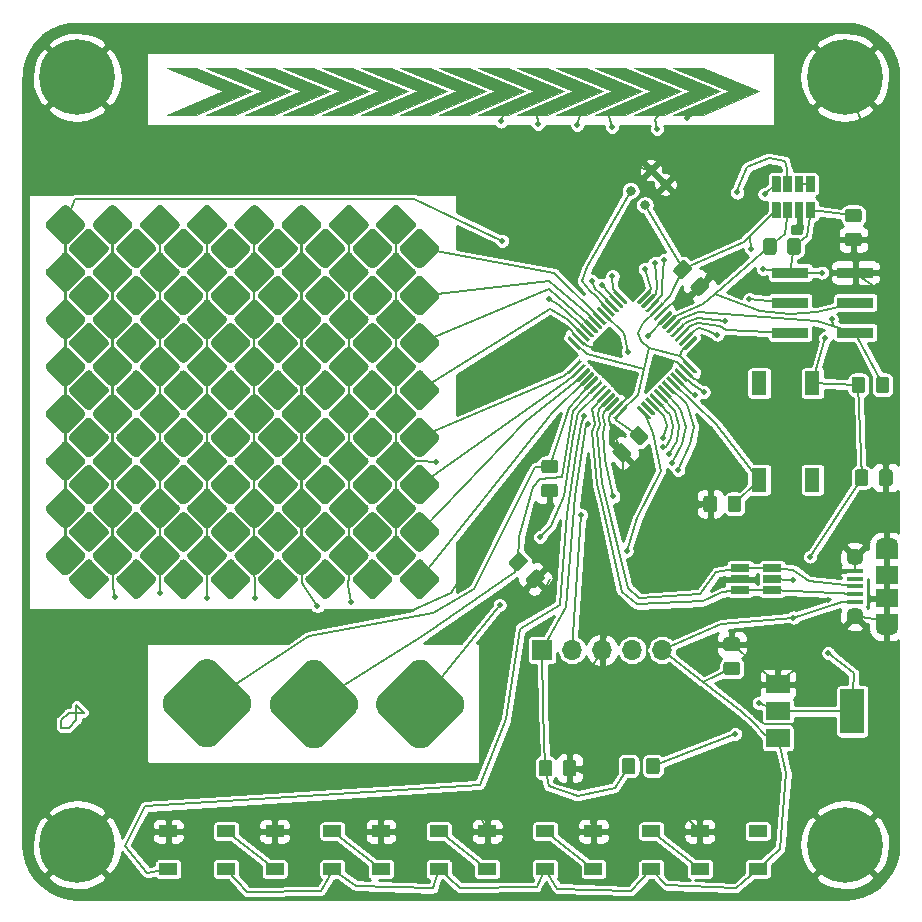
<source format=gbr>
G04 #@! TF.GenerationSoftware,KiCad,Pcbnew,5.1.5-52549c5~84~ubuntu18.04.1*
G04 #@! TF.CreationDate,2020-03-15T21:10:30-07:00*
G04 #@! TF.ProjectId,stm32f042cXt6_demo,73746d33-3266-4303-9432-635874365f64,rev?*
G04 #@! TF.SameCoordinates,Original*
G04 #@! TF.FileFunction,Copper,L1,Top*
G04 #@! TF.FilePolarity,Positive*
%FSLAX46Y46*%
G04 Gerber Fmt 4.6, Leading zero omitted, Abs format (unit mm)*
G04 Created by KiCad (PCBNEW 5.1.5-52549c5~84~ubuntu18.04.1) date 2020-03-15 21:10:30*
%MOMM*%
%LPD*%
G04 APERTURE LIST*
%ADD10C,0.100000*%
%ADD11R,1.500000X1.000000*%
%ADD12O,1.700000X1.700000*%
%ADD13R,1.700000X1.700000*%
%ADD14C,0.482600*%
%ADD15R,1.300000X2.000000*%
%ADD16R,2.000000X1.500000*%
%ADD17R,2.000000X3.800000*%
%ADD18R,1.900000X1.200000*%
%ADD19O,1.900000X1.200000*%
%ADD20R,1.900000X1.500000*%
%ADD21C,1.450000*%
%ADD22R,1.350000X0.400000*%
%ADD23R,1.560000X0.650000*%
%ADD24C,0.800000*%
%ADD25C,6.400000*%
%ADD26R,3.022600X0.965200*%
%ADD27C,0.508000*%
%ADD28C,0.203200*%
%ADD29C,0.254000*%
G04 APERTURE END LIST*
D10*
G36*
X42572893Y-29207106D02*
G01*
X47322893Y-31207106D01*
X42572893Y-33207106D01*
X45072893Y-33207106D01*
X49822893Y-31207106D01*
X45072893Y-29207106D01*
X42572893Y-29207106D01*
G37*
X42572893Y-29207106D02*
X47322893Y-31207106D01*
X42572893Y-33207106D01*
X45072893Y-33207106D01*
X49822893Y-31207106D01*
X45072893Y-29207106D01*
X42572893Y-29207106D01*
G36*
X45872893Y-29207106D02*
G01*
X50622893Y-31207106D01*
X45872893Y-33207106D01*
X48372893Y-33207106D01*
X53122893Y-31207106D01*
X48372893Y-29207106D01*
X45872893Y-29207106D01*
G37*
X45872893Y-29207106D02*
X50622893Y-31207106D01*
X45872893Y-33207106D01*
X48372893Y-33207106D01*
X53122893Y-31207106D01*
X48372893Y-29207106D01*
X45872893Y-29207106D01*
G36*
X49172893Y-29207107D02*
G01*
X53922893Y-31207107D01*
X49172893Y-33207107D01*
X51672893Y-33207107D01*
X56422893Y-31207107D01*
X51672893Y-29207107D01*
X49172893Y-29207107D01*
G37*
X49172893Y-29207107D02*
X53922893Y-31207107D01*
X49172893Y-33207107D01*
X51672893Y-33207107D01*
X56422893Y-31207107D01*
X51672893Y-29207107D01*
X49172893Y-29207107D01*
G36*
X52472893Y-29207106D02*
G01*
X57222893Y-31207106D01*
X52472893Y-33207106D01*
X54972893Y-33207106D01*
X59722893Y-31207106D01*
X54972893Y-29207106D01*
X52472893Y-29207106D01*
G37*
X52472893Y-29207106D02*
X57222893Y-31207106D01*
X52472893Y-33207106D01*
X54972893Y-33207106D01*
X59722893Y-31207106D01*
X54972893Y-29207106D01*
X52472893Y-29207106D01*
G36*
X55772893Y-29207107D02*
G01*
X60522893Y-31207107D01*
X55772893Y-33207107D01*
X58272893Y-33207107D01*
X63022893Y-31207107D01*
X58272893Y-29207107D01*
X55772893Y-29207107D01*
G37*
X55772893Y-29207107D02*
X60522893Y-31207107D01*
X55772893Y-33207107D01*
X58272893Y-33207107D01*
X63022893Y-31207107D01*
X58272893Y-29207107D01*
X55772893Y-29207107D01*
G36*
X59072893Y-29207107D02*
G01*
X63822893Y-31207107D01*
X59072893Y-33207107D01*
X61572893Y-33207107D01*
X66322893Y-31207107D01*
X61572893Y-29207107D01*
X59072893Y-29207107D01*
G37*
X59072893Y-29207107D02*
X63822893Y-31207107D01*
X59072893Y-33207107D01*
X61572893Y-33207107D01*
X66322893Y-31207107D01*
X61572893Y-29207107D01*
X59072893Y-29207107D01*
G36*
X62372893Y-29207106D02*
G01*
X67122893Y-31207106D01*
X62372893Y-33207106D01*
X64872893Y-33207106D01*
X69622893Y-31207106D01*
X64872893Y-29207106D01*
X62372893Y-29207106D01*
G37*
X62372893Y-29207106D02*
X67122893Y-31207106D01*
X62372893Y-33207106D01*
X64872893Y-33207106D01*
X69622893Y-31207106D01*
X64872893Y-29207106D01*
X62372893Y-29207106D01*
G36*
X65672893Y-29207107D02*
G01*
X70422893Y-31207107D01*
X65672893Y-33207107D01*
X68172893Y-33207107D01*
X72922893Y-31207107D01*
X68172893Y-29207107D01*
X65672893Y-29207107D01*
G37*
X65672893Y-29207107D02*
X70422893Y-31207107D01*
X65672893Y-33207107D01*
X68172893Y-33207107D01*
X72922893Y-31207107D01*
X68172893Y-29207107D01*
X65672893Y-29207107D01*
G36*
X68972893Y-29207106D02*
G01*
X73722893Y-31207106D01*
X68972893Y-33207106D01*
X71472893Y-33207106D01*
X76222893Y-31207106D01*
X71472893Y-29207106D01*
X68972893Y-29207106D01*
G37*
X68972893Y-29207106D02*
X73722893Y-31207106D01*
X68972893Y-33207106D01*
X71472893Y-33207106D01*
X76222893Y-31207106D01*
X71472893Y-29207106D01*
X68972893Y-29207106D01*
G36*
X72272893Y-29207106D02*
G01*
X77022893Y-31207106D01*
X72272893Y-33207106D01*
X74772893Y-33207106D01*
X79522893Y-31207106D01*
X74772893Y-29207106D01*
X72272893Y-29207106D01*
G37*
X72272893Y-29207106D02*
X77022893Y-31207106D01*
X72272893Y-33207106D01*
X74772893Y-33207106D01*
X79522893Y-31207106D01*
X74772893Y-29207106D01*
X72272893Y-29207106D01*
G36*
X75572893Y-29207107D02*
G01*
X80322893Y-31207107D01*
X75572893Y-33207107D01*
X78072893Y-33207107D01*
X82822893Y-31207107D01*
X78072893Y-29207107D01*
X75572893Y-29207107D01*
G37*
X75572893Y-29207107D02*
X80322893Y-31207107D01*
X75572893Y-33207107D01*
X78072893Y-33207107D01*
X82822893Y-31207107D01*
X78072893Y-29207107D01*
X75572893Y-29207107D01*
G36*
X78872893Y-29207106D02*
G01*
X83622893Y-31207106D01*
X78872893Y-33207106D01*
X81372893Y-33207106D01*
X86122893Y-31207106D01*
X81372893Y-29207106D01*
X78872893Y-29207106D01*
G37*
X78872893Y-29207106D02*
X83622893Y-31207106D01*
X78872893Y-33207106D01*
X81372893Y-33207106D01*
X86122893Y-31207106D01*
X81372893Y-29207106D01*
X78872893Y-29207106D01*
G36*
X82172893Y-29207107D02*
G01*
X86922893Y-31207107D01*
X82172893Y-33207107D01*
X84672893Y-33207107D01*
X89422893Y-31207107D01*
X84672893Y-29207107D01*
X82172893Y-29207107D01*
G37*
X82172893Y-29207107D02*
X86922893Y-31207107D01*
X82172893Y-33207107D01*
X84672893Y-33207107D01*
X89422893Y-31207107D01*
X84672893Y-29207107D01*
X82172893Y-29207107D01*
G36*
X85472893Y-29207107D02*
G01*
X90222893Y-31207107D01*
X85472893Y-33207107D01*
X87972893Y-33207107D01*
X92722893Y-31207107D01*
X87972893Y-29207107D01*
X85472893Y-29207107D01*
G37*
X85472893Y-29207107D02*
X90222893Y-31207107D01*
X85472893Y-33207107D01*
X87972893Y-33207107D01*
X92722893Y-31207107D01*
X87972893Y-29207107D01*
X85472893Y-29207107D01*
G04 #@! TA.AperFunction,SMDPad,CuDef*
G36*
X77049505Y-87801204D02*
G01*
X77073773Y-87804804D01*
X77097572Y-87810765D01*
X77120671Y-87819030D01*
X77142850Y-87829520D01*
X77163893Y-87842132D01*
X77183599Y-87856747D01*
X77201777Y-87873223D01*
X77218253Y-87891401D01*
X77232868Y-87911107D01*
X77245480Y-87932150D01*
X77255970Y-87954329D01*
X77264235Y-87977428D01*
X77270196Y-88001227D01*
X77273796Y-88025495D01*
X77275000Y-88049999D01*
X77275000Y-88950001D01*
X77273796Y-88974505D01*
X77270196Y-88998773D01*
X77264235Y-89022572D01*
X77255970Y-89045671D01*
X77245480Y-89067850D01*
X77232868Y-89088893D01*
X77218253Y-89108599D01*
X77201777Y-89126777D01*
X77183599Y-89143253D01*
X77163893Y-89157868D01*
X77142850Y-89170480D01*
X77120671Y-89180970D01*
X77097572Y-89189235D01*
X77073773Y-89195196D01*
X77049505Y-89198796D01*
X77025001Y-89200000D01*
X76374999Y-89200000D01*
X76350495Y-89198796D01*
X76326227Y-89195196D01*
X76302428Y-89189235D01*
X76279329Y-89180970D01*
X76257150Y-89170480D01*
X76236107Y-89157868D01*
X76216401Y-89143253D01*
X76198223Y-89126777D01*
X76181747Y-89108599D01*
X76167132Y-89088893D01*
X76154520Y-89067850D01*
X76144030Y-89045671D01*
X76135765Y-89022572D01*
X76129804Y-88998773D01*
X76126204Y-88974505D01*
X76125000Y-88950001D01*
X76125000Y-88049999D01*
X76126204Y-88025495D01*
X76129804Y-88001227D01*
X76135765Y-87977428D01*
X76144030Y-87954329D01*
X76154520Y-87932150D01*
X76167132Y-87911107D01*
X76181747Y-87891401D01*
X76198223Y-87873223D01*
X76216401Y-87856747D01*
X76236107Y-87842132D01*
X76257150Y-87829520D01*
X76279329Y-87819030D01*
X76302428Y-87810765D01*
X76326227Y-87804804D01*
X76350495Y-87801204D01*
X76374999Y-87800000D01*
X77025001Y-87800000D01*
X77049505Y-87801204D01*
G37*
G04 #@! TD.AperFunction*
G04 #@! TA.AperFunction,SMDPad,CuDef*
G36*
X74999505Y-87801204D02*
G01*
X75023773Y-87804804D01*
X75047572Y-87810765D01*
X75070671Y-87819030D01*
X75092850Y-87829520D01*
X75113893Y-87842132D01*
X75133599Y-87856747D01*
X75151777Y-87873223D01*
X75168253Y-87891401D01*
X75182868Y-87911107D01*
X75195480Y-87932150D01*
X75205970Y-87954329D01*
X75214235Y-87977428D01*
X75220196Y-88001227D01*
X75223796Y-88025495D01*
X75225000Y-88049999D01*
X75225000Y-88950001D01*
X75223796Y-88974505D01*
X75220196Y-88998773D01*
X75214235Y-89022572D01*
X75205970Y-89045671D01*
X75195480Y-89067850D01*
X75182868Y-89088893D01*
X75168253Y-89108599D01*
X75151777Y-89126777D01*
X75133599Y-89143253D01*
X75113893Y-89157868D01*
X75092850Y-89170480D01*
X75070671Y-89180970D01*
X75047572Y-89189235D01*
X75023773Y-89195196D01*
X74999505Y-89198796D01*
X74975001Y-89200000D01*
X74324999Y-89200000D01*
X74300495Y-89198796D01*
X74276227Y-89195196D01*
X74252428Y-89189235D01*
X74229329Y-89180970D01*
X74207150Y-89170480D01*
X74186107Y-89157868D01*
X74166401Y-89143253D01*
X74148223Y-89126777D01*
X74131747Y-89108599D01*
X74117132Y-89088893D01*
X74104520Y-89067850D01*
X74094030Y-89045671D01*
X74085765Y-89022572D01*
X74079804Y-88998773D01*
X74076204Y-88974505D01*
X74075000Y-88950001D01*
X74075000Y-88049999D01*
X74076204Y-88025495D01*
X74079804Y-88001227D01*
X74085765Y-87977428D01*
X74094030Y-87954329D01*
X74104520Y-87932150D01*
X74117132Y-87911107D01*
X74131747Y-87891401D01*
X74148223Y-87873223D01*
X74166401Y-87856747D01*
X74186107Y-87842132D01*
X74207150Y-87829520D01*
X74229329Y-87819030D01*
X74252428Y-87810765D01*
X74276227Y-87804804D01*
X74300495Y-87801204D01*
X74324999Y-87800000D01*
X74975001Y-87800000D01*
X74999505Y-87801204D01*
G37*
G04 #@! TD.AperFunction*
G04 #@! TA.AperFunction,SMDPad,CuDef*
G36*
X81061332Y-61002980D02*
G01*
X81085600Y-61006580D01*
X81109399Y-61012541D01*
X81132498Y-61020806D01*
X81154677Y-61031296D01*
X81175720Y-61043908D01*
X81195426Y-61058523D01*
X81213604Y-61074999D01*
X81850001Y-61711396D01*
X81866477Y-61729574D01*
X81881092Y-61749280D01*
X81893704Y-61770323D01*
X81904194Y-61792502D01*
X81912459Y-61815601D01*
X81918420Y-61839400D01*
X81922020Y-61863668D01*
X81923224Y-61888172D01*
X81922020Y-61912676D01*
X81918420Y-61936944D01*
X81912459Y-61960743D01*
X81904194Y-61983842D01*
X81893704Y-62006021D01*
X81881092Y-62027064D01*
X81866477Y-62046770D01*
X81850001Y-62064948D01*
X81390380Y-62524569D01*
X81372202Y-62541045D01*
X81352496Y-62555660D01*
X81331453Y-62568272D01*
X81309274Y-62578762D01*
X81286175Y-62587027D01*
X81262376Y-62592988D01*
X81238108Y-62596588D01*
X81213604Y-62597792D01*
X81189100Y-62596588D01*
X81164832Y-62592988D01*
X81141033Y-62587027D01*
X81117934Y-62578762D01*
X81095755Y-62568272D01*
X81074712Y-62555660D01*
X81055006Y-62541045D01*
X81036828Y-62524569D01*
X80400431Y-61888172D01*
X80383955Y-61869994D01*
X80369340Y-61850288D01*
X80356728Y-61829245D01*
X80346238Y-61807066D01*
X80337973Y-61783967D01*
X80332012Y-61760168D01*
X80328412Y-61735900D01*
X80327208Y-61711396D01*
X80328412Y-61686892D01*
X80332012Y-61662624D01*
X80337973Y-61638825D01*
X80346238Y-61615726D01*
X80356728Y-61593547D01*
X80369340Y-61572504D01*
X80383955Y-61552798D01*
X80400431Y-61534620D01*
X80860052Y-61074999D01*
X80878230Y-61058523D01*
X80897936Y-61043908D01*
X80918979Y-61031296D01*
X80941158Y-61020806D01*
X80964257Y-61012541D01*
X80988056Y-61006580D01*
X81012324Y-61002980D01*
X81036828Y-61001776D01*
X81061332Y-61002980D01*
G37*
G04 #@! TD.AperFunction*
G04 #@! TA.AperFunction,SMDPad,CuDef*
G36*
X82510900Y-59553412D02*
G01*
X82535168Y-59557012D01*
X82558967Y-59562973D01*
X82582066Y-59571238D01*
X82604245Y-59581728D01*
X82625288Y-59594340D01*
X82644994Y-59608955D01*
X82663172Y-59625431D01*
X83299569Y-60261828D01*
X83316045Y-60280006D01*
X83330660Y-60299712D01*
X83343272Y-60320755D01*
X83353762Y-60342934D01*
X83362027Y-60366033D01*
X83367988Y-60389832D01*
X83371588Y-60414100D01*
X83372792Y-60438604D01*
X83371588Y-60463108D01*
X83367988Y-60487376D01*
X83362027Y-60511175D01*
X83353762Y-60534274D01*
X83343272Y-60556453D01*
X83330660Y-60577496D01*
X83316045Y-60597202D01*
X83299569Y-60615380D01*
X82839948Y-61075001D01*
X82821770Y-61091477D01*
X82802064Y-61106092D01*
X82781021Y-61118704D01*
X82758842Y-61129194D01*
X82735743Y-61137459D01*
X82711944Y-61143420D01*
X82687676Y-61147020D01*
X82663172Y-61148224D01*
X82638668Y-61147020D01*
X82614400Y-61143420D01*
X82590601Y-61137459D01*
X82567502Y-61129194D01*
X82545323Y-61118704D01*
X82524280Y-61106092D01*
X82504574Y-61091477D01*
X82486396Y-61075001D01*
X81849999Y-60438604D01*
X81833523Y-60420426D01*
X81818908Y-60400720D01*
X81806296Y-60379677D01*
X81795806Y-60357498D01*
X81787541Y-60334399D01*
X81781580Y-60310600D01*
X81777980Y-60286332D01*
X81776776Y-60261828D01*
X81777980Y-60237324D01*
X81781580Y-60213056D01*
X81787541Y-60189257D01*
X81795806Y-60166158D01*
X81806296Y-60143979D01*
X81818908Y-60122936D01*
X81833523Y-60103230D01*
X81849999Y-60085052D01*
X82309620Y-59625431D01*
X82327798Y-59608955D01*
X82347504Y-59594340D01*
X82368547Y-59581728D01*
X82390726Y-59571238D01*
X82413825Y-59562973D01*
X82437624Y-59557012D01*
X82461892Y-59553412D01*
X82486396Y-59552208D01*
X82510900Y-59553412D01*
G37*
G04 #@! TD.AperFunction*
G04 #@! TA.AperFunction,SMDPad,CuDef*
G36*
X87837676Y-46927980D02*
G01*
X87861944Y-46931580D01*
X87885743Y-46937541D01*
X87908842Y-46945806D01*
X87931021Y-46956296D01*
X87952064Y-46968908D01*
X87971770Y-46983523D01*
X87989948Y-46999999D01*
X88449569Y-47459620D01*
X88466045Y-47477798D01*
X88480660Y-47497504D01*
X88493272Y-47518547D01*
X88503762Y-47540726D01*
X88512027Y-47563825D01*
X88517988Y-47587624D01*
X88521588Y-47611892D01*
X88522792Y-47636396D01*
X88521588Y-47660900D01*
X88517988Y-47685168D01*
X88512027Y-47708967D01*
X88503762Y-47732066D01*
X88493272Y-47754245D01*
X88480660Y-47775288D01*
X88466045Y-47794994D01*
X88449569Y-47813172D01*
X87813172Y-48449569D01*
X87794994Y-48466045D01*
X87775288Y-48480660D01*
X87754245Y-48493272D01*
X87732066Y-48503762D01*
X87708967Y-48512027D01*
X87685168Y-48517988D01*
X87660900Y-48521588D01*
X87636396Y-48522792D01*
X87611892Y-48521588D01*
X87587624Y-48517988D01*
X87563825Y-48512027D01*
X87540726Y-48503762D01*
X87518547Y-48493272D01*
X87497504Y-48480660D01*
X87477798Y-48466045D01*
X87459620Y-48449569D01*
X86999999Y-47989948D01*
X86983523Y-47971770D01*
X86968908Y-47952064D01*
X86956296Y-47931021D01*
X86945806Y-47908842D01*
X86937541Y-47885743D01*
X86931580Y-47861944D01*
X86927980Y-47837676D01*
X86926776Y-47813172D01*
X86927980Y-47788668D01*
X86931580Y-47764400D01*
X86937541Y-47740601D01*
X86945806Y-47717502D01*
X86956296Y-47695323D01*
X86968908Y-47674280D01*
X86983523Y-47654574D01*
X86999999Y-47636396D01*
X87636396Y-46999999D01*
X87654574Y-46983523D01*
X87674280Y-46968908D01*
X87695323Y-46956296D01*
X87717502Y-46945806D01*
X87740601Y-46937541D01*
X87764400Y-46931580D01*
X87788668Y-46927980D01*
X87813172Y-46926776D01*
X87837676Y-46927980D01*
G37*
G04 #@! TD.AperFunction*
G04 #@! TA.AperFunction,SMDPad,CuDef*
G36*
X86388108Y-45478412D02*
G01*
X86412376Y-45482012D01*
X86436175Y-45487973D01*
X86459274Y-45496238D01*
X86481453Y-45506728D01*
X86502496Y-45519340D01*
X86522202Y-45533955D01*
X86540380Y-45550431D01*
X87000001Y-46010052D01*
X87016477Y-46028230D01*
X87031092Y-46047936D01*
X87043704Y-46068979D01*
X87054194Y-46091158D01*
X87062459Y-46114257D01*
X87068420Y-46138056D01*
X87072020Y-46162324D01*
X87073224Y-46186828D01*
X87072020Y-46211332D01*
X87068420Y-46235600D01*
X87062459Y-46259399D01*
X87054194Y-46282498D01*
X87043704Y-46304677D01*
X87031092Y-46325720D01*
X87016477Y-46345426D01*
X87000001Y-46363604D01*
X86363604Y-47000001D01*
X86345426Y-47016477D01*
X86325720Y-47031092D01*
X86304677Y-47043704D01*
X86282498Y-47054194D01*
X86259399Y-47062459D01*
X86235600Y-47068420D01*
X86211332Y-47072020D01*
X86186828Y-47073224D01*
X86162324Y-47072020D01*
X86138056Y-47068420D01*
X86114257Y-47062459D01*
X86091158Y-47054194D01*
X86068979Y-47043704D01*
X86047936Y-47031092D01*
X86028230Y-47016477D01*
X86010052Y-47000001D01*
X85550431Y-46540380D01*
X85533955Y-46522202D01*
X85519340Y-46502496D01*
X85506728Y-46481453D01*
X85496238Y-46459274D01*
X85487973Y-46436175D01*
X85482012Y-46412376D01*
X85478412Y-46388108D01*
X85477208Y-46363604D01*
X85478412Y-46339100D01*
X85482012Y-46314832D01*
X85487973Y-46291033D01*
X85496238Y-46267934D01*
X85506728Y-46245755D01*
X85519340Y-46224712D01*
X85533955Y-46205006D01*
X85550431Y-46186828D01*
X86186828Y-45550431D01*
X86205006Y-45533955D01*
X86224712Y-45519340D01*
X86245755Y-45506728D01*
X86267934Y-45496238D01*
X86291033Y-45487973D01*
X86314832Y-45482012D01*
X86339100Y-45478412D01*
X86363604Y-45477208D01*
X86388108Y-45478412D01*
G37*
G04 #@! TD.AperFunction*
G04 #@! TA.AperFunction,SMDPad,CuDef*
G36*
X90899505Y-77426204D02*
G01*
X90923773Y-77429804D01*
X90947572Y-77435765D01*
X90970671Y-77444030D01*
X90992850Y-77454520D01*
X91013893Y-77467132D01*
X91033599Y-77481747D01*
X91051777Y-77498223D01*
X91068253Y-77516401D01*
X91082868Y-77536107D01*
X91095480Y-77557150D01*
X91105970Y-77579329D01*
X91114235Y-77602428D01*
X91120196Y-77626227D01*
X91123796Y-77650495D01*
X91125000Y-77674999D01*
X91125000Y-78325001D01*
X91123796Y-78349505D01*
X91120196Y-78373773D01*
X91114235Y-78397572D01*
X91105970Y-78420671D01*
X91095480Y-78442850D01*
X91082868Y-78463893D01*
X91068253Y-78483599D01*
X91051777Y-78501777D01*
X91033599Y-78518253D01*
X91013893Y-78532868D01*
X90992850Y-78545480D01*
X90970671Y-78555970D01*
X90947572Y-78564235D01*
X90923773Y-78570196D01*
X90899505Y-78573796D01*
X90875001Y-78575000D01*
X89974999Y-78575000D01*
X89950495Y-78573796D01*
X89926227Y-78570196D01*
X89902428Y-78564235D01*
X89879329Y-78555970D01*
X89857150Y-78545480D01*
X89836107Y-78532868D01*
X89816401Y-78518253D01*
X89798223Y-78501777D01*
X89781747Y-78483599D01*
X89767132Y-78463893D01*
X89754520Y-78442850D01*
X89744030Y-78420671D01*
X89735765Y-78397572D01*
X89729804Y-78373773D01*
X89726204Y-78349505D01*
X89725000Y-78325001D01*
X89725000Y-77674999D01*
X89726204Y-77650495D01*
X89729804Y-77626227D01*
X89735765Y-77602428D01*
X89744030Y-77579329D01*
X89754520Y-77557150D01*
X89767132Y-77536107D01*
X89781747Y-77516401D01*
X89798223Y-77498223D01*
X89816401Y-77481747D01*
X89836107Y-77467132D01*
X89857150Y-77454520D01*
X89879329Y-77444030D01*
X89902428Y-77435765D01*
X89926227Y-77429804D01*
X89950495Y-77426204D01*
X89974999Y-77425000D01*
X90875001Y-77425000D01*
X90899505Y-77426204D01*
G37*
G04 #@! TD.AperFunction*
G04 #@! TA.AperFunction,SMDPad,CuDef*
G36*
X90899505Y-79476204D02*
G01*
X90923773Y-79479804D01*
X90947572Y-79485765D01*
X90970671Y-79494030D01*
X90992850Y-79504520D01*
X91013893Y-79517132D01*
X91033599Y-79531747D01*
X91051777Y-79548223D01*
X91068253Y-79566401D01*
X91082868Y-79586107D01*
X91095480Y-79607150D01*
X91105970Y-79629329D01*
X91114235Y-79652428D01*
X91120196Y-79676227D01*
X91123796Y-79700495D01*
X91125000Y-79724999D01*
X91125000Y-80375001D01*
X91123796Y-80399505D01*
X91120196Y-80423773D01*
X91114235Y-80447572D01*
X91105970Y-80470671D01*
X91095480Y-80492850D01*
X91082868Y-80513893D01*
X91068253Y-80533599D01*
X91051777Y-80551777D01*
X91033599Y-80568253D01*
X91013893Y-80582868D01*
X90992850Y-80595480D01*
X90970671Y-80605970D01*
X90947572Y-80614235D01*
X90923773Y-80620196D01*
X90899505Y-80623796D01*
X90875001Y-80625000D01*
X89974999Y-80625000D01*
X89950495Y-80623796D01*
X89926227Y-80620196D01*
X89902428Y-80614235D01*
X89879329Y-80605970D01*
X89857150Y-80595480D01*
X89836107Y-80582868D01*
X89816401Y-80568253D01*
X89798223Y-80551777D01*
X89781747Y-80533599D01*
X89767132Y-80513893D01*
X89754520Y-80492850D01*
X89744030Y-80470671D01*
X89735765Y-80447572D01*
X89729804Y-80423773D01*
X89726204Y-80399505D01*
X89725000Y-80375001D01*
X89725000Y-79724999D01*
X89726204Y-79700495D01*
X89729804Y-79676227D01*
X89735765Y-79652428D01*
X89744030Y-79629329D01*
X89754520Y-79607150D01*
X89767132Y-79586107D01*
X89781747Y-79566401D01*
X89798223Y-79548223D01*
X89816401Y-79531747D01*
X89836107Y-79517132D01*
X89857150Y-79504520D01*
X89879329Y-79494030D01*
X89902428Y-79485765D01*
X89926227Y-79479804D01*
X89950495Y-79476204D01*
X89974999Y-79475000D01*
X90875001Y-79475000D01*
X90899505Y-79476204D01*
G37*
G04 #@! TD.AperFunction*
D11*
X47620000Y-97050000D03*
X47620000Y-93850000D03*
X42720000Y-97050000D03*
X42720000Y-93850000D03*
X56620000Y-97050000D03*
X56620000Y-93850000D03*
X51720000Y-97050000D03*
X51720000Y-93850000D03*
X65620000Y-97050000D03*
X65620000Y-93850000D03*
X60720000Y-97050000D03*
X60720000Y-93850000D03*
X74620000Y-97050000D03*
X74620000Y-93850000D03*
X69720000Y-97050000D03*
X69720000Y-93850000D03*
X83620000Y-97050000D03*
X83620000Y-93850000D03*
X78720000Y-97050000D03*
X78720000Y-93850000D03*
X92620000Y-97050000D03*
X92620000Y-93850000D03*
X87720000Y-97050000D03*
X87720000Y-93850000D03*
D12*
X84540000Y-78500000D03*
X82000000Y-78500000D03*
X79460000Y-78500000D03*
X76920000Y-78500000D03*
D13*
X74380000Y-78500000D03*
D14*
X48322893Y-31207106D03*
G04 #@! TA.AperFunction,Conductor*
D10*
G36*
X36038227Y-42824944D02*
G01*
X36076085Y-42830560D01*
X36113211Y-42839859D01*
X36149247Y-42852753D01*
X36183845Y-42869117D01*
X36216672Y-42888793D01*
X36247413Y-42911592D01*
X36275772Y-42937294D01*
X37562706Y-44224228D01*
X37588408Y-44252587D01*
X37611207Y-44283328D01*
X37630883Y-44316155D01*
X37647247Y-44350753D01*
X37660141Y-44386789D01*
X37669440Y-44423915D01*
X37675056Y-44461773D01*
X37676934Y-44500000D01*
X37675056Y-44538227D01*
X37669440Y-44576085D01*
X37660141Y-44613211D01*
X37647247Y-44649247D01*
X37630883Y-44683845D01*
X37611207Y-44716672D01*
X37588408Y-44747413D01*
X37562706Y-44775772D01*
X36275772Y-46062706D01*
X36247413Y-46088408D01*
X36216672Y-46111207D01*
X36183845Y-46130883D01*
X36149247Y-46147247D01*
X36113211Y-46160141D01*
X36076085Y-46169440D01*
X36038227Y-46175056D01*
X36000000Y-46176934D01*
X35961773Y-46175056D01*
X35923915Y-46169440D01*
X35886789Y-46160141D01*
X35850753Y-46147247D01*
X35816155Y-46130883D01*
X35783328Y-46111207D01*
X35752587Y-46088408D01*
X35724228Y-46062706D01*
X34437294Y-44775772D01*
X34411592Y-44747413D01*
X34388793Y-44716672D01*
X34369117Y-44683845D01*
X34352753Y-44649247D01*
X34339859Y-44613211D01*
X34330560Y-44576085D01*
X34324944Y-44538227D01*
X34323066Y-44500000D01*
X34324944Y-44461773D01*
X34330560Y-44423915D01*
X34339859Y-44386789D01*
X34352753Y-44350753D01*
X34369117Y-44316155D01*
X34388793Y-44283328D01*
X34411592Y-44252587D01*
X34437294Y-44224228D01*
X35724228Y-42937294D01*
X35752587Y-42911592D01*
X35783328Y-42888793D01*
X35816155Y-42869117D01*
X35850753Y-42852753D01*
X35886789Y-42839859D01*
X35923915Y-42830560D01*
X35961773Y-42824944D01*
X36000000Y-42823066D01*
X36038227Y-42824944D01*
G37*
G04 #@! TD.AperFunction*
G04 #@! TA.AperFunction,Conductor*
G36*
X40038227Y-42824944D02*
G01*
X40076085Y-42830560D01*
X40113211Y-42839859D01*
X40149247Y-42852753D01*
X40183845Y-42869117D01*
X40216672Y-42888793D01*
X40247413Y-42911592D01*
X40275772Y-42937294D01*
X41562706Y-44224228D01*
X41588408Y-44252587D01*
X41611207Y-44283328D01*
X41630883Y-44316155D01*
X41647247Y-44350753D01*
X41660141Y-44386789D01*
X41669440Y-44423915D01*
X41675056Y-44461773D01*
X41676934Y-44500000D01*
X41675056Y-44538227D01*
X41669440Y-44576085D01*
X41660141Y-44613211D01*
X41647247Y-44649247D01*
X41630883Y-44683845D01*
X41611207Y-44716672D01*
X41588408Y-44747413D01*
X41562706Y-44775772D01*
X40275772Y-46062706D01*
X40247413Y-46088408D01*
X40216672Y-46111207D01*
X40183845Y-46130883D01*
X40149247Y-46147247D01*
X40113211Y-46160141D01*
X40076085Y-46169440D01*
X40038227Y-46175056D01*
X40000000Y-46176934D01*
X39961773Y-46175056D01*
X39923915Y-46169440D01*
X39886789Y-46160141D01*
X39850753Y-46147247D01*
X39816155Y-46130883D01*
X39783328Y-46111207D01*
X39752587Y-46088408D01*
X39724228Y-46062706D01*
X38437294Y-44775772D01*
X38411592Y-44747413D01*
X38388793Y-44716672D01*
X38369117Y-44683845D01*
X38352753Y-44649247D01*
X38339859Y-44613211D01*
X38330560Y-44576085D01*
X38324944Y-44538227D01*
X38323066Y-44500000D01*
X38324944Y-44461773D01*
X38330560Y-44423915D01*
X38339859Y-44386789D01*
X38352753Y-44350753D01*
X38369117Y-44316155D01*
X38388793Y-44283328D01*
X38411592Y-44252587D01*
X38437294Y-44224228D01*
X39724228Y-42937294D01*
X39752587Y-42911592D01*
X39783328Y-42888793D01*
X39816155Y-42869117D01*
X39850753Y-42852753D01*
X39886789Y-42839859D01*
X39923915Y-42830560D01*
X39961773Y-42824944D01*
X40000000Y-42823066D01*
X40038227Y-42824944D01*
G37*
G04 #@! TD.AperFunction*
G04 #@! TA.AperFunction,Conductor*
G36*
X44038227Y-42824944D02*
G01*
X44076085Y-42830560D01*
X44113211Y-42839859D01*
X44149247Y-42852753D01*
X44183845Y-42869117D01*
X44216672Y-42888793D01*
X44247413Y-42911592D01*
X44275772Y-42937294D01*
X45562706Y-44224228D01*
X45588408Y-44252587D01*
X45611207Y-44283328D01*
X45630883Y-44316155D01*
X45647247Y-44350753D01*
X45660141Y-44386789D01*
X45669440Y-44423915D01*
X45675056Y-44461773D01*
X45676934Y-44500000D01*
X45675056Y-44538227D01*
X45669440Y-44576085D01*
X45660141Y-44613211D01*
X45647247Y-44649247D01*
X45630883Y-44683845D01*
X45611207Y-44716672D01*
X45588408Y-44747413D01*
X45562706Y-44775772D01*
X44275772Y-46062706D01*
X44247413Y-46088408D01*
X44216672Y-46111207D01*
X44183845Y-46130883D01*
X44149247Y-46147247D01*
X44113211Y-46160141D01*
X44076085Y-46169440D01*
X44038227Y-46175056D01*
X44000000Y-46176934D01*
X43961773Y-46175056D01*
X43923915Y-46169440D01*
X43886789Y-46160141D01*
X43850753Y-46147247D01*
X43816155Y-46130883D01*
X43783328Y-46111207D01*
X43752587Y-46088408D01*
X43724228Y-46062706D01*
X42437294Y-44775772D01*
X42411592Y-44747413D01*
X42388793Y-44716672D01*
X42369117Y-44683845D01*
X42352753Y-44649247D01*
X42339859Y-44613211D01*
X42330560Y-44576085D01*
X42324944Y-44538227D01*
X42323066Y-44500000D01*
X42324944Y-44461773D01*
X42330560Y-44423915D01*
X42339859Y-44386789D01*
X42352753Y-44350753D01*
X42369117Y-44316155D01*
X42388793Y-44283328D01*
X42411592Y-44252587D01*
X42437294Y-44224228D01*
X43724228Y-42937294D01*
X43752587Y-42911592D01*
X43783328Y-42888793D01*
X43816155Y-42869117D01*
X43850753Y-42852753D01*
X43886789Y-42839859D01*
X43923915Y-42830560D01*
X43961773Y-42824944D01*
X44000000Y-42823066D01*
X44038227Y-42824944D01*
G37*
G04 #@! TD.AperFunction*
G04 #@! TA.AperFunction,Conductor*
G36*
X48038227Y-42824944D02*
G01*
X48076085Y-42830560D01*
X48113211Y-42839859D01*
X48149247Y-42852753D01*
X48183845Y-42869117D01*
X48216672Y-42888793D01*
X48247413Y-42911592D01*
X48275772Y-42937294D01*
X49562706Y-44224228D01*
X49588408Y-44252587D01*
X49611207Y-44283328D01*
X49630883Y-44316155D01*
X49647247Y-44350753D01*
X49660141Y-44386789D01*
X49669440Y-44423915D01*
X49675056Y-44461773D01*
X49676934Y-44500000D01*
X49675056Y-44538227D01*
X49669440Y-44576085D01*
X49660141Y-44613211D01*
X49647247Y-44649247D01*
X49630883Y-44683845D01*
X49611207Y-44716672D01*
X49588408Y-44747413D01*
X49562706Y-44775772D01*
X48275772Y-46062706D01*
X48247413Y-46088408D01*
X48216672Y-46111207D01*
X48183845Y-46130883D01*
X48149247Y-46147247D01*
X48113211Y-46160141D01*
X48076085Y-46169440D01*
X48038227Y-46175056D01*
X48000000Y-46176934D01*
X47961773Y-46175056D01*
X47923915Y-46169440D01*
X47886789Y-46160141D01*
X47850753Y-46147247D01*
X47816155Y-46130883D01*
X47783328Y-46111207D01*
X47752587Y-46088408D01*
X47724228Y-46062706D01*
X46437294Y-44775772D01*
X46411592Y-44747413D01*
X46388793Y-44716672D01*
X46369117Y-44683845D01*
X46352753Y-44649247D01*
X46339859Y-44613211D01*
X46330560Y-44576085D01*
X46324944Y-44538227D01*
X46323066Y-44500000D01*
X46324944Y-44461773D01*
X46330560Y-44423915D01*
X46339859Y-44386789D01*
X46352753Y-44350753D01*
X46369117Y-44316155D01*
X46388793Y-44283328D01*
X46411592Y-44252587D01*
X46437294Y-44224228D01*
X47724228Y-42937294D01*
X47752587Y-42911592D01*
X47783328Y-42888793D01*
X47816155Y-42869117D01*
X47850753Y-42852753D01*
X47886789Y-42839859D01*
X47923915Y-42830560D01*
X47961773Y-42824944D01*
X48000000Y-42823066D01*
X48038227Y-42824944D01*
G37*
G04 #@! TD.AperFunction*
G04 #@! TA.AperFunction,Conductor*
G36*
X52038227Y-42824944D02*
G01*
X52076085Y-42830560D01*
X52113211Y-42839859D01*
X52149247Y-42852753D01*
X52183845Y-42869117D01*
X52216672Y-42888793D01*
X52247413Y-42911592D01*
X52275772Y-42937294D01*
X53562706Y-44224228D01*
X53588408Y-44252587D01*
X53611207Y-44283328D01*
X53630883Y-44316155D01*
X53647247Y-44350753D01*
X53660141Y-44386789D01*
X53669440Y-44423915D01*
X53675056Y-44461773D01*
X53676934Y-44500000D01*
X53675056Y-44538227D01*
X53669440Y-44576085D01*
X53660141Y-44613211D01*
X53647247Y-44649247D01*
X53630883Y-44683845D01*
X53611207Y-44716672D01*
X53588408Y-44747413D01*
X53562706Y-44775772D01*
X52275772Y-46062706D01*
X52247413Y-46088408D01*
X52216672Y-46111207D01*
X52183845Y-46130883D01*
X52149247Y-46147247D01*
X52113211Y-46160141D01*
X52076085Y-46169440D01*
X52038227Y-46175056D01*
X52000000Y-46176934D01*
X51961773Y-46175056D01*
X51923915Y-46169440D01*
X51886789Y-46160141D01*
X51850753Y-46147247D01*
X51816155Y-46130883D01*
X51783328Y-46111207D01*
X51752587Y-46088408D01*
X51724228Y-46062706D01*
X50437294Y-44775772D01*
X50411592Y-44747413D01*
X50388793Y-44716672D01*
X50369117Y-44683845D01*
X50352753Y-44649247D01*
X50339859Y-44613211D01*
X50330560Y-44576085D01*
X50324944Y-44538227D01*
X50323066Y-44500000D01*
X50324944Y-44461773D01*
X50330560Y-44423915D01*
X50339859Y-44386789D01*
X50352753Y-44350753D01*
X50369117Y-44316155D01*
X50388793Y-44283328D01*
X50411592Y-44252587D01*
X50437294Y-44224228D01*
X51724228Y-42937294D01*
X51752587Y-42911592D01*
X51783328Y-42888793D01*
X51816155Y-42869117D01*
X51850753Y-42852753D01*
X51886789Y-42839859D01*
X51923915Y-42830560D01*
X51961773Y-42824944D01*
X52000000Y-42823066D01*
X52038227Y-42824944D01*
G37*
G04 #@! TD.AperFunction*
G04 #@! TA.AperFunction,Conductor*
G36*
X56038227Y-42824944D02*
G01*
X56076085Y-42830560D01*
X56113211Y-42839859D01*
X56149247Y-42852753D01*
X56183845Y-42869117D01*
X56216672Y-42888793D01*
X56247413Y-42911592D01*
X56275772Y-42937294D01*
X57562706Y-44224228D01*
X57588408Y-44252587D01*
X57611207Y-44283328D01*
X57630883Y-44316155D01*
X57647247Y-44350753D01*
X57660141Y-44386789D01*
X57669440Y-44423915D01*
X57675056Y-44461773D01*
X57676934Y-44500000D01*
X57675056Y-44538227D01*
X57669440Y-44576085D01*
X57660141Y-44613211D01*
X57647247Y-44649247D01*
X57630883Y-44683845D01*
X57611207Y-44716672D01*
X57588408Y-44747413D01*
X57562706Y-44775772D01*
X56275772Y-46062706D01*
X56247413Y-46088408D01*
X56216672Y-46111207D01*
X56183845Y-46130883D01*
X56149247Y-46147247D01*
X56113211Y-46160141D01*
X56076085Y-46169440D01*
X56038227Y-46175056D01*
X56000000Y-46176934D01*
X55961773Y-46175056D01*
X55923915Y-46169440D01*
X55886789Y-46160141D01*
X55850753Y-46147247D01*
X55816155Y-46130883D01*
X55783328Y-46111207D01*
X55752587Y-46088408D01*
X55724228Y-46062706D01*
X54437294Y-44775772D01*
X54411592Y-44747413D01*
X54388793Y-44716672D01*
X54369117Y-44683845D01*
X54352753Y-44649247D01*
X54339859Y-44613211D01*
X54330560Y-44576085D01*
X54324944Y-44538227D01*
X54323066Y-44500000D01*
X54324944Y-44461773D01*
X54330560Y-44423915D01*
X54339859Y-44386789D01*
X54352753Y-44350753D01*
X54369117Y-44316155D01*
X54388793Y-44283328D01*
X54411592Y-44252587D01*
X54437294Y-44224228D01*
X55724228Y-42937294D01*
X55752587Y-42911592D01*
X55783328Y-42888793D01*
X55816155Y-42869117D01*
X55850753Y-42852753D01*
X55886789Y-42839859D01*
X55923915Y-42830560D01*
X55961773Y-42824944D01*
X56000000Y-42823066D01*
X56038227Y-42824944D01*
G37*
G04 #@! TD.AperFunction*
G04 #@! TA.AperFunction,Conductor*
G36*
X60038227Y-42824944D02*
G01*
X60076085Y-42830560D01*
X60113211Y-42839859D01*
X60149247Y-42852753D01*
X60183845Y-42869117D01*
X60216672Y-42888793D01*
X60247413Y-42911592D01*
X60275772Y-42937294D01*
X61562706Y-44224228D01*
X61588408Y-44252587D01*
X61611207Y-44283328D01*
X61630883Y-44316155D01*
X61647247Y-44350753D01*
X61660141Y-44386789D01*
X61669440Y-44423915D01*
X61675056Y-44461773D01*
X61676934Y-44500000D01*
X61675056Y-44538227D01*
X61669440Y-44576085D01*
X61660141Y-44613211D01*
X61647247Y-44649247D01*
X61630883Y-44683845D01*
X61611207Y-44716672D01*
X61588408Y-44747413D01*
X61562706Y-44775772D01*
X60275772Y-46062706D01*
X60247413Y-46088408D01*
X60216672Y-46111207D01*
X60183845Y-46130883D01*
X60149247Y-46147247D01*
X60113211Y-46160141D01*
X60076085Y-46169440D01*
X60038227Y-46175056D01*
X60000000Y-46176934D01*
X59961773Y-46175056D01*
X59923915Y-46169440D01*
X59886789Y-46160141D01*
X59850753Y-46147247D01*
X59816155Y-46130883D01*
X59783328Y-46111207D01*
X59752587Y-46088408D01*
X59724228Y-46062706D01*
X58437294Y-44775772D01*
X58411592Y-44747413D01*
X58388793Y-44716672D01*
X58369117Y-44683845D01*
X58352753Y-44649247D01*
X58339859Y-44613211D01*
X58330560Y-44576085D01*
X58324944Y-44538227D01*
X58323066Y-44500000D01*
X58324944Y-44461773D01*
X58330560Y-44423915D01*
X58339859Y-44386789D01*
X58352753Y-44350753D01*
X58369117Y-44316155D01*
X58388793Y-44283328D01*
X58411592Y-44252587D01*
X58437294Y-44224228D01*
X59724228Y-42937294D01*
X59752587Y-42911592D01*
X59783328Y-42888793D01*
X59816155Y-42869117D01*
X59850753Y-42852753D01*
X59886789Y-42839859D01*
X59923915Y-42830560D01*
X59961773Y-42824944D01*
X60000000Y-42823066D01*
X60038227Y-42824944D01*
G37*
G04 #@! TD.AperFunction*
G04 #@! TA.AperFunction,Conductor*
G36*
X64038227Y-42824944D02*
G01*
X64076085Y-42830560D01*
X64113211Y-42839859D01*
X64149247Y-42852753D01*
X64183845Y-42869117D01*
X64216672Y-42888793D01*
X64247413Y-42911592D01*
X64275772Y-42937294D01*
X65562706Y-44224228D01*
X65588408Y-44252587D01*
X65611207Y-44283328D01*
X65630883Y-44316155D01*
X65647247Y-44350753D01*
X65660141Y-44386789D01*
X65669440Y-44423915D01*
X65675056Y-44461773D01*
X65676934Y-44500000D01*
X65675056Y-44538227D01*
X65669440Y-44576085D01*
X65660141Y-44613211D01*
X65647247Y-44649247D01*
X65630883Y-44683845D01*
X65611207Y-44716672D01*
X65588408Y-44747413D01*
X65562706Y-44775772D01*
X64275772Y-46062706D01*
X64247413Y-46088408D01*
X64216672Y-46111207D01*
X64183845Y-46130883D01*
X64149247Y-46147247D01*
X64113211Y-46160141D01*
X64076085Y-46169440D01*
X64038227Y-46175056D01*
X64000000Y-46176934D01*
X63961773Y-46175056D01*
X63923915Y-46169440D01*
X63886789Y-46160141D01*
X63850753Y-46147247D01*
X63816155Y-46130883D01*
X63783328Y-46111207D01*
X63752587Y-46088408D01*
X63724228Y-46062706D01*
X62437294Y-44775772D01*
X62411592Y-44747413D01*
X62388793Y-44716672D01*
X62369117Y-44683845D01*
X62352753Y-44649247D01*
X62339859Y-44613211D01*
X62330560Y-44576085D01*
X62324944Y-44538227D01*
X62323066Y-44500000D01*
X62324944Y-44461773D01*
X62330560Y-44423915D01*
X62339859Y-44386789D01*
X62352753Y-44350753D01*
X62369117Y-44316155D01*
X62388793Y-44283328D01*
X62411592Y-44252587D01*
X62437294Y-44224228D01*
X63724228Y-42937294D01*
X63752587Y-42911592D01*
X63783328Y-42888793D01*
X63816155Y-42869117D01*
X63850753Y-42852753D01*
X63886789Y-42839859D01*
X63923915Y-42830560D01*
X63961773Y-42824944D01*
X64000000Y-42823066D01*
X64038227Y-42824944D01*
G37*
G04 #@! TD.AperFunction*
D14*
X51622893Y-31207106D03*
G04 #@! TA.AperFunction,Conductor*
D10*
G36*
X36038227Y-46824944D02*
G01*
X36076085Y-46830560D01*
X36113211Y-46839859D01*
X36149247Y-46852753D01*
X36183845Y-46869117D01*
X36216672Y-46888793D01*
X36247413Y-46911592D01*
X36275772Y-46937294D01*
X37562706Y-48224228D01*
X37588408Y-48252587D01*
X37611207Y-48283328D01*
X37630883Y-48316155D01*
X37647247Y-48350753D01*
X37660141Y-48386789D01*
X37669440Y-48423915D01*
X37675056Y-48461773D01*
X37676934Y-48500000D01*
X37675056Y-48538227D01*
X37669440Y-48576085D01*
X37660141Y-48613211D01*
X37647247Y-48649247D01*
X37630883Y-48683845D01*
X37611207Y-48716672D01*
X37588408Y-48747413D01*
X37562706Y-48775772D01*
X36275772Y-50062706D01*
X36247413Y-50088408D01*
X36216672Y-50111207D01*
X36183845Y-50130883D01*
X36149247Y-50147247D01*
X36113211Y-50160141D01*
X36076085Y-50169440D01*
X36038227Y-50175056D01*
X36000000Y-50176934D01*
X35961773Y-50175056D01*
X35923915Y-50169440D01*
X35886789Y-50160141D01*
X35850753Y-50147247D01*
X35816155Y-50130883D01*
X35783328Y-50111207D01*
X35752587Y-50088408D01*
X35724228Y-50062706D01*
X34437294Y-48775772D01*
X34411592Y-48747413D01*
X34388793Y-48716672D01*
X34369117Y-48683845D01*
X34352753Y-48649247D01*
X34339859Y-48613211D01*
X34330560Y-48576085D01*
X34324944Y-48538227D01*
X34323066Y-48500000D01*
X34324944Y-48461773D01*
X34330560Y-48423915D01*
X34339859Y-48386789D01*
X34352753Y-48350753D01*
X34369117Y-48316155D01*
X34388793Y-48283328D01*
X34411592Y-48252587D01*
X34437294Y-48224228D01*
X35724228Y-46937294D01*
X35752587Y-46911592D01*
X35783328Y-46888793D01*
X35816155Y-46869117D01*
X35850753Y-46852753D01*
X35886789Y-46839859D01*
X35923915Y-46830560D01*
X35961773Y-46824944D01*
X36000000Y-46823066D01*
X36038227Y-46824944D01*
G37*
G04 #@! TD.AperFunction*
G04 #@! TA.AperFunction,Conductor*
G36*
X40038227Y-46824944D02*
G01*
X40076085Y-46830560D01*
X40113211Y-46839859D01*
X40149247Y-46852753D01*
X40183845Y-46869117D01*
X40216672Y-46888793D01*
X40247413Y-46911592D01*
X40275772Y-46937294D01*
X41562706Y-48224228D01*
X41588408Y-48252587D01*
X41611207Y-48283328D01*
X41630883Y-48316155D01*
X41647247Y-48350753D01*
X41660141Y-48386789D01*
X41669440Y-48423915D01*
X41675056Y-48461773D01*
X41676934Y-48500000D01*
X41675056Y-48538227D01*
X41669440Y-48576085D01*
X41660141Y-48613211D01*
X41647247Y-48649247D01*
X41630883Y-48683845D01*
X41611207Y-48716672D01*
X41588408Y-48747413D01*
X41562706Y-48775772D01*
X40275772Y-50062706D01*
X40247413Y-50088408D01*
X40216672Y-50111207D01*
X40183845Y-50130883D01*
X40149247Y-50147247D01*
X40113211Y-50160141D01*
X40076085Y-50169440D01*
X40038227Y-50175056D01*
X40000000Y-50176934D01*
X39961773Y-50175056D01*
X39923915Y-50169440D01*
X39886789Y-50160141D01*
X39850753Y-50147247D01*
X39816155Y-50130883D01*
X39783328Y-50111207D01*
X39752587Y-50088408D01*
X39724228Y-50062706D01*
X38437294Y-48775772D01*
X38411592Y-48747413D01*
X38388793Y-48716672D01*
X38369117Y-48683845D01*
X38352753Y-48649247D01*
X38339859Y-48613211D01*
X38330560Y-48576085D01*
X38324944Y-48538227D01*
X38323066Y-48500000D01*
X38324944Y-48461773D01*
X38330560Y-48423915D01*
X38339859Y-48386789D01*
X38352753Y-48350753D01*
X38369117Y-48316155D01*
X38388793Y-48283328D01*
X38411592Y-48252587D01*
X38437294Y-48224228D01*
X39724228Y-46937294D01*
X39752587Y-46911592D01*
X39783328Y-46888793D01*
X39816155Y-46869117D01*
X39850753Y-46852753D01*
X39886789Y-46839859D01*
X39923915Y-46830560D01*
X39961773Y-46824944D01*
X40000000Y-46823066D01*
X40038227Y-46824944D01*
G37*
G04 #@! TD.AperFunction*
G04 #@! TA.AperFunction,Conductor*
G36*
X44038227Y-46824944D02*
G01*
X44076085Y-46830560D01*
X44113211Y-46839859D01*
X44149247Y-46852753D01*
X44183845Y-46869117D01*
X44216672Y-46888793D01*
X44247413Y-46911592D01*
X44275772Y-46937294D01*
X45562706Y-48224228D01*
X45588408Y-48252587D01*
X45611207Y-48283328D01*
X45630883Y-48316155D01*
X45647247Y-48350753D01*
X45660141Y-48386789D01*
X45669440Y-48423915D01*
X45675056Y-48461773D01*
X45676934Y-48500000D01*
X45675056Y-48538227D01*
X45669440Y-48576085D01*
X45660141Y-48613211D01*
X45647247Y-48649247D01*
X45630883Y-48683845D01*
X45611207Y-48716672D01*
X45588408Y-48747413D01*
X45562706Y-48775772D01*
X44275772Y-50062706D01*
X44247413Y-50088408D01*
X44216672Y-50111207D01*
X44183845Y-50130883D01*
X44149247Y-50147247D01*
X44113211Y-50160141D01*
X44076085Y-50169440D01*
X44038227Y-50175056D01*
X44000000Y-50176934D01*
X43961773Y-50175056D01*
X43923915Y-50169440D01*
X43886789Y-50160141D01*
X43850753Y-50147247D01*
X43816155Y-50130883D01*
X43783328Y-50111207D01*
X43752587Y-50088408D01*
X43724228Y-50062706D01*
X42437294Y-48775772D01*
X42411592Y-48747413D01*
X42388793Y-48716672D01*
X42369117Y-48683845D01*
X42352753Y-48649247D01*
X42339859Y-48613211D01*
X42330560Y-48576085D01*
X42324944Y-48538227D01*
X42323066Y-48500000D01*
X42324944Y-48461773D01*
X42330560Y-48423915D01*
X42339859Y-48386789D01*
X42352753Y-48350753D01*
X42369117Y-48316155D01*
X42388793Y-48283328D01*
X42411592Y-48252587D01*
X42437294Y-48224228D01*
X43724228Y-46937294D01*
X43752587Y-46911592D01*
X43783328Y-46888793D01*
X43816155Y-46869117D01*
X43850753Y-46852753D01*
X43886789Y-46839859D01*
X43923915Y-46830560D01*
X43961773Y-46824944D01*
X44000000Y-46823066D01*
X44038227Y-46824944D01*
G37*
G04 #@! TD.AperFunction*
G04 #@! TA.AperFunction,Conductor*
G36*
X48038227Y-46824944D02*
G01*
X48076085Y-46830560D01*
X48113211Y-46839859D01*
X48149247Y-46852753D01*
X48183845Y-46869117D01*
X48216672Y-46888793D01*
X48247413Y-46911592D01*
X48275772Y-46937294D01*
X49562706Y-48224228D01*
X49588408Y-48252587D01*
X49611207Y-48283328D01*
X49630883Y-48316155D01*
X49647247Y-48350753D01*
X49660141Y-48386789D01*
X49669440Y-48423915D01*
X49675056Y-48461773D01*
X49676934Y-48500000D01*
X49675056Y-48538227D01*
X49669440Y-48576085D01*
X49660141Y-48613211D01*
X49647247Y-48649247D01*
X49630883Y-48683845D01*
X49611207Y-48716672D01*
X49588408Y-48747413D01*
X49562706Y-48775772D01*
X48275772Y-50062706D01*
X48247413Y-50088408D01*
X48216672Y-50111207D01*
X48183845Y-50130883D01*
X48149247Y-50147247D01*
X48113211Y-50160141D01*
X48076085Y-50169440D01*
X48038227Y-50175056D01*
X48000000Y-50176934D01*
X47961773Y-50175056D01*
X47923915Y-50169440D01*
X47886789Y-50160141D01*
X47850753Y-50147247D01*
X47816155Y-50130883D01*
X47783328Y-50111207D01*
X47752587Y-50088408D01*
X47724228Y-50062706D01*
X46437294Y-48775772D01*
X46411592Y-48747413D01*
X46388793Y-48716672D01*
X46369117Y-48683845D01*
X46352753Y-48649247D01*
X46339859Y-48613211D01*
X46330560Y-48576085D01*
X46324944Y-48538227D01*
X46323066Y-48500000D01*
X46324944Y-48461773D01*
X46330560Y-48423915D01*
X46339859Y-48386789D01*
X46352753Y-48350753D01*
X46369117Y-48316155D01*
X46388793Y-48283328D01*
X46411592Y-48252587D01*
X46437294Y-48224228D01*
X47724228Y-46937294D01*
X47752587Y-46911592D01*
X47783328Y-46888793D01*
X47816155Y-46869117D01*
X47850753Y-46852753D01*
X47886789Y-46839859D01*
X47923915Y-46830560D01*
X47961773Y-46824944D01*
X48000000Y-46823066D01*
X48038227Y-46824944D01*
G37*
G04 #@! TD.AperFunction*
G04 #@! TA.AperFunction,Conductor*
G36*
X52038227Y-46824944D02*
G01*
X52076085Y-46830560D01*
X52113211Y-46839859D01*
X52149247Y-46852753D01*
X52183845Y-46869117D01*
X52216672Y-46888793D01*
X52247413Y-46911592D01*
X52275772Y-46937294D01*
X53562706Y-48224228D01*
X53588408Y-48252587D01*
X53611207Y-48283328D01*
X53630883Y-48316155D01*
X53647247Y-48350753D01*
X53660141Y-48386789D01*
X53669440Y-48423915D01*
X53675056Y-48461773D01*
X53676934Y-48500000D01*
X53675056Y-48538227D01*
X53669440Y-48576085D01*
X53660141Y-48613211D01*
X53647247Y-48649247D01*
X53630883Y-48683845D01*
X53611207Y-48716672D01*
X53588408Y-48747413D01*
X53562706Y-48775772D01*
X52275772Y-50062706D01*
X52247413Y-50088408D01*
X52216672Y-50111207D01*
X52183845Y-50130883D01*
X52149247Y-50147247D01*
X52113211Y-50160141D01*
X52076085Y-50169440D01*
X52038227Y-50175056D01*
X52000000Y-50176934D01*
X51961773Y-50175056D01*
X51923915Y-50169440D01*
X51886789Y-50160141D01*
X51850753Y-50147247D01*
X51816155Y-50130883D01*
X51783328Y-50111207D01*
X51752587Y-50088408D01*
X51724228Y-50062706D01*
X50437294Y-48775772D01*
X50411592Y-48747413D01*
X50388793Y-48716672D01*
X50369117Y-48683845D01*
X50352753Y-48649247D01*
X50339859Y-48613211D01*
X50330560Y-48576085D01*
X50324944Y-48538227D01*
X50323066Y-48500000D01*
X50324944Y-48461773D01*
X50330560Y-48423915D01*
X50339859Y-48386789D01*
X50352753Y-48350753D01*
X50369117Y-48316155D01*
X50388793Y-48283328D01*
X50411592Y-48252587D01*
X50437294Y-48224228D01*
X51724228Y-46937294D01*
X51752587Y-46911592D01*
X51783328Y-46888793D01*
X51816155Y-46869117D01*
X51850753Y-46852753D01*
X51886789Y-46839859D01*
X51923915Y-46830560D01*
X51961773Y-46824944D01*
X52000000Y-46823066D01*
X52038227Y-46824944D01*
G37*
G04 #@! TD.AperFunction*
G04 #@! TA.AperFunction,Conductor*
G36*
X56038227Y-46824944D02*
G01*
X56076085Y-46830560D01*
X56113211Y-46839859D01*
X56149247Y-46852753D01*
X56183845Y-46869117D01*
X56216672Y-46888793D01*
X56247413Y-46911592D01*
X56275772Y-46937294D01*
X57562706Y-48224228D01*
X57588408Y-48252587D01*
X57611207Y-48283328D01*
X57630883Y-48316155D01*
X57647247Y-48350753D01*
X57660141Y-48386789D01*
X57669440Y-48423915D01*
X57675056Y-48461773D01*
X57676934Y-48500000D01*
X57675056Y-48538227D01*
X57669440Y-48576085D01*
X57660141Y-48613211D01*
X57647247Y-48649247D01*
X57630883Y-48683845D01*
X57611207Y-48716672D01*
X57588408Y-48747413D01*
X57562706Y-48775772D01*
X56275772Y-50062706D01*
X56247413Y-50088408D01*
X56216672Y-50111207D01*
X56183845Y-50130883D01*
X56149247Y-50147247D01*
X56113211Y-50160141D01*
X56076085Y-50169440D01*
X56038227Y-50175056D01*
X56000000Y-50176934D01*
X55961773Y-50175056D01*
X55923915Y-50169440D01*
X55886789Y-50160141D01*
X55850753Y-50147247D01*
X55816155Y-50130883D01*
X55783328Y-50111207D01*
X55752587Y-50088408D01*
X55724228Y-50062706D01*
X54437294Y-48775772D01*
X54411592Y-48747413D01*
X54388793Y-48716672D01*
X54369117Y-48683845D01*
X54352753Y-48649247D01*
X54339859Y-48613211D01*
X54330560Y-48576085D01*
X54324944Y-48538227D01*
X54323066Y-48500000D01*
X54324944Y-48461773D01*
X54330560Y-48423915D01*
X54339859Y-48386789D01*
X54352753Y-48350753D01*
X54369117Y-48316155D01*
X54388793Y-48283328D01*
X54411592Y-48252587D01*
X54437294Y-48224228D01*
X55724228Y-46937294D01*
X55752587Y-46911592D01*
X55783328Y-46888793D01*
X55816155Y-46869117D01*
X55850753Y-46852753D01*
X55886789Y-46839859D01*
X55923915Y-46830560D01*
X55961773Y-46824944D01*
X56000000Y-46823066D01*
X56038227Y-46824944D01*
G37*
G04 #@! TD.AperFunction*
G04 #@! TA.AperFunction,Conductor*
G36*
X60038227Y-46824944D02*
G01*
X60076085Y-46830560D01*
X60113211Y-46839859D01*
X60149247Y-46852753D01*
X60183845Y-46869117D01*
X60216672Y-46888793D01*
X60247413Y-46911592D01*
X60275772Y-46937294D01*
X61562706Y-48224228D01*
X61588408Y-48252587D01*
X61611207Y-48283328D01*
X61630883Y-48316155D01*
X61647247Y-48350753D01*
X61660141Y-48386789D01*
X61669440Y-48423915D01*
X61675056Y-48461773D01*
X61676934Y-48500000D01*
X61675056Y-48538227D01*
X61669440Y-48576085D01*
X61660141Y-48613211D01*
X61647247Y-48649247D01*
X61630883Y-48683845D01*
X61611207Y-48716672D01*
X61588408Y-48747413D01*
X61562706Y-48775772D01*
X60275772Y-50062706D01*
X60247413Y-50088408D01*
X60216672Y-50111207D01*
X60183845Y-50130883D01*
X60149247Y-50147247D01*
X60113211Y-50160141D01*
X60076085Y-50169440D01*
X60038227Y-50175056D01*
X60000000Y-50176934D01*
X59961773Y-50175056D01*
X59923915Y-50169440D01*
X59886789Y-50160141D01*
X59850753Y-50147247D01*
X59816155Y-50130883D01*
X59783328Y-50111207D01*
X59752587Y-50088408D01*
X59724228Y-50062706D01*
X58437294Y-48775772D01*
X58411592Y-48747413D01*
X58388793Y-48716672D01*
X58369117Y-48683845D01*
X58352753Y-48649247D01*
X58339859Y-48613211D01*
X58330560Y-48576085D01*
X58324944Y-48538227D01*
X58323066Y-48500000D01*
X58324944Y-48461773D01*
X58330560Y-48423915D01*
X58339859Y-48386789D01*
X58352753Y-48350753D01*
X58369117Y-48316155D01*
X58388793Y-48283328D01*
X58411592Y-48252587D01*
X58437294Y-48224228D01*
X59724228Y-46937294D01*
X59752587Y-46911592D01*
X59783328Y-46888793D01*
X59816155Y-46869117D01*
X59850753Y-46852753D01*
X59886789Y-46839859D01*
X59923915Y-46830560D01*
X59961773Y-46824944D01*
X60000000Y-46823066D01*
X60038227Y-46824944D01*
G37*
G04 #@! TD.AperFunction*
G04 #@! TA.AperFunction,Conductor*
G36*
X64038227Y-46824944D02*
G01*
X64076085Y-46830560D01*
X64113211Y-46839859D01*
X64149247Y-46852753D01*
X64183845Y-46869117D01*
X64216672Y-46888793D01*
X64247413Y-46911592D01*
X64275772Y-46937294D01*
X65562706Y-48224228D01*
X65588408Y-48252587D01*
X65611207Y-48283328D01*
X65630883Y-48316155D01*
X65647247Y-48350753D01*
X65660141Y-48386789D01*
X65669440Y-48423915D01*
X65675056Y-48461773D01*
X65676934Y-48500000D01*
X65675056Y-48538227D01*
X65669440Y-48576085D01*
X65660141Y-48613211D01*
X65647247Y-48649247D01*
X65630883Y-48683845D01*
X65611207Y-48716672D01*
X65588408Y-48747413D01*
X65562706Y-48775772D01*
X64275772Y-50062706D01*
X64247413Y-50088408D01*
X64216672Y-50111207D01*
X64183845Y-50130883D01*
X64149247Y-50147247D01*
X64113211Y-50160141D01*
X64076085Y-50169440D01*
X64038227Y-50175056D01*
X64000000Y-50176934D01*
X63961773Y-50175056D01*
X63923915Y-50169440D01*
X63886789Y-50160141D01*
X63850753Y-50147247D01*
X63816155Y-50130883D01*
X63783328Y-50111207D01*
X63752587Y-50088408D01*
X63724228Y-50062706D01*
X62437294Y-48775772D01*
X62411592Y-48747413D01*
X62388793Y-48716672D01*
X62369117Y-48683845D01*
X62352753Y-48649247D01*
X62339859Y-48613211D01*
X62330560Y-48576085D01*
X62324944Y-48538227D01*
X62323066Y-48500000D01*
X62324944Y-48461773D01*
X62330560Y-48423915D01*
X62339859Y-48386789D01*
X62352753Y-48350753D01*
X62369117Y-48316155D01*
X62388793Y-48283328D01*
X62411592Y-48252587D01*
X62437294Y-48224228D01*
X63724228Y-46937294D01*
X63752587Y-46911592D01*
X63783328Y-46888793D01*
X63816155Y-46869117D01*
X63850753Y-46852753D01*
X63886789Y-46839859D01*
X63923915Y-46830560D01*
X63961773Y-46824944D01*
X64000000Y-46823066D01*
X64038227Y-46824944D01*
G37*
G04 #@! TD.AperFunction*
D14*
X54922893Y-31207107D03*
G04 #@! TA.AperFunction,Conductor*
D10*
G36*
X36038227Y-50824944D02*
G01*
X36076085Y-50830560D01*
X36113211Y-50839859D01*
X36149247Y-50852753D01*
X36183845Y-50869117D01*
X36216672Y-50888793D01*
X36247413Y-50911592D01*
X36275772Y-50937294D01*
X37562706Y-52224228D01*
X37588408Y-52252587D01*
X37611207Y-52283328D01*
X37630883Y-52316155D01*
X37647247Y-52350753D01*
X37660141Y-52386789D01*
X37669440Y-52423915D01*
X37675056Y-52461773D01*
X37676934Y-52500000D01*
X37675056Y-52538227D01*
X37669440Y-52576085D01*
X37660141Y-52613211D01*
X37647247Y-52649247D01*
X37630883Y-52683845D01*
X37611207Y-52716672D01*
X37588408Y-52747413D01*
X37562706Y-52775772D01*
X36275772Y-54062706D01*
X36247413Y-54088408D01*
X36216672Y-54111207D01*
X36183845Y-54130883D01*
X36149247Y-54147247D01*
X36113211Y-54160141D01*
X36076085Y-54169440D01*
X36038227Y-54175056D01*
X36000000Y-54176934D01*
X35961773Y-54175056D01*
X35923915Y-54169440D01*
X35886789Y-54160141D01*
X35850753Y-54147247D01*
X35816155Y-54130883D01*
X35783328Y-54111207D01*
X35752587Y-54088408D01*
X35724228Y-54062706D01*
X34437294Y-52775772D01*
X34411592Y-52747413D01*
X34388793Y-52716672D01*
X34369117Y-52683845D01*
X34352753Y-52649247D01*
X34339859Y-52613211D01*
X34330560Y-52576085D01*
X34324944Y-52538227D01*
X34323066Y-52500000D01*
X34324944Y-52461773D01*
X34330560Y-52423915D01*
X34339859Y-52386789D01*
X34352753Y-52350753D01*
X34369117Y-52316155D01*
X34388793Y-52283328D01*
X34411592Y-52252587D01*
X34437294Y-52224228D01*
X35724228Y-50937294D01*
X35752587Y-50911592D01*
X35783328Y-50888793D01*
X35816155Y-50869117D01*
X35850753Y-50852753D01*
X35886789Y-50839859D01*
X35923915Y-50830560D01*
X35961773Y-50824944D01*
X36000000Y-50823066D01*
X36038227Y-50824944D01*
G37*
G04 #@! TD.AperFunction*
G04 #@! TA.AperFunction,Conductor*
G36*
X40038227Y-50824944D02*
G01*
X40076085Y-50830560D01*
X40113211Y-50839859D01*
X40149247Y-50852753D01*
X40183845Y-50869117D01*
X40216672Y-50888793D01*
X40247413Y-50911592D01*
X40275772Y-50937294D01*
X41562706Y-52224228D01*
X41588408Y-52252587D01*
X41611207Y-52283328D01*
X41630883Y-52316155D01*
X41647247Y-52350753D01*
X41660141Y-52386789D01*
X41669440Y-52423915D01*
X41675056Y-52461773D01*
X41676934Y-52500000D01*
X41675056Y-52538227D01*
X41669440Y-52576085D01*
X41660141Y-52613211D01*
X41647247Y-52649247D01*
X41630883Y-52683845D01*
X41611207Y-52716672D01*
X41588408Y-52747413D01*
X41562706Y-52775772D01*
X40275772Y-54062706D01*
X40247413Y-54088408D01*
X40216672Y-54111207D01*
X40183845Y-54130883D01*
X40149247Y-54147247D01*
X40113211Y-54160141D01*
X40076085Y-54169440D01*
X40038227Y-54175056D01*
X40000000Y-54176934D01*
X39961773Y-54175056D01*
X39923915Y-54169440D01*
X39886789Y-54160141D01*
X39850753Y-54147247D01*
X39816155Y-54130883D01*
X39783328Y-54111207D01*
X39752587Y-54088408D01*
X39724228Y-54062706D01*
X38437294Y-52775772D01*
X38411592Y-52747413D01*
X38388793Y-52716672D01*
X38369117Y-52683845D01*
X38352753Y-52649247D01*
X38339859Y-52613211D01*
X38330560Y-52576085D01*
X38324944Y-52538227D01*
X38323066Y-52500000D01*
X38324944Y-52461773D01*
X38330560Y-52423915D01*
X38339859Y-52386789D01*
X38352753Y-52350753D01*
X38369117Y-52316155D01*
X38388793Y-52283328D01*
X38411592Y-52252587D01*
X38437294Y-52224228D01*
X39724228Y-50937294D01*
X39752587Y-50911592D01*
X39783328Y-50888793D01*
X39816155Y-50869117D01*
X39850753Y-50852753D01*
X39886789Y-50839859D01*
X39923915Y-50830560D01*
X39961773Y-50824944D01*
X40000000Y-50823066D01*
X40038227Y-50824944D01*
G37*
G04 #@! TD.AperFunction*
G04 #@! TA.AperFunction,Conductor*
G36*
X44038227Y-50824944D02*
G01*
X44076085Y-50830560D01*
X44113211Y-50839859D01*
X44149247Y-50852753D01*
X44183845Y-50869117D01*
X44216672Y-50888793D01*
X44247413Y-50911592D01*
X44275772Y-50937294D01*
X45562706Y-52224228D01*
X45588408Y-52252587D01*
X45611207Y-52283328D01*
X45630883Y-52316155D01*
X45647247Y-52350753D01*
X45660141Y-52386789D01*
X45669440Y-52423915D01*
X45675056Y-52461773D01*
X45676934Y-52500000D01*
X45675056Y-52538227D01*
X45669440Y-52576085D01*
X45660141Y-52613211D01*
X45647247Y-52649247D01*
X45630883Y-52683845D01*
X45611207Y-52716672D01*
X45588408Y-52747413D01*
X45562706Y-52775772D01*
X44275772Y-54062706D01*
X44247413Y-54088408D01*
X44216672Y-54111207D01*
X44183845Y-54130883D01*
X44149247Y-54147247D01*
X44113211Y-54160141D01*
X44076085Y-54169440D01*
X44038227Y-54175056D01*
X44000000Y-54176934D01*
X43961773Y-54175056D01*
X43923915Y-54169440D01*
X43886789Y-54160141D01*
X43850753Y-54147247D01*
X43816155Y-54130883D01*
X43783328Y-54111207D01*
X43752587Y-54088408D01*
X43724228Y-54062706D01*
X42437294Y-52775772D01*
X42411592Y-52747413D01*
X42388793Y-52716672D01*
X42369117Y-52683845D01*
X42352753Y-52649247D01*
X42339859Y-52613211D01*
X42330560Y-52576085D01*
X42324944Y-52538227D01*
X42323066Y-52500000D01*
X42324944Y-52461773D01*
X42330560Y-52423915D01*
X42339859Y-52386789D01*
X42352753Y-52350753D01*
X42369117Y-52316155D01*
X42388793Y-52283328D01*
X42411592Y-52252587D01*
X42437294Y-52224228D01*
X43724228Y-50937294D01*
X43752587Y-50911592D01*
X43783328Y-50888793D01*
X43816155Y-50869117D01*
X43850753Y-50852753D01*
X43886789Y-50839859D01*
X43923915Y-50830560D01*
X43961773Y-50824944D01*
X44000000Y-50823066D01*
X44038227Y-50824944D01*
G37*
G04 #@! TD.AperFunction*
G04 #@! TA.AperFunction,Conductor*
G36*
X48038227Y-50824944D02*
G01*
X48076085Y-50830560D01*
X48113211Y-50839859D01*
X48149247Y-50852753D01*
X48183845Y-50869117D01*
X48216672Y-50888793D01*
X48247413Y-50911592D01*
X48275772Y-50937294D01*
X49562706Y-52224228D01*
X49588408Y-52252587D01*
X49611207Y-52283328D01*
X49630883Y-52316155D01*
X49647247Y-52350753D01*
X49660141Y-52386789D01*
X49669440Y-52423915D01*
X49675056Y-52461773D01*
X49676934Y-52500000D01*
X49675056Y-52538227D01*
X49669440Y-52576085D01*
X49660141Y-52613211D01*
X49647247Y-52649247D01*
X49630883Y-52683845D01*
X49611207Y-52716672D01*
X49588408Y-52747413D01*
X49562706Y-52775772D01*
X48275772Y-54062706D01*
X48247413Y-54088408D01*
X48216672Y-54111207D01*
X48183845Y-54130883D01*
X48149247Y-54147247D01*
X48113211Y-54160141D01*
X48076085Y-54169440D01*
X48038227Y-54175056D01*
X48000000Y-54176934D01*
X47961773Y-54175056D01*
X47923915Y-54169440D01*
X47886789Y-54160141D01*
X47850753Y-54147247D01*
X47816155Y-54130883D01*
X47783328Y-54111207D01*
X47752587Y-54088408D01*
X47724228Y-54062706D01*
X46437294Y-52775772D01*
X46411592Y-52747413D01*
X46388793Y-52716672D01*
X46369117Y-52683845D01*
X46352753Y-52649247D01*
X46339859Y-52613211D01*
X46330560Y-52576085D01*
X46324944Y-52538227D01*
X46323066Y-52500000D01*
X46324944Y-52461773D01*
X46330560Y-52423915D01*
X46339859Y-52386789D01*
X46352753Y-52350753D01*
X46369117Y-52316155D01*
X46388793Y-52283328D01*
X46411592Y-52252587D01*
X46437294Y-52224228D01*
X47724228Y-50937294D01*
X47752587Y-50911592D01*
X47783328Y-50888793D01*
X47816155Y-50869117D01*
X47850753Y-50852753D01*
X47886789Y-50839859D01*
X47923915Y-50830560D01*
X47961773Y-50824944D01*
X48000000Y-50823066D01*
X48038227Y-50824944D01*
G37*
G04 #@! TD.AperFunction*
G04 #@! TA.AperFunction,Conductor*
G36*
X52038227Y-50824944D02*
G01*
X52076085Y-50830560D01*
X52113211Y-50839859D01*
X52149247Y-50852753D01*
X52183845Y-50869117D01*
X52216672Y-50888793D01*
X52247413Y-50911592D01*
X52275772Y-50937294D01*
X53562706Y-52224228D01*
X53588408Y-52252587D01*
X53611207Y-52283328D01*
X53630883Y-52316155D01*
X53647247Y-52350753D01*
X53660141Y-52386789D01*
X53669440Y-52423915D01*
X53675056Y-52461773D01*
X53676934Y-52500000D01*
X53675056Y-52538227D01*
X53669440Y-52576085D01*
X53660141Y-52613211D01*
X53647247Y-52649247D01*
X53630883Y-52683845D01*
X53611207Y-52716672D01*
X53588408Y-52747413D01*
X53562706Y-52775772D01*
X52275772Y-54062706D01*
X52247413Y-54088408D01*
X52216672Y-54111207D01*
X52183845Y-54130883D01*
X52149247Y-54147247D01*
X52113211Y-54160141D01*
X52076085Y-54169440D01*
X52038227Y-54175056D01*
X52000000Y-54176934D01*
X51961773Y-54175056D01*
X51923915Y-54169440D01*
X51886789Y-54160141D01*
X51850753Y-54147247D01*
X51816155Y-54130883D01*
X51783328Y-54111207D01*
X51752587Y-54088408D01*
X51724228Y-54062706D01*
X50437294Y-52775772D01*
X50411592Y-52747413D01*
X50388793Y-52716672D01*
X50369117Y-52683845D01*
X50352753Y-52649247D01*
X50339859Y-52613211D01*
X50330560Y-52576085D01*
X50324944Y-52538227D01*
X50323066Y-52500000D01*
X50324944Y-52461773D01*
X50330560Y-52423915D01*
X50339859Y-52386789D01*
X50352753Y-52350753D01*
X50369117Y-52316155D01*
X50388793Y-52283328D01*
X50411592Y-52252587D01*
X50437294Y-52224228D01*
X51724228Y-50937294D01*
X51752587Y-50911592D01*
X51783328Y-50888793D01*
X51816155Y-50869117D01*
X51850753Y-50852753D01*
X51886789Y-50839859D01*
X51923915Y-50830560D01*
X51961773Y-50824944D01*
X52000000Y-50823066D01*
X52038227Y-50824944D01*
G37*
G04 #@! TD.AperFunction*
G04 #@! TA.AperFunction,Conductor*
G36*
X56038227Y-50824944D02*
G01*
X56076085Y-50830560D01*
X56113211Y-50839859D01*
X56149247Y-50852753D01*
X56183845Y-50869117D01*
X56216672Y-50888793D01*
X56247413Y-50911592D01*
X56275772Y-50937294D01*
X57562706Y-52224228D01*
X57588408Y-52252587D01*
X57611207Y-52283328D01*
X57630883Y-52316155D01*
X57647247Y-52350753D01*
X57660141Y-52386789D01*
X57669440Y-52423915D01*
X57675056Y-52461773D01*
X57676934Y-52500000D01*
X57675056Y-52538227D01*
X57669440Y-52576085D01*
X57660141Y-52613211D01*
X57647247Y-52649247D01*
X57630883Y-52683845D01*
X57611207Y-52716672D01*
X57588408Y-52747413D01*
X57562706Y-52775772D01*
X56275772Y-54062706D01*
X56247413Y-54088408D01*
X56216672Y-54111207D01*
X56183845Y-54130883D01*
X56149247Y-54147247D01*
X56113211Y-54160141D01*
X56076085Y-54169440D01*
X56038227Y-54175056D01*
X56000000Y-54176934D01*
X55961773Y-54175056D01*
X55923915Y-54169440D01*
X55886789Y-54160141D01*
X55850753Y-54147247D01*
X55816155Y-54130883D01*
X55783328Y-54111207D01*
X55752587Y-54088408D01*
X55724228Y-54062706D01*
X54437294Y-52775772D01*
X54411592Y-52747413D01*
X54388793Y-52716672D01*
X54369117Y-52683845D01*
X54352753Y-52649247D01*
X54339859Y-52613211D01*
X54330560Y-52576085D01*
X54324944Y-52538227D01*
X54323066Y-52500000D01*
X54324944Y-52461773D01*
X54330560Y-52423915D01*
X54339859Y-52386789D01*
X54352753Y-52350753D01*
X54369117Y-52316155D01*
X54388793Y-52283328D01*
X54411592Y-52252587D01*
X54437294Y-52224228D01*
X55724228Y-50937294D01*
X55752587Y-50911592D01*
X55783328Y-50888793D01*
X55816155Y-50869117D01*
X55850753Y-50852753D01*
X55886789Y-50839859D01*
X55923915Y-50830560D01*
X55961773Y-50824944D01*
X56000000Y-50823066D01*
X56038227Y-50824944D01*
G37*
G04 #@! TD.AperFunction*
G04 #@! TA.AperFunction,Conductor*
G36*
X60038227Y-50824944D02*
G01*
X60076085Y-50830560D01*
X60113211Y-50839859D01*
X60149247Y-50852753D01*
X60183845Y-50869117D01*
X60216672Y-50888793D01*
X60247413Y-50911592D01*
X60275772Y-50937294D01*
X61562706Y-52224228D01*
X61588408Y-52252587D01*
X61611207Y-52283328D01*
X61630883Y-52316155D01*
X61647247Y-52350753D01*
X61660141Y-52386789D01*
X61669440Y-52423915D01*
X61675056Y-52461773D01*
X61676934Y-52500000D01*
X61675056Y-52538227D01*
X61669440Y-52576085D01*
X61660141Y-52613211D01*
X61647247Y-52649247D01*
X61630883Y-52683845D01*
X61611207Y-52716672D01*
X61588408Y-52747413D01*
X61562706Y-52775772D01*
X60275772Y-54062706D01*
X60247413Y-54088408D01*
X60216672Y-54111207D01*
X60183845Y-54130883D01*
X60149247Y-54147247D01*
X60113211Y-54160141D01*
X60076085Y-54169440D01*
X60038227Y-54175056D01*
X60000000Y-54176934D01*
X59961773Y-54175056D01*
X59923915Y-54169440D01*
X59886789Y-54160141D01*
X59850753Y-54147247D01*
X59816155Y-54130883D01*
X59783328Y-54111207D01*
X59752587Y-54088408D01*
X59724228Y-54062706D01*
X58437294Y-52775772D01*
X58411592Y-52747413D01*
X58388793Y-52716672D01*
X58369117Y-52683845D01*
X58352753Y-52649247D01*
X58339859Y-52613211D01*
X58330560Y-52576085D01*
X58324944Y-52538227D01*
X58323066Y-52500000D01*
X58324944Y-52461773D01*
X58330560Y-52423915D01*
X58339859Y-52386789D01*
X58352753Y-52350753D01*
X58369117Y-52316155D01*
X58388793Y-52283328D01*
X58411592Y-52252587D01*
X58437294Y-52224228D01*
X59724228Y-50937294D01*
X59752587Y-50911592D01*
X59783328Y-50888793D01*
X59816155Y-50869117D01*
X59850753Y-50852753D01*
X59886789Y-50839859D01*
X59923915Y-50830560D01*
X59961773Y-50824944D01*
X60000000Y-50823066D01*
X60038227Y-50824944D01*
G37*
G04 #@! TD.AperFunction*
G04 #@! TA.AperFunction,Conductor*
G36*
X64038227Y-50824944D02*
G01*
X64076085Y-50830560D01*
X64113211Y-50839859D01*
X64149247Y-50852753D01*
X64183845Y-50869117D01*
X64216672Y-50888793D01*
X64247413Y-50911592D01*
X64275772Y-50937294D01*
X65562706Y-52224228D01*
X65588408Y-52252587D01*
X65611207Y-52283328D01*
X65630883Y-52316155D01*
X65647247Y-52350753D01*
X65660141Y-52386789D01*
X65669440Y-52423915D01*
X65675056Y-52461773D01*
X65676934Y-52500000D01*
X65675056Y-52538227D01*
X65669440Y-52576085D01*
X65660141Y-52613211D01*
X65647247Y-52649247D01*
X65630883Y-52683845D01*
X65611207Y-52716672D01*
X65588408Y-52747413D01*
X65562706Y-52775772D01*
X64275772Y-54062706D01*
X64247413Y-54088408D01*
X64216672Y-54111207D01*
X64183845Y-54130883D01*
X64149247Y-54147247D01*
X64113211Y-54160141D01*
X64076085Y-54169440D01*
X64038227Y-54175056D01*
X64000000Y-54176934D01*
X63961773Y-54175056D01*
X63923915Y-54169440D01*
X63886789Y-54160141D01*
X63850753Y-54147247D01*
X63816155Y-54130883D01*
X63783328Y-54111207D01*
X63752587Y-54088408D01*
X63724228Y-54062706D01*
X62437294Y-52775772D01*
X62411592Y-52747413D01*
X62388793Y-52716672D01*
X62369117Y-52683845D01*
X62352753Y-52649247D01*
X62339859Y-52613211D01*
X62330560Y-52576085D01*
X62324944Y-52538227D01*
X62323066Y-52500000D01*
X62324944Y-52461773D01*
X62330560Y-52423915D01*
X62339859Y-52386789D01*
X62352753Y-52350753D01*
X62369117Y-52316155D01*
X62388793Y-52283328D01*
X62411592Y-52252587D01*
X62437294Y-52224228D01*
X63724228Y-50937294D01*
X63752587Y-50911592D01*
X63783328Y-50888793D01*
X63816155Y-50869117D01*
X63850753Y-50852753D01*
X63886789Y-50839859D01*
X63923915Y-50830560D01*
X63961773Y-50824944D01*
X64000000Y-50823066D01*
X64038227Y-50824944D01*
G37*
G04 #@! TD.AperFunction*
D14*
X58222893Y-31207106D03*
G04 #@! TA.AperFunction,Conductor*
D10*
G36*
X62038227Y-40824944D02*
G01*
X62076085Y-40830560D01*
X62113211Y-40839859D01*
X62149247Y-40852753D01*
X62183845Y-40869117D01*
X62216672Y-40888793D01*
X62247413Y-40911592D01*
X62275772Y-40937294D01*
X63562706Y-42224228D01*
X63588408Y-42252587D01*
X63611207Y-42283328D01*
X63630883Y-42316155D01*
X63647247Y-42350753D01*
X63660141Y-42386789D01*
X63669440Y-42423915D01*
X63675056Y-42461773D01*
X63676934Y-42500000D01*
X63675056Y-42538227D01*
X63669440Y-42576085D01*
X63660141Y-42613211D01*
X63647247Y-42649247D01*
X63630883Y-42683845D01*
X63611207Y-42716672D01*
X63588408Y-42747413D01*
X63562706Y-42775772D01*
X62275772Y-44062706D01*
X62247413Y-44088408D01*
X62216672Y-44111207D01*
X62183845Y-44130883D01*
X62149247Y-44147247D01*
X62113211Y-44160141D01*
X62076085Y-44169440D01*
X62038227Y-44175056D01*
X62000000Y-44176934D01*
X61961773Y-44175056D01*
X61923915Y-44169440D01*
X61886789Y-44160141D01*
X61850753Y-44147247D01*
X61816155Y-44130883D01*
X61783328Y-44111207D01*
X61752587Y-44088408D01*
X61724228Y-44062706D01*
X60437294Y-42775772D01*
X60411592Y-42747413D01*
X60388793Y-42716672D01*
X60369117Y-42683845D01*
X60352753Y-42649247D01*
X60339859Y-42613211D01*
X60330560Y-42576085D01*
X60324944Y-42538227D01*
X60323066Y-42500000D01*
X60324944Y-42461773D01*
X60330560Y-42423915D01*
X60339859Y-42386789D01*
X60352753Y-42350753D01*
X60369117Y-42316155D01*
X60388793Y-42283328D01*
X60411592Y-42252587D01*
X60437294Y-42224228D01*
X61724228Y-40937294D01*
X61752587Y-40911592D01*
X61783328Y-40888793D01*
X61816155Y-40869117D01*
X61850753Y-40852753D01*
X61886789Y-40839859D01*
X61923915Y-40830560D01*
X61961773Y-40824944D01*
X62000000Y-40823066D01*
X62038227Y-40824944D01*
G37*
G04 #@! TD.AperFunction*
G04 #@! TA.AperFunction,Conductor*
G36*
X62038227Y-44824944D02*
G01*
X62076085Y-44830560D01*
X62113211Y-44839859D01*
X62149247Y-44852753D01*
X62183845Y-44869117D01*
X62216672Y-44888793D01*
X62247413Y-44911592D01*
X62275772Y-44937294D01*
X63562706Y-46224228D01*
X63588408Y-46252587D01*
X63611207Y-46283328D01*
X63630883Y-46316155D01*
X63647247Y-46350753D01*
X63660141Y-46386789D01*
X63669440Y-46423915D01*
X63675056Y-46461773D01*
X63676934Y-46500000D01*
X63675056Y-46538227D01*
X63669440Y-46576085D01*
X63660141Y-46613211D01*
X63647247Y-46649247D01*
X63630883Y-46683845D01*
X63611207Y-46716672D01*
X63588408Y-46747413D01*
X63562706Y-46775772D01*
X62275772Y-48062706D01*
X62247413Y-48088408D01*
X62216672Y-48111207D01*
X62183845Y-48130883D01*
X62149247Y-48147247D01*
X62113211Y-48160141D01*
X62076085Y-48169440D01*
X62038227Y-48175056D01*
X62000000Y-48176934D01*
X61961773Y-48175056D01*
X61923915Y-48169440D01*
X61886789Y-48160141D01*
X61850753Y-48147247D01*
X61816155Y-48130883D01*
X61783328Y-48111207D01*
X61752587Y-48088408D01*
X61724228Y-48062706D01*
X60437294Y-46775772D01*
X60411592Y-46747413D01*
X60388793Y-46716672D01*
X60369117Y-46683845D01*
X60352753Y-46649247D01*
X60339859Y-46613211D01*
X60330560Y-46576085D01*
X60324944Y-46538227D01*
X60323066Y-46500000D01*
X60324944Y-46461773D01*
X60330560Y-46423915D01*
X60339859Y-46386789D01*
X60352753Y-46350753D01*
X60369117Y-46316155D01*
X60388793Y-46283328D01*
X60411592Y-46252587D01*
X60437294Y-46224228D01*
X61724228Y-44937294D01*
X61752587Y-44911592D01*
X61783328Y-44888793D01*
X61816155Y-44869117D01*
X61850753Y-44852753D01*
X61886789Y-44839859D01*
X61923915Y-44830560D01*
X61961773Y-44824944D01*
X62000000Y-44823066D01*
X62038227Y-44824944D01*
G37*
G04 #@! TD.AperFunction*
G04 #@! TA.AperFunction,Conductor*
G36*
X62038227Y-48824944D02*
G01*
X62076085Y-48830560D01*
X62113211Y-48839859D01*
X62149247Y-48852753D01*
X62183845Y-48869117D01*
X62216672Y-48888793D01*
X62247413Y-48911592D01*
X62275772Y-48937294D01*
X63562706Y-50224228D01*
X63588408Y-50252587D01*
X63611207Y-50283328D01*
X63630883Y-50316155D01*
X63647247Y-50350753D01*
X63660141Y-50386789D01*
X63669440Y-50423915D01*
X63675056Y-50461773D01*
X63676934Y-50500000D01*
X63675056Y-50538227D01*
X63669440Y-50576085D01*
X63660141Y-50613211D01*
X63647247Y-50649247D01*
X63630883Y-50683845D01*
X63611207Y-50716672D01*
X63588408Y-50747413D01*
X63562706Y-50775772D01*
X62275772Y-52062706D01*
X62247413Y-52088408D01*
X62216672Y-52111207D01*
X62183845Y-52130883D01*
X62149247Y-52147247D01*
X62113211Y-52160141D01*
X62076085Y-52169440D01*
X62038227Y-52175056D01*
X62000000Y-52176934D01*
X61961773Y-52175056D01*
X61923915Y-52169440D01*
X61886789Y-52160141D01*
X61850753Y-52147247D01*
X61816155Y-52130883D01*
X61783328Y-52111207D01*
X61752587Y-52088408D01*
X61724228Y-52062706D01*
X60437294Y-50775772D01*
X60411592Y-50747413D01*
X60388793Y-50716672D01*
X60369117Y-50683845D01*
X60352753Y-50649247D01*
X60339859Y-50613211D01*
X60330560Y-50576085D01*
X60324944Y-50538227D01*
X60323066Y-50500000D01*
X60324944Y-50461773D01*
X60330560Y-50423915D01*
X60339859Y-50386789D01*
X60352753Y-50350753D01*
X60369117Y-50316155D01*
X60388793Y-50283328D01*
X60411592Y-50252587D01*
X60437294Y-50224228D01*
X61724228Y-48937294D01*
X61752587Y-48911592D01*
X61783328Y-48888793D01*
X61816155Y-48869117D01*
X61850753Y-48852753D01*
X61886789Y-48839859D01*
X61923915Y-48830560D01*
X61961773Y-48824944D01*
X62000000Y-48823066D01*
X62038227Y-48824944D01*
G37*
G04 #@! TD.AperFunction*
G04 #@! TA.AperFunction,Conductor*
G36*
X62038227Y-52824944D02*
G01*
X62076085Y-52830560D01*
X62113211Y-52839859D01*
X62149247Y-52852753D01*
X62183845Y-52869117D01*
X62216672Y-52888793D01*
X62247413Y-52911592D01*
X62275772Y-52937294D01*
X63562706Y-54224228D01*
X63588408Y-54252587D01*
X63611207Y-54283328D01*
X63630883Y-54316155D01*
X63647247Y-54350753D01*
X63660141Y-54386789D01*
X63669440Y-54423915D01*
X63675056Y-54461773D01*
X63676934Y-54500000D01*
X63675056Y-54538227D01*
X63669440Y-54576085D01*
X63660141Y-54613211D01*
X63647247Y-54649247D01*
X63630883Y-54683845D01*
X63611207Y-54716672D01*
X63588408Y-54747413D01*
X63562706Y-54775772D01*
X62275772Y-56062706D01*
X62247413Y-56088408D01*
X62216672Y-56111207D01*
X62183845Y-56130883D01*
X62149247Y-56147247D01*
X62113211Y-56160141D01*
X62076085Y-56169440D01*
X62038227Y-56175056D01*
X62000000Y-56176934D01*
X61961773Y-56175056D01*
X61923915Y-56169440D01*
X61886789Y-56160141D01*
X61850753Y-56147247D01*
X61816155Y-56130883D01*
X61783328Y-56111207D01*
X61752587Y-56088408D01*
X61724228Y-56062706D01*
X60437294Y-54775772D01*
X60411592Y-54747413D01*
X60388793Y-54716672D01*
X60369117Y-54683845D01*
X60352753Y-54649247D01*
X60339859Y-54613211D01*
X60330560Y-54576085D01*
X60324944Y-54538227D01*
X60323066Y-54500000D01*
X60324944Y-54461773D01*
X60330560Y-54423915D01*
X60339859Y-54386789D01*
X60352753Y-54350753D01*
X60369117Y-54316155D01*
X60388793Y-54283328D01*
X60411592Y-54252587D01*
X60437294Y-54224228D01*
X61724228Y-52937294D01*
X61752587Y-52911592D01*
X61783328Y-52888793D01*
X61816155Y-52869117D01*
X61850753Y-52852753D01*
X61886789Y-52839859D01*
X61923915Y-52830560D01*
X61961773Y-52824944D01*
X62000000Y-52823066D01*
X62038227Y-52824944D01*
G37*
G04 #@! TD.AperFunction*
G04 #@! TA.AperFunction,Conductor*
G36*
X62038227Y-56824944D02*
G01*
X62076085Y-56830560D01*
X62113211Y-56839859D01*
X62149247Y-56852753D01*
X62183845Y-56869117D01*
X62216672Y-56888793D01*
X62247413Y-56911592D01*
X62275772Y-56937294D01*
X63562706Y-58224228D01*
X63588408Y-58252587D01*
X63611207Y-58283328D01*
X63630883Y-58316155D01*
X63647247Y-58350753D01*
X63660141Y-58386789D01*
X63669440Y-58423915D01*
X63675056Y-58461773D01*
X63676934Y-58500000D01*
X63675056Y-58538227D01*
X63669440Y-58576085D01*
X63660141Y-58613211D01*
X63647247Y-58649247D01*
X63630883Y-58683845D01*
X63611207Y-58716672D01*
X63588408Y-58747413D01*
X63562706Y-58775772D01*
X62275772Y-60062706D01*
X62247413Y-60088408D01*
X62216672Y-60111207D01*
X62183845Y-60130883D01*
X62149247Y-60147247D01*
X62113211Y-60160141D01*
X62076085Y-60169440D01*
X62038227Y-60175056D01*
X62000000Y-60176934D01*
X61961773Y-60175056D01*
X61923915Y-60169440D01*
X61886789Y-60160141D01*
X61850753Y-60147247D01*
X61816155Y-60130883D01*
X61783328Y-60111207D01*
X61752587Y-60088408D01*
X61724228Y-60062706D01*
X60437294Y-58775772D01*
X60411592Y-58747413D01*
X60388793Y-58716672D01*
X60369117Y-58683845D01*
X60352753Y-58649247D01*
X60339859Y-58613211D01*
X60330560Y-58576085D01*
X60324944Y-58538227D01*
X60323066Y-58500000D01*
X60324944Y-58461773D01*
X60330560Y-58423915D01*
X60339859Y-58386789D01*
X60352753Y-58350753D01*
X60369117Y-58316155D01*
X60388793Y-58283328D01*
X60411592Y-58252587D01*
X60437294Y-58224228D01*
X61724228Y-56937294D01*
X61752587Y-56911592D01*
X61783328Y-56888793D01*
X61816155Y-56869117D01*
X61850753Y-56852753D01*
X61886789Y-56839859D01*
X61923915Y-56830560D01*
X61961773Y-56824944D01*
X62000000Y-56823066D01*
X62038227Y-56824944D01*
G37*
G04 #@! TD.AperFunction*
G04 #@! TA.AperFunction,Conductor*
G36*
X62074108Y-41500152D02*
G01*
X62077066Y-41500591D01*
X62079968Y-41501317D01*
X62082784Y-41502325D01*
X62085488Y-41503604D01*
X62088054Y-41505142D01*
X62090456Y-41506924D01*
X62092673Y-41508932D01*
X62094681Y-41511149D01*
X62096463Y-41513551D01*
X62098001Y-41516117D01*
X62099280Y-41518821D01*
X62100288Y-41521637D01*
X62101014Y-41524539D01*
X62101453Y-41527497D01*
X62101600Y-41530485D01*
X62101600Y-71469515D01*
X62101453Y-71472503D01*
X62101014Y-71475461D01*
X62100288Y-71478363D01*
X62099280Y-71481179D01*
X62098001Y-71483883D01*
X62096463Y-71486449D01*
X62094681Y-71488851D01*
X62092673Y-71491068D01*
X62090456Y-71493076D01*
X62088054Y-71494858D01*
X62085488Y-71496396D01*
X62082784Y-71497675D01*
X62079968Y-71498683D01*
X62077066Y-71499409D01*
X62074108Y-71499848D01*
X62071120Y-71499995D01*
X61928880Y-71499995D01*
X61925892Y-71499848D01*
X61922934Y-71499409D01*
X61920032Y-71498683D01*
X61917216Y-71497675D01*
X61914512Y-71496396D01*
X61911946Y-71494858D01*
X61909544Y-71493076D01*
X61907327Y-71491068D01*
X61905319Y-71488851D01*
X61903537Y-71486449D01*
X61901999Y-71483883D01*
X61900720Y-71481179D01*
X61899712Y-71478363D01*
X61898986Y-71475461D01*
X61898547Y-71472503D01*
X61898400Y-71469515D01*
X61898400Y-41530485D01*
X61898547Y-41527497D01*
X61898986Y-41524539D01*
X61899712Y-41521637D01*
X61900720Y-41518821D01*
X61901999Y-41516117D01*
X61903537Y-41513551D01*
X61905319Y-41511149D01*
X61907327Y-41508932D01*
X61909544Y-41506924D01*
X61911946Y-41505142D01*
X61914512Y-41503604D01*
X61917216Y-41502325D01*
X61920032Y-41501317D01*
X61922934Y-41500591D01*
X61925892Y-41500152D01*
X61928880Y-41500005D01*
X62071120Y-41500005D01*
X62074108Y-41500152D01*
G37*
G04 #@! TD.AperFunction*
G04 #@! TA.AperFunction,Conductor*
G36*
X62038227Y-60824944D02*
G01*
X62076085Y-60830560D01*
X62113211Y-60839859D01*
X62149247Y-60852753D01*
X62183845Y-60869117D01*
X62216672Y-60888793D01*
X62247413Y-60911592D01*
X62275772Y-60937294D01*
X63562706Y-62224228D01*
X63588408Y-62252587D01*
X63611207Y-62283328D01*
X63630883Y-62316155D01*
X63647247Y-62350753D01*
X63660141Y-62386789D01*
X63669440Y-62423915D01*
X63675056Y-62461773D01*
X63676934Y-62500000D01*
X63675056Y-62538227D01*
X63669440Y-62576085D01*
X63660141Y-62613211D01*
X63647247Y-62649247D01*
X63630883Y-62683845D01*
X63611207Y-62716672D01*
X63588408Y-62747413D01*
X63562706Y-62775772D01*
X62275772Y-64062706D01*
X62247413Y-64088408D01*
X62216672Y-64111207D01*
X62183845Y-64130883D01*
X62149247Y-64147247D01*
X62113211Y-64160141D01*
X62076085Y-64169440D01*
X62038227Y-64175056D01*
X62000000Y-64176934D01*
X61961773Y-64175056D01*
X61923915Y-64169440D01*
X61886789Y-64160141D01*
X61850753Y-64147247D01*
X61816155Y-64130883D01*
X61783328Y-64111207D01*
X61752587Y-64088408D01*
X61724228Y-64062706D01*
X60437294Y-62775772D01*
X60411592Y-62747413D01*
X60388793Y-62716672D01*
X60369117Y-62683845D01*
X60352753Y-62649247D01*
X60339859Y-62613211D01*
X60330560Y-62576085D01*
X60324944Y-62538227D01*
X60323066Y-62500000D01*
X60324944Y-62461773D01*
X60330560Y-62423915D01*
X60339859Y-62386789D01*
X60352753Y-62350753D01*
X60369117Y-62316155D01*
X60388793Y-62283328D01*
X60411592Y-62252587D01*
X60437294Y-62224228D01*
X61724228Y-60937294D01*
X61752587Y-60911592D01*
X61783328Y-60888793D01*
X61816155Y-60869117D01*
X61850753Y-60852753D01*
X61886789Y-60839859D01*
X61923915Y-60830560D01*
X61961773Y-60824944D01*
X62000000Y-60823066D01*
X62038227Y-60824944D01*
G37*
G04 #@! TD.AperFunction*
G04 #@! TA.AperFunction,Conductor*
G36*
X62038227Y-64824944D02*
G01*
X62076085Y-64830560D01*
X62113211Y-64839859D01*
X62149247Y-64852753D01*
X62183845Y-64869117D01*
X62216672Y-64888793D01*
X62247413Y-64911592D01*
X62275772Y-64937294D01*
X63562706Y-66224228D01*
X63588408Y-66252587D01*
X63611207Y-66283328D01*
X63630883Y-66316155D01*
X63647247Y-66350753D01*
X63660141Y-66386789D01*
X63669440Y-66423915D01*
X63675056Y-66461773D01*
X63676934Y-66500000D01*
X63675056Y-66538227D01*
X63669440Y-66576085D01*
X63660141Y-66613211D01*
X63647247Y-66649247D01*
X63630883Y-66683845D01*
X63611207Y-66716672D01*
X63588408Y-66747413D01*
X63562706Y-66775772D01*
X62275772Y-68062706D01*
X62247413Y-68088408D01*
X62216672Y-68111207D01*
X62183845Y-68130883D01*
X62149247Y-68147247D01*
X62113211Y-68160141D01*
X62076085Y-68169440D01*
X62038227Y-68175056D01*
X62000000Y-68176934D01*
X61961773Y-68175056D01*
X61923915Y-68169440D01*
X61886789Y-68160141D01*
X61850753Y-68147247D01*
X61816155Y-68130883D01*
X61783328Y-68111207D01*
X61752587Y-68088408D01*
X61724228Y-68062706D01*
X60437294Y-66775772D01*
X60411592Y-66747413D01*
X60388793Y-66716672D01*
X60369117Y-66683845D01*
X60352753Y-66649247D01*
X60339859Y-66613211D01*
X60330560Y-66576085D01*
X60324944Y-66538227D01*
X60323066Y-66500000D01*
X60324944Y-66461773D01*
X60330560Y-66423915D01*
X60339859Y-66386789D01*
X60352753Y-66350753D01*
X60369117Y-66316155D01*
X60388793Y-66283328D01*
X60411592Y-66252587D01*
X60437294Y-66224228D01*
X61724228Y-64937294D01*
X61752587Y-64911592D01*
X61783328Y-64888793D01*
X61816155Y-64869117D01*
X61850753Y-64852753D01*
X61886789Y-64839859D01*
X61923915Y-64830560D01*
X61961773Y-64824944D01*
X62000000Y-64823066D01*
X62038227Y-64824944D01*
G37*
G04 #@! TD.AperFunction*
G04 #@! TA.AperFunction,Conductor*
G36*
X62038227Y-68824944D02*
G01*
X62076085Y-68830560D01*
X62113211Y-68839859D01*
X62149247Y-68852753D01*
X62183845Y-68869117D01*
X62216672Y-68888793D01*
X62247413Y-68911592D01*
X62275772Y-68937294D01*
X63562706Y-70224228D01*
X63588408Y-70252587D01*
X63611207Y-70283328D01*
X63630883Y-70316155D01*
X63647247Y-70350753D01*
X63660141Y-70386789D01*
X63669440Y-70423915D01*
X63675056Y-70461773D01*
X63676934Y-70500000D01*
X63675056Y-70538227D01*
X63669440Y-70576085D01*
X63660141Y-70613211D01*
X63647247Y-70649247D01*
X63630883Y-70683845D01*
X63611207Y-70716672D01*
X63588408Y-70747413D01*
X63562706Y-70775772D01*
X62275772Y-72062706D01*
X62247413Y-72088408D01*
X62216672Y-72111207D01*
X62183845Y-72130883D01*
X62149247Y-72147247D01*
X62113211Y-72160141D01*
X62076085Y-72169440D01*
X62038227Y-72175056D01*
X62000000Y-72176934D01*
X61961773Y-72175056D01*
X61923915Y-72169440D01*
X61886789Y-72160141D01*
X61850753Y-72147247D01*
X61816155Y-72130883D01*
X61783328Y-72111207D01*
X61752587Y-72088408D01*
X61724228Y-72062706D01*
X60437294Y-70775772D01*
X60411592Y-70747413D01*
X60388793Y-70716672D01*
X60369117Y-70683845D01*
X60352753Y-70649247D01*
X60339859Y-70613211D01*
X60330560Y-70576085D01*
X60324944Y-70538227D01*
X60323066Y-70500000D01*
X60324944Y-70461773D01*
X60330560Y-70423915D01*
X60339859Y-70386789D01*
X60352753Y-70350753D01*
X60369117Y-70316155D01*
X60388793Y-70283328D01*
X60411592Y-70252587D01*
X60437294Y-70224228D01*
X61724228Y-68937294D01*
X61752587Y-68911592D01*
X61783328Y-68888793D01*
X61816155Y-68869117D01*
X61850753Y-68852753D01*
X61886789Y-68839859D01*
X61923915Y-68830560D01*
X61961773Y-68824944D01*
X62000000Y-68823066D01*
X62038227Y-68824944D01*
G37*
G04 #@! TD.AperFunction*
D14*
X61522893Y-31207107D03*
G04 #@! TA.AperFunction,Conductor*
D10*
G36*
X58038227Y-40824944D02*
G01*
X58076085Y-40830560D01*
X58113211Y-40839859D01*
X58149247Y-40852753D01*
X58183845Y-40869117D01*
X58216672Y-40888793D01*
X58247413Y-40911592D01*
X58275772Y-40937294D01*
X59562706Y-42224228D01*
X59588408Y-42252587D01*
X59611207Y-42283328D01*
X59630883Y-42316155D01*
X59647247Y-42350753D01*
X59660141Y-42386789D01*
X59669440Y-42423915D01*
X59675056Y-42461773D01*
X59676934Y-42500000D01*
X59675056Y-42538227D01*
X59669440Y-42576085D01*
X59660141Y-42613211D01*
X59647247Y-42649247D01*
X59630883Y-42683845D01*
X59611207Y-42716672D01*
X59588408Y-42747413D01*
X59562706Y-42775772D01*
X58275772Y-44062706D01*
X58247413Y-44088408D01*
X58216672Y-44111207D01*
X58183845Y-44130883D01*
X58149247Y-44147247D01*
X58113211Y-44160141D01*
X58076085Y-44169440D01*
X58038227Y-44175056D01*
X58000000Y-44176934D01*
X57961773Y-44175056D01*
X57923915Y-44169440D01*
X57886789Y-44160141D01*
X57850753Y-44147247D01*
X57816155Y-44130883D01*
X57783328Y-44111207D01*
X57752587Y-44088408D01*
X57724228Y-44062706D01*
X56437294Y-42775772D01*
X56411592Y-42747413D01*
X56388793Y-42716672D01*
X56369117Y-42683845D01*
X56352753Y-42649247D01*
X56339859Y-42613211D01*
X56330560Y-42576085D01*
X56324944Y-42538227D01*
X56323066Y-42500000D01*
X56324944Y-42461773D01*
X56330560Y-42423915D01*
X56339859Y-42386789D01*
X56352753Y-42350753D01*
X56369117Y-42316155D01*
X56388793Y-42283328D01*
X56411592Y-42252587D01*
X56437294Y-42224228D01*
X57724228Y-40937294D01*
X57752587Y-40911592D01*
X57783328Y-40888793D01*
X57816155Y-40869117D01*
X57850753Y-40852753D01*
X57886789Y-40839859D01*
X57923915Y-40830560D01*
X57961773Y-40824944D01*
X58000000Y-40823066D01*
X58038227Y-40824944D01*
G37*
G04 #@! TD.AperFunction*
G04 #@! TA.AperFunction,Conductor*
G36*
X58038227Y-44824944D02*
G01*
X58076085Y-44830560D01*
X58113211Y-44839859D01*
X58149247Y-44852753D01*
X58183845Y-44869117D01*
X58216672Y-44888793D01*
X58247413Y-44911592D01*
X58275772Y-44937294D01*
X59562706Y-46224228D01*
X59588408Y-46252587D01*
X59611207Y-46283328D01*
X59630883Y-46316155D01*
X59647247Y-46350753D01*
X59660141Y-46386789D01*
X59669440Y-46423915D01*
X59675056Y-46461773D01*
X59676934Y-46500000D01*
X59675056Y-46538227D01*
X59669440Y-46576085D01*
X59660141Y-46613211D01*
X59647247Y-46649247D01*
X59630883Y-46683845D01*
X59611207Y-46716672D01*
X59588408Y-46747413D01*
X59562706Y-46775772D01*
X58275772Y-48062706D01*
X58247413Y-48088408D01*
X58216672Y-48111207D01*
X58183845Y-48130883D01*
X58149247Y-48147247D01*
X58113211Y-48160141D01*
X58076085Y-48169440D01*
X58038227Y-48175056D01*
X58000000Y-48176934D01*
X57961773Y-48175056D01*
X57923915Y-48169440D01*
X57886789Y-48160141D01*
X57850753Y-48147247D01*
X57816155Y-48130883D01*
X57783328Y-48111207D01*
X57752587Y-48088408D01*
X57724228Y-48062706D01*
X56437294Y-46775772D01*
X56411592Y-46747413D01*
X56388793Y-46716672D01*
X56369117Y-46683845D01*
X56352753Y-46649247D01*
X56339859Y-46613211D01*
X56330560Y-46576085D01*
X56324944Y-46538227D01*
X56323066Y-46500000D01*
X56324944Y-46461773D01*
X56330560Y-46423915D01*
X56339859Y-46386789D01*
X56352753Y-46350753D01*
X56369117Y-46316155D01*
X56388793Y-46283328D01*
X56411592Y-46252587D01*
X56437294Y-46224228D01*
X57724228Y-44937294D01*
X57752587Y-44911592D01*
X57783328Y-44888793D01*
X57816155Y-44869117D01*
X57850753Y-44852753D01*
X57886789Y-44839859D01*
X57923915Y-44830560D01*
X57961773Y-44824944D01*
X58000000Y-44823066D01*
X58038227Y-44824944D01*
G37*
G04 #@! TD.AperFunction*
G04 #@! TA.AperFunction,Conductor*
G36*
X58038227Y-48824944D02*
G01*
X58076085Y-48830560D01*
X58113211Y-48839859D01*
X58149247Y-48852753D01*
X58183845Y-48869117D01*
X58216672Y-48888793D01*
X58247413Y-48911592D01*
X58275772Y-48937294D01*
X59562706Y-50224228D01*
X59588408Y-50252587D01*
X59611207Y-50283328D01*
X59630883Y-50316155D01*
X59647247Y-50350753D01*
X59660141Y-50386789D01*
X59669440Y-50423915D01*
X59675056Y-50461773D01*
X59676934Y-50500000D01*
X59675056Y-50538227D01*
X59669440Y-50576085D01*
X59660141Y-50613211D01*
X59647247Y-50649247D01*
X59630883Y-50683845D01*
X59611207Y-50716672D01*
X59588408Y-50747413D01*
X59562706Y-50775772D01*
X58275772Y-52062706D01*
X58247413Y-52088408D01*
X58216672Y-52111207D01*
X58183845Y-52130883D01*
X58149247Y-52147247D01*
X58113211Y-52160141D01*
X58076085Y-52169440D01*
X58038227Y-52175056D01*
X58000000Y-52176934D01*
X57961773Y-52175056D01*
X57923915Y-52169440D01*
X57886789Y-52160141D01*
X57850753Y-52147247D01*
X57816155Y-52130883D01*
X57783328Y-52111207D01*
X57752587Y-52088408D01*
X57724228Y-52062706D01*
X56437294Y-50775772D01*
X56411592Y-50747413D01*
X56388793Y-50716672D01*
X56369117Y-50683845D01*
X56352753Y-50649247D01*
X56339859Y-50613211D01*
X56330560Y-50576085D01*
X56324944Y-50538227D01*
X56323066Y-50500000D01*
X56324944Y-50461773D01*
X56330560Y-50423915D01*
X56339859Y-50386789D01*
X56352753Y-50350753D01*
X56369117Y-50316155D01*
X56388793Y-50283328D01*
X56411592Y-50252587D01*
X56437294Y-50224228D01*
X57724228Y-48937294D01*
X57752587Y-48911592D01*
X57783328Y-48888793D01*
X57816155Y-48869117D01*
X57850753Y-48852753D01*
X57886789Y-48839859D01*
X57923915Y-48830560D01*
X57961773Y-48824944D01*
X58000000Y-48823066D01*
X58038227Y-48824944D01*
G37*
G04 #@! TD.AperFunction*
G04 #@! TA.AperFunction,Conductor*
G36*
X58038227Y-52824944D02*
G01*
X58076085Y-52830560D01*
X58113211Y-52839859D01*
X58149247Y-52852753D01*
X58183845Y-52869117D01*
X58216672Y-52888793D01*
X58247413Y-52911592D01*
X58275772Y-52937294D01*
X59562706Y-54224228D01*
X59588408Y-54252587D01*
X59611207Y-54283328D01*
X59630883Y-54316155D01*
X59647247Y-54350753D01*
X59660141Y-54386789D01*
X59669440Y-54423915D01*
X59675056Y-54461773D01*
X59676934Y-54500000D01*
X59675056Y-54538227D01*
X59669440Y-54576085D01*
X59660141Y-54613211D01*
X59647247Y-54649247D01*
X59630883Y-54683845D01*
X59611207Y-54716672D01*
X59588408Y-54747413D01*
X59562706Y-54775772D01*
X58275772Y-56062706D01*
X58247413Y-56088408D01*
X58216672Y-56111207D01*
X58183845Y-56130883D01*
X58149247Y-56147247D01*
X58113211Y-56160141D01*
X58076085Y-56169440D01*
X58038227Y-56175056D01*
X58000000Y-56176934D01*
X57961773Y-56175056D01*
X57923915Y-56169440D01*
X57886789Y-56160141D01*
X57850753Y-56147247D01*
X57816155Y-56130883D01*
X57783328Y-56111207D01*
X57752587Y-56088408D01*
X57724228Y-56062706D01*
X56437294Y-54775772D01*
X56411592Y-54747413D01*
X56388793Y-54716672D01*
X56369117Y-54683845D01*
X56352753Y-54649247D01*
X56339859Y-54613211D01*
X56330560Y-54576085D01*
X56324944Y-54538227D01*
X56323066Y-54500000D01*
X56324944Y-54461773D01*
X56330560Y-54423915D01*
X56339859Y-54386789D01*
X56352753Y-54350753D01*
X56369117Y-54316155D01*
X56388793Y-54283328D01*
X56411592Y-54252587D01*
X56437294Y-54224228D01*
X57724228Y-52937294D01*
X57752587Y-52911592D01*
X57783328Y-52888793D01*
X57816155Y-52869117D01*
X57850753Y-52852753D01*
X57886789Y-52839859D01*
X57923915Y-52830560D01*
X57961773Y-52824944D01*
X58000000Y-52823066D01*
X58038227Y-52824944D01*
G37*
G04 #@! TD.AperFunction*
G04 #@! TA.AperFunction,Conductor*
G36*
X58038227Y-56824944D02*
G01*
X58076085Y-56830560D01*
X58113211Y-56839859D01*
X58149247Y-56852753D01*
X58183845Y-56869117D01*
X58216672Y-56888793D01*
X58247413Y-56911592D01*
X58275772Y-56937294D01*
X59562706Y-58224228D01*
X59588408Y-58252587D01*
X59611207Y-58283328D01*
X59630883Y-58316155D01*
X59647247Y-58350753D01*
X59660141Y-58386789D01*
X59669440Y-58423915D01*
X59675056Y-58461773D01*
X59676934Y-58500000D01*
X59675056Y-58538227D01*
X59669440Y-58576085D01*
X59660141Y-58613211D01*
X59647247Y-58649247D01*
X59630883Y-58683845D01*
X59611207Y-58716672D01*
X59588408Y-58747413D01*
X59562706Y-58775772D01*
X58275772Y-60062706D01*
X58247413Y-60088408D01*
X58216672Y-60111207D01*
X58183845Y-60130883D01*
X58149247Y-60147247D01*
X58113211Y-60160141D01*
X58076085Y-60169440D01*
X58038227Y-60175056D01*
X58000000Y-60176934D01*
X57961773Y-60175056D01*
X57923915Y-60169440D01*
X57886789Y-60160141D01*
X57850753Y-60147247D01*
X57816155Y-60130883D01*
X57783328Y-60111207D01*
X57752587Y-60088408D01*
X57724228Y-60062706D01*
X56437294Y-58775772D01*
X56411592Y-58747413D01*
X56388793Y-58716672D01*
X56369117Y-58683845D01*
X56352753Y-58649247D01*
X56339859Y-58613211D01*
X56330560Y-58576085D01*
X56324944Y-58538227D01*
X56323066Y-58500000D01*
X56324944Y-58461773D01*
X56330560Y-58423915D01*
X56339859Y-58386789D01*
X56352753Y-58350753D01*
X56369117Y-58316155D01*
X56388793Y-58283328D01*
X56411592Y-58252587D01*
X56437294Y-58224228D01*
X57724228Y-56937294D01*
X57752587Y-56911592D01*
X57783328Y-56888793D01*
X57816155Y-56869117D01*
X57850753Y-56852753D01*
X57886789Y-56839859D01*
X57923915Y-56830560D01*
X57961773Y-56824944D01*
X58000000Y-56823066D01*
X58038227Y-56824944D01*
G37*
G04 #@! TD.AperFunction*
G04 #@! TA.AperFunction,Conductor*
G36*
X58074108Y-41500152D02*
G01*
X58077066Y-41500591D01*
X58079968Y-41501317D01*
X58082784Y-41502325D01*
X58085488Y-41503604D01*
X58088054Y-41505142D01*
X58090456Y-41506924D01*
X58092673Y-41508932D01*
X58094681Y-41511149D01*
X58096463Y-41513551D01*
X58098001Y-41516117D01*
X58099280Y-41518821D01*
X58100288Y-41521637D01*
X58101014Y-41524539D01*
X58101453Y-41527497D01*
X58101600Y-41530485D01*
X58101600Y-71469515D01*
X58101453Y-71472503D01*
X58101014Y-71475461D01*
X58100288Y-71478363D01*
X58099280Y-71481179D01*
X58098001Y-71483883D01*
X58096463Y-71486449D01*
X58094681Y-71488851D01*
X58092673Y-71491068D01*
X58090456Y-71493076D01*
X58088054Y-71494858D01*
X58085488Y-71496396D01*
X58082784Y-71497675D01*
X58079968Y-71498683D01*
X58077066Y-71499409D01*
X58074108Y-71499848D01*
X58071120Y-71499995D01*
X57928880Y-71499995D01*
X57925892Y-71499848D01*
X57922934Y-71499409D01*
X57920032Y-71498683D01*
X57917216Y-71497675D01*
X57914512Y-71496396D01*
X57911946Y-71494858D01*
X57909544Y-71493076D01*
X57907327Y-71491068D01*
X57905319Y-71488851D01*
X57903537Y-71486449D01*
X57901999Y-71483883D01*
X57900720Y-71481179D01*
X57899712Y-71478363D01*
X57898986Y-71475461D01*
X57898547Y-71472503D01*
X57898400Y-71469515D01*
X57898400Y-41530485D01*
X57898547Y-41527497D01*
X57898986Y-41524539D01*
X57899712Y-41521637D01*
X57900720Y-41518821D01*
X57901999Y-41516117D01*
X57903537Y-41513551D01*
X57905319Y-41511149D01*
X57907327Y-41508932D01*
X57909544Y-41506924D01*
X57911946Y-41505142D01*
X57914512Y-41503604D01*
X57917216Y-41502325D01*
X57920032Y-41501317D01*
X57922934Y-41500591D01*
X57925892Y-41500152D01*
X57928880Y-41500005D01*
X58071120Y-41500005D01*
X58074108Y-41500152D01*
G37*
G04 #@! TD.AperFunction*
G04 #@! TA.AperFunction,Conductor*
G36*
X58038227Y-60824944D02*
G01*
X58076085Y-60830560D01*
X58113211Y-60839859D01*
X58149247Y-60852753D01*
X58183845Y-60869117D01*
X58216672Y-60888793D01*
X58247413Y-60911592D01*
X58275772Y-60937294D01*
X59562706Y-62224228D01*
X59588408Y-62252587D01*
X59611207Y-62283328D01*
X59630883Y-62316155D01*
X59647247Y-62350753D01*
X59660141Y-62386789D01*
X59669440Y-62423915D01*
X59675056Y-62461773D01*
X59676934Y-62500000D01*
X59675056Y-62538227D01*
X59669440Y-62576085D01*
X59660141Y-62613211D01*
X59647247Y-62649247D01*
X59630883Y-62683845D01*
X59611207Y-62716672D01*
X59588408Y-62747413D01*
X59562706Y-62775772D01*
X58275772Y-64062706D01*
X58247413Y-64088408D01*
X58216672Y-64111207D01*
X58183845Y-64130883D01*
X58149247Y-64147247D01*
X58113211Y-64160141D01*
X58076085Y-64169440D01*
X58038227Y-64175056D01*
X58000000Y-64176934D01*
X57961773Y-64175056D01*
X57923915Y-64169440D01*
X57886789Y-64160141D01*
X57850753Y-64147247D01*
X57816155Y-64130883D01*
X57783328Y-64111207D01*
X57752587Y-64088408D01*
X57724228Y-64062706D01*
X56437294Y-62775772D01*
X56411592Y-62747413D01*
X56388793Y-62716672D01*
X56369117Y-62683845D01*
X56352753Y-62649247D01*
X56339859Y-62613211D01*
X56330560Y-62576085D01*
X56324944Y-62538227D01*
X56323066Y-62500000D01*
X56324944Y-62461773D01*
X56330560Y-62423915D01*
X56339859Y-62386789D01*
X56352753Y-62350753D01*
X56369117Y-62316155D01*
X56388793Y-62283328D01*
X56411592Y-62252587D01*
X56437294Y-62224228D01*
X57724228Y-60937294D01*
X57752587Y-60911592D01*
X57783328Y-60888793D01*
X57816155Y-60869117D01*
X57850753Y-60852753D01*
X57886789Y-60839859D01*
X57923915Y-60830560D01*
X57961773Y-60824944D01*
X58000000Y-60823066D01*
X58038227Y-60824944D01*
G37*
G04 #@! TD.AperFunction*
G04 #@! TA.AperFunction,Conductor*
G36*
X58038227Y-64824944D02*
G01*
X58076085Y-64830560D01*
X58113211Y-64839859D01*
X58149247Y-64852753D01*
X58183845Y-64869117D01*
X58216672Y-64888793D01*
X58247413Y-64911592D01*
X58275772Y-64937294D01*
X59562706Y-66224228D01*
X59588408Y-66252587D01*
X59611207Y-66283328D01*
X59630883Y-66316155D01*
X59647247Y-66350753D01*
X59660141Y-66386789D01*
X59669440Y-66423915D01*
X59675056Y-66461773D01*
X59676934Y-66500000D01*
X59675056Y-66538227D01*
X59669440Y-66576085D01*
X59660141Y-66613211D01*
X59647247Y-66649247D01*
X59630883Y-66683845D01*
X59611207Y-66716672D01*
X59588408Y-66747413D01*
X59562706Y-66775772D01*
X58275772Y-68062706D01*
X58247413Y-68088408D01*
X58216672Y-68111207D01*
X58183845Y-68130883D01*
X58149247Y-68147247D01*
X58113211Y-68160141D01*
X58076085Y-68169440D01*
X58038227Y-68175056D01*
X58000000Y-68176934D01*
X57961773Y-68175056D01*
X57923915Y-68169440D01*
X57886789Y-68160141D01*
X57850753Y-68147247D01*
X57816155Y-68130883D01*
X57783328Y-68111207D01*
X57752587Y-68088408D01*
X57724228Y-68062706D01*
X56437294Y-66775772D01*
X56411592Y-66747413D01*
X56388793Y-66716672D01*
X56369117Y-66683845D01*
X56352753Y-66649247D01*
X56339859Y-66613211D01*
X56330560Y-66576085D01*
X56324944Y-66538227D01*
X56323066Y-66500000D01*
X56324944Y-66461773D01*
X56330560Y-66423915D01*
X56339859Y-66386789D01*
X56352753Y-66350753D01*
X56369117Y-66316155D01*
X56388793Y-66283328D01*
X56411592Y-66252587D01*
X56437294Y-66224228D01*
X57724228Y-64937294D01*
X57752587Y-64911592D01*
X57783328Y-64888793D01*
X57816155Y-64869117D01*
X57850753Y-64852753D01*
X57886789Y-64839859D01*
X57923915Y-64830560D01*
X57961773Y-64824944D01*
X58000000Y-64823066D01*
X58038227Y-64824944D01*
G37*
G04 #@! TD.AperFunction*
G04 #@! TA.AperFunction,Conductor*
G36*
X58038227Y-68824944D02*
G01*
X58076085Y-68830560D01*
X58113211Y-68839859D01*
X58149247Y-68852753D01*
X58183845Y-68869117D01*
X58216672Y-68888793D01*
X58247413Y-68911592D01*
X58275772Y-68937294D01*
X59562706Y-70224228D01*
X59588408Y-70252587D01*
X59611207Y-70283328D01*
X59630883Y-70316155D01*
X59647247Y-70350753D01*
X59660141Y-70386789D01*
X59669440Y-70423915D01*
X59675056Y-70461773D01*
X59676934Y-70500000D01*
X59675056Y-70538227D01*
X59669440Y-70576085D01*
X59660141Y-70613211D01*
X59647247Y-70649247D01*
X59630883Y-70683845D01*
X59611207Y-70716672D01*
X59588408Y-70747413D01*
X59562706Y-70775772D01*
X58275772Y-72062706D01*
X58247413Y-72088408D01*
X58216672Y-72111207D01*
X58183845Y-72130883D01*
X58149247Y-72147247D01*
X58113211Y-72160141D01*
X58076085Y-72169440D01*
X58038227Y-72175056D01*
X58000000Y-72176934D01*
X57961773Y-72175056D01*
X57923915Y-72169440D01*
X57886789Y-72160141D01*
X57850753Y-72147247D01*
X57816155Y-72130883D01*
X57783328Y-72111207D01*
X57752587Y-72088408D01*
X57724228Y-72062706D01*
X56437294Y-70775772D01*
X56411592Y-70747413D01*
X56388793Y-70716672D01*
X56369117Y-70683845D01*
X56352753Y-70649247D01*
X56339859Y-70613211D01*
X56330560Y-70576085D01*
X56324944Y-70538227D01*
X56323066Y-70500000D01*
X56324944Y-70461773D01*
X56330560Y-70423915D01*
X56339859Y-70386789D01*
X56352753Y-70350753D01*
X56369117Y-70316155D01*
X56388793Y-70283328D01*
X56411592Y-70252587D01*
X56437294Y-70224228D01*
X57724228Y-68937294D01*
X57752587Y-68911592D01*
X57783328Y-68888793D01*
X57816155Y-68869117D01*
X57850753Y-68852753D01*
X57886789Y-68839859D01*
X57923915Y-68830560D01*
X57961773Y-68824944D01*
X58000000Y-68823066D01*
X58038227Y-68824944D01*
G37*
G04 #@! TD.AperFunction*
D14*
X64822893Y-31207107D03*
G04 #@! TA.AperFunction,Conductor*
D10*
G36*
X54038227Y-40824944D02*
G01*
X54076085Y-40830560D01*
X54113211Y-40839859D01*
X54149247Y-40852753D01*
X54183845Y-40869117D01*
X54216672Y-40888793D01*
X54247413Y-40911592D01*
X54275772Y-40937294D01*
X55562706Y-42224228D01*
X55588408Y-42252587D01*
X55611207Y-42283328D01*
X55630883Y-42316155D01*
X55647247Y-42350753D01*
X55660141Y-42386789D01*
X55669440Y-42423915D01*
X55675056Y-42461773D01*
X55676934Y-42500000D01*
X55675056Y-42538227D01*
X55669440Y-42576085D01*
X55660141Y-42613211D01*
X55647247Y-42649247D01*
X55630883Y-42683845D01*
X55611207Y-42716672D01*
X55588408Y-42747413D01*
X55562706Y-42775772D01*
X54275772Y-44062706D01*
X54247413Y-44088408D01*
X54216672Y-44111207D01*
X54183845Y-44130883D01*
X54149247Y-44147247D01*
X54113211Y-44160141D01*
X54076085Y-44169440D01*
X54038227Y-44175056D01*
X54000000Y-44176934D01*
X53961773Y-44175056D01*
X53923915Y-44169440D01*
X53886789Y-44160141D01*
X53850753Y-44147247D01*
X53816155Y-44130883D01*
X53783328Y-44111207D01*
X53752587Y-44088408D01*
X53724228Y-44062706D01*
X52437294Y-42775772D01*
X52411592Y-42747413D01*
X52388793Y-42716672D01*
X52369117Y-42683845D01*
X52352753Y-42649247D01*
X52339859Y-42613211D01*
X52330560Y-42576085D01*
X52324944Y-42538227D01*
X52323066Y-42500000D01*
X52324944Y-42461773D01*
X52330560Y-42423915D01*
X52339859Y-42386789D01*
X52352753Y-42350753D01*
X52369117Y-42316155D01*
X52388793Y-42283328D01*
X52411592Y-42252587D01*
X52437294Y-42224228D01*
X53724228Y-40937294D01*
X53752587Y-40911592D01*
X53783328Y-40888793D01*
X53816155Y-40869117D01*
X53850753Y-40852753D01*
X53886789Y-40839859D01*
X53923915Y-40830560D01*
X53961773Y-40824944D01*
X54000000Y-40823066D01*
X54038227Y-40824944D01*
G37*
G04 #@! TD.AperFunction*
G04 #@! TA.AperFunction,Conductor*
G36*
X54038227Y-44824944D02*
G01*
X54076085Y-44830560D01*
X54113211Y-44839859D01*
X54149247Y-44852753D01*
X54183845Y-44869117D01*
X54216672Y-44888793D01*
X54247413Y-44911592D01*
X54275772Y-44937294D01*
X55562706Y-46224228D01*
X55588408Y-46252587D01*
X55611207Y-46283328D01*
X55630883Y-46316155D01*
X55647247Y-46350753D01*
X55660141Y-46386789D01*
X55669440Y-46423915D01*
X55675056Y-46461773D01*
X55676934Y-46500000D01*
X55675056Y-46538227D01*
X55669440Y-46576085D01*
X55660141Y-46613211D01*
X55647247Y-46649247D01*
X55630883Y-46683845D01*
X55611207Y-46716672D01*
X55588408Y-46747413D01*
X55562706Y-46775772D01*
X54275772Y-48062706D01*
X54247413Y-48088408D01*
X54216672Y-48111207D01*
X54183845Y-48130883D01*
X54149247Y-48147247D01*
X54113211Y-48160141D01*
X54076085Y-48169440D01*
X54038227Y-48175056D01*
X54000000Y-48176934D01*
X53961773Y-48175056D01*
X53923915Y-48169440D01*
X53886789Y-48160141D01*
X53850753Y-48147247D01*
X53816155Y-48130883D01*
X53783328Y-48111207D01*
X53752587Y-48088408D01*
X53724228Y-48062706D01*
X52437294Y-46775772D01*
X52411592Y-46747413D01*
X52388793Y-46716672D01*
X52369117Y-46683845D01*
X52352753Y-46649247D01*
X52339859Y-46613211D01*
X52330560Y-46576085D01*
X52324944Y-46538227D01*
X52323066Y-46500000D01*
X52324944Y-46461773D01*
X52330560Y-46423915D01*
X52339859Y-46386789D01*
X52352753Y-46350753D01*
X52369117Y-46316155D01*
X52388793Y-46283328D01*
X52411592Y-46252587D01*
X52437294Y-46224228D01*
X53724228Y-44937294D01*
X53752587Y-44911592D01*
X53783328Y-44888793D01*
X53816155Y-44869117D01*
X53850753Y-44852753D01*
X53886789Y-44839859D01*
X53923915Y-44830560D01*
X53961773Y-44824944D01*
X54000000Y-44823066D01*
X54038227Y-44824944D01*
G37*
G04 #@! TD.AperFunction*
G04 #@! TA.AperFunction,Conductor*
G36*
X54038227Y-48824944D02*
G01*
X54076085Y-48830560D01*
X54113211Y-48839859D01*
X54149247Y-48852753D01*
X54183845Y-48869117D01*
X54216672Y-48888793D01*
X54247413Y-48911592D01*
X54275772Y-48937294D01*
X55562706Y-50224228D01*
X55588408Y-50252587D01*
X55611207Y-50283328D01*
X55630883Y-50316155D01*
X55647247Y-50350753D01*
X55660141Y-50386789D01*
X55669440Y-50423915D01*
X55675056Y-50461773D01*
X55676934Y-50500000D01*
X55675056Y-50538227D01*
X55669440Y-50576085D01*
X55660141Y-50613211D01*
X55647247Y-50649247D01*
X55630883Y-50683845D01*
X55611207Y-50716672D01*
X55588408Y-50747413D01*
X55562706Y-50775772D01*
X54275772Y-52062706D01*
X54247413Y-52088408D01*
X54216672Y-52111207D01*
X54183845Y-52130883D01*
X54149247Y-52147247D01*
X54113211Y-52160141D01*
X54076085Y-52169440D01*
X54038227Y-52175056D01*
X54000000Y-52176934D01*
X53961773Y-52175056D01*
X53923915Y-52169440D01*
X53886789Y-52160141D01*
X53850753Y-52147247D01*
X53816155Y-52130883D01*
X53783328Y-52111207D01*
X53752587Y-52088408D01*
X53724228Y-52062706D01*
X52437294Y-50775772D01*
X52411592Y-50747413D01*
X52388793Y-50716672D01*
X52369117Y-50683845D01*
X52352753Y-50649247D01*
X52339859Y-50613211D01*
X52330560Y-50576085D01*
X52324944Y-50538227D01*
X52323066Y-50500000D01*
X52324944Y-50461773D01*
X52330560Y-50423915D01*
X52339859Y-50386789D01*
X52352753Y-50350753D01*
X52369117Y-50316155D01*
X52388793Y-50283328D01*
X52411592Y-50252587D01*
X52437294Y-50224228D01*
X53724228Y-48937294D01*
X53752587Y-48911592D01*
X53783328Y-48888793D01*
X53816155Y-48869117D01*
X53850753Y-48852753D01*
X53886789Y-48839859D01*
X53923915Y-48830560D01*
X53961773Y-48824944D01*
X54000000Y-48823066D01*
X54038227Y-48824944D01*
G37*
G04 #@! TD.AperFunction*
G04 #@! TA.AperFunction,Conductor*
G36*
X54038227Y-52824944D02*
G01*
X54076085Y-52830560D01*
X54113211Y-52839859D01*
X54149247Y-52852753D01*
X54183845Y-52869117D01*
X54216672Y-52888793D01*
X54247413Y-52911592D01*
X54275772Y-52937294D01*
X55562706Y-54224228D01*
X55588408Y-54252587D01*
X55611207Y-54283328D01*
X55630883Y-54316155D01*
X55647247Y-54350753D01*
X55660141Y-54386789D01*
X55669440Y-54423915D01*
X55675056Y-54461773D01*
X55676934Y-54500000D01*
X55675056Y-54538227D01*
X55669440Y-54576085D01*
X55660141Y-54613211D01*
X55647247Y-54649247D01*
X55630883Y-54683845D01*
X55611207Y-54716672D01*
X55588408Y-54747413D01*
X55562706Y-54775772D01*
X54275772Y-56062706D01*
X54247413Y-56088408D01*
X54216672Y-56111207D01*
X54183845Y-56130883D01*
X54149247Y-56147247D01*
X54113211Y-56160141D01*
X54076085Y-56169440D01*
X54038227Y-56175056D01*
X54000000Y-56176934D01*
X53961773Y-56175056D01*
X53923915Y-56169440D01*
X53886789Y-56160141D01*
X53850753Y-56147247D01*
X53816155Y-56130883D01*
X53783328Y-56111207D01*
X53752587Y-56088408D01*
X53724228Y-56062706D01*
X52437294Y-54775772D01*
X52411592Y-54747413D01*
X52388793Y-54716672D01*
X52369117Y-54683845D01*
X52352753Y-54649247D01*
X52339859Y-54613211D01*
X52330560Y-54576085D01*
X52324944Y-54538227D01*
X52323066Y-54500000D01*
X52324944Y-54461773D01*
X52330560Y-54423915D01*
X52339859Y-54386789D01*
X52352753Y-54350753D01*
X52369117Y-54316155D01*
X52388793Y-54283328D01*
X52411592Y-54252587D01*
X52437294Y-54224228D01*
X53724228Y-52937294D01*
X53752587Y-52911592D01*
X53783328Y-52888793D01*
X53816155Y-52869117D01*
X53850753Y-52852753D01*
X53886789Y-52839859D01*
X53923915Y-52830560D01*
X53961773Y-52824944D01*
X54000000Y-52823066D01*
X54038227Y-52824944D01*
G37*
G04 #@! TD.AperFunction*
G04 #@! TA.AperFunction,Conductor*
G36*
X54038227Y-56824944D02*
G01*
X54076085Y-56830560D01*
X54113211Y-56839859D01*
X54149247Y-56852753D01*
X54183845Y-56869117D01*
X54216672Y-56888793D01*
X54247413Y-56911592D01*
X54275772Y-56937294D01*
X55562706Y-58224228D01*
X55588408Y-58252587D01*
X55611207Y-58283328D01*
X55630883Y-58316155D01*
X55647247Y-58350753D01*
X55660141Y-58386789D01*
X55669440Y-58423915D01*
X55675056Y-58461773D01*
X55676934Y-58500000D01*
X55675056Y-58538227D01*
X55669440Y-58576085D01*
X55660141Y-58613211D01*
X55647247Y-58649247D01*
X55630883Y-58683845D01*
X55611207Y-58716672D01*
X55588408Y-58747413D01*
X55562706Y-58775772D01*
X54275772Y-60062706D01*
X54247413Y-60088408D01*
X54216672Y-60111207D01*
X54183845Y-60130883D01*
X54149247Y-60147247D01*
X54113211Y-60160141D01*
X54076085Y-60169440D01*
X54038227Y-60175056D01*
X54000000Y-60176934D01*
X53961773Y-60175056D01*
X53923915Y-60169440D01*
X53886789Y-60160141D01*
X53850753Y-60147247D01*
X53816155Y-60130883D01*
X53783328Y-60111207D01*
X53752587Y-60088408D01*
X53724228Y-60062706D01*
X52437294Y-58775772D01*
X52411592Y-58747413D01*
X52388793Y-58716672D01*
X52369117Y-58683845D01*
X52352753Y-58649247D01*
X52339859Y-58613211D01*
X52330560Y-58576085D01*
X52324944Y-58538227D01*
X52323066Y-58500000D01*
X52324944Y-58461773D01*
X52330560Y-58423915D01*
X52339859Y-58386789D01*
X52352753Y-58350753D01*
X52369117Y-58316155D01*
X52388793Y-58283328D01*
X52411592Y-58252587D01*
X52437294Y-58224228D01*
X53724228Y-56937294D01*
X53752587Y-56911592D01*
X53783328Y-56888793D01*
X53816155Y-56869117D01*
X53850753Y-56852753D01*
X53886789Y-56839859D01*
X53923915Y-56830560D01*
X53961773Y-56824944D01*
X54000000Y-56823066D01*
X54038227Y-56824944D01*
G37*
G04 #@! TD.AperFunction*
G04 #@! TA.AperFunction,Conductor*
G36*
X54074108Y-41500152D02*
G01*
X54077066Y-41500591D01*
X54079968Y-41501317D01*
X54082784Y-41502325D01*
X54085488Y-41503604D01*
X54088054Y-41505142D01*
X54090456Y-41506924D01*
X54092673Y-41508932D01*
X54094681Y-41511149D01*
X54096463Y-41513551D01*
X54098001Y-41516117D01*
X54099280Y-41518821D01*
X54100288Y-41521637D01*
X54101014Y-41524539D01*
X54101453Y-41527497D01*
X54101600Y-41530485D01*
X54101600Y-71469515D01*
X54101453Y-71472503D01*
X54101014Y-71475461D01*
X54100288Y-71478363D01*
X54099280Y-71481179D01*
X54098001Y-71483883D01*
X54096463Y-71486449D01*
X54094681Y-71488851D01*
X54092673Y-71491068D01*
X54090456Y-71493076D01*
X54088054Y-71494858D01*
X54085488Y-71496396D01*
X54082784Y-71497675D01*
X54079968Y-71498683D01*
X54077066Y-71499409D01*
X54074108Y-71499848D01*
X54071120Y-71499995D01*
X53928880Y-71499995D01*
X53925892Y-71499848D01*
X53922934Y-71499409D01*
X53920032Y-71498683D01*
X53917216Y-71497675D01*
X53914512Y-71496396D01*
X53911946Y-71494858D01*
X53909544Y-71493076D01*
X53907327Y-71491068D01*
X53905319Y-71488851D01*
X53903537Y-71486449D01*
X53901999Y-71483883D01*
X53900720Y-71481179D01*
X53899712Y-71478363D01*
X53898986Y-71475461D01*
X53898547Y-71472503D01*
X53898400Y-71469515D01*
X53898400Y-41530485D01*
X53898547Y-41527497D01*
X53898986Y-41524539D01*
X53899712Y-41521637D01*
X53900720Y-41518821D01*
X53901999Y-41516117D01*
X53903537Y-41513551D01*
X53905319Y-41511149D01*
X53907327Y-41508932D01*
X53909544Y-41506924D01*
X53911946Y-41505142D01*
X53914512Y-41503604D01*
X53917216Y-41502325D01*
X53920032Y-41501317D01*
X53922934Y-41500591D01*
X53925892Y-41500152D01*
X53928880Y-41500005D01*
X54071120Y-41500005D01*
X54074108Y-41500152D01*
G37*
G04 #@! TD.AperFunction*
G04 #@! TA.AperFunction,Conductor*
G36*
X54038227Y-60824944D02*
G01*
X54076085Y-60830560D01*
X54113211Y-60839859D01*
X54149247Y-60852753D01*
X54183845Y-60869117D01*
X54216672Y-60888793D01*
X54247413Y-60911592D01*
X54275772Y-60937294D01*
X55562706Y-62224228D01*
X55588408Y-62252587D01*
X55611207Y-62283328D01*
X55630883Y-62316155D01*
X55647247Y-62350753D01*
X55660141Y-62386789D01*
X55669440Y-62423915D01*
X55675056Y-62461773D01*
X55676934Y-62500000D01*
X55675056Y-62538227D01*
X55669440Y-62576085D01*
X55660141Y-62613211D01*
X55647247Y-62649247D01*
X55630883Y-62683845D01*
X55611207Y-62716672D01*
X55588408Y-62747413D01*
X55562706Y-62775772D01*
X54275772Y-64062706D01*
X54247413Y-64088408D01*
X54216672Y-64111207D01*
X54183845Y-64130883D01*
X54149247Y-64147247D01*
X54113211Y-64160141D01*
X54076085Y-64169440D01*
X54038227Y-64175056D01*
X54000000Y-64176934D01*
X53961773Y-64175056D01*
X53923915Y-64169440D01*
X53886789Y-64160141D01*
X53850753Y-64147247D01*
X53816155Y-64130883D01*
X53783328Y-64111207D01*
X53752587Y-64088408D01*
X53724228Y-64062706D01*
X52437294Y-62775772D01*
X52411592Y-62747413D01*
X52388793Y-62716672D01*
X52369117Y-62683845D01*
X52352753Y-62649247D01*
X52339859Y-62613211D01*
X52330560Y-62576085D01*
X52324944Y-62538227D01*
X52323066Y-62500000D01*
X52324944Y-62461773D01*
X52330560Y-62423915D01*
X52339859Y-62386789D01*
X52352753Y-62350753D01*
X52369117Y-62316155D01*
X52388793Y-62283328D01*
X52411592Y-62252587D01*
X52437294Y-62224228D01*
X53724228Y-60937294D01*
X53752587Y-60911592D01*
X53783328Y-60888793D01*
X53816155Y-60869117D01*
X53850753Y-60852753D01*
X53886789Y-60839859D01*
X53923915Y-60830560D01*
X53961773Y-60824944D01*
X54000000Y-60823066D01*
X54038227Y-60824944D01*
G37*
G04 #@! TD.AperFunction*
G04 #@! TA.AperFunction,Conductor*
G36*
X54038227Y-64824944D02*
G01*
X54076085Y-64830560D01*
X54113211Y-64839859D01*
X54149247Y-64852753D01*
X54183845Y-64869117D01*
X54216672Y-64888793D01*
X54247413Y-64911592D01*
X54275772Y-64937294D01*
X55562706Y-66224228D01*
X55588408Y-66252587D01*
X55611207Y-66283328D01*
X55630883Y-66316155D01*
X55647247Y-66350753D01*
X55660141Y-66386789D01*
X55669440Y-66423915D01*
X55675056Y-66461773D01*
X55676934Y-66500000D01*
X55675056Y-66538227D01*
X55669440Y-66576085D01*
X55660141Y-66613211D01*
X55647247Y-66649247D01*
X55630883Y-66683845D01*
X55611207Y-66716672D01*
X55588408Y-66747413D01*
X55562706Y-66775772D01*
X54275772Y-68062706D01*
X54247413Y-68088408D01*
X54216672Y-68111207D01*
X54183845Y-68130883D01*
X54149247Y-68147247D01*
X54113211Y-68160141D01*
X54076085Y-68169440D01*
X54038227Y-68175056D01*
X54000000Y-68176934D01*
X53961773Y-68175056D01*
X53923915Y-68169440D01*
X53886789Y-68160141D01*
X53850753Y-68147247D01*
X53816155Y-68130883D01*
X53783328Y-68111207D01*
X53752587Y-68088408D01*
X53724228Y-68062706D01*
X52437294Y-66775772D01*
X52411592Y-66747413D01*
X52388793Y-66716672D01*
X52369117Y-66683845D01*
X52352753Y-66649247D01*
X52339859Y-66613211D01*
X52330560Y-66576085D01*
X52324944Y-66538227D01*
X52323066Y-66500000D01*
X52324944Y-66461773D01*
X52330560Y-66423915D01*
X52339859Y-66386789D01*
X52352753Y-66350753D01*
X52369117Y-66316155D01*
X52388793Y-66283328D01*
X52411592Y-66252587D01*
X52437294Y-66224228D01*
X53724228Y-64937294D01*
X53752587Y-64911592D01*
X53783328Y-64888793D01*
X53816155Y-64869117D01*
X53850753Y-64852753D01*
X53886789Y-64839859D01*
X53923915Y-64830560D01*
X53961773Y-64824944D01*
X54000000Y-64823066D01*
X54038227Y-64824944D01*
G37*
G04 #@! TD.AperFunction*
G04 #@! TA.AperFunction,Conductor*
G36*
X54038227Y-68824944D02*
G01*
X54076085Y-68830560D01*
X54113211Y-68839859D01*
X54149247Y-68852753D01*
X54183845Y-68869117D01*
X54216672Y-68888793D01*
X54247413Y-68911592D01*
X54275772Y-68937294D01*
X55562706Y-70224228D01*
X55588408Y-70252587D01*
X55611207Y-70283328D01*
X55630883Y-70316155D01*
X55647247Y-70350753D01*
X55660141Y-70386789D01*
X55669440Y-70423915D01*
X55675056Y-70461773D01*
X55676934Y-70500000D01*
X55675056Y-70538227D01*
X55669440Y-70576085D01*
X55660141Y-70613211D01*
X55647247Y-70649247D01*
X55630883Y-70683845D01*
X55611207Y-70716672D01*
X55588408Y-70747413D01*
X55562706Y-70775772D01*
X54275772Y-72062706D01*
X54247413Y-72088408D01*
X54216672Y-72111207D01*
X54183845Y-72130883D01*
X54149247Y-72147247D01*
X54113211Y-72160141D01*
X54076085Y-72169440D01*
X54038227Y-72175056D01*
X54000000Y-72176934D01*
X53961773Y-72175056D01*
X53923915Y-72169440D01*
X53886789Y-72160141D01*
X53850753Y-72147247D01*
X53816155Y-72130883D01*
X53783328Y-72111207D01*
X53752587Y-72088408D01*
X53724228Y-72062706D01*
X52437294Y-70775772D01*
X52411592Y-70747413D01*
X52388793Y-70716672D01*
X52369117Y-70683845D01*
X52352753Y-70649247D01*
X52339859Y-70613211D01*
X52330560Y-70576085D01*
X52324944Y-70538227D01*
X52323066Y-70500000D01*
X52324944Y-70461773D01*
X52330560Y-70423915D01*
X52339859Y-70386789D01*
X52352753Y-70350753D01*
X52369117Y-70316155D01*
X52388793Y-70283328D01*
X52411592Y-70252587D01*
X52437294Y-70224228D01*
X53724228Y-68937294D01*
X53752587Y-68911592D01*
X53783328Y-68888793D01*
X53816155Y-68869117D01*
X53850753Y-68852753D01*
X53886789Y-68839859D01*
X53923915Y-68830560D01*
X53961773Y-68824944D01*
X54000000Y-68823066D01*
X54038227Y-68824944D01*
G37*
G04 #@! TD.AperFunction*
D14*
X68122893Y-31207106D03*
G04 #@! TA.AperFunction,Conductor*
D10*
G36*
X50038227Y-40824944D02*
G01*
X50076085Y-40830560D01*
X50113211Y-40839859D01*
X50149247Y-40852753D01*
X50183845Y-40869117D01*
X50216672Y-40888793D01*
X50247413Y-40911592D01*
X50275772Y-40937294D01*
X51562706Y-42224228D01*
X51588408Y-42252587D01*
X51611207Y-42283328D01*
X51630883Y-42316155D01*
X51647247Y-42350753D01*
X51660141Y-42386789D01*
X51669440Y-42423915D01*
X51675056Y-42461773D01*
X51676934Y-42500000D01*
X51675056Y-42538227D01*
X51669440Y-42576085D01*
X51660141Y-42613211D01*
X51647247Y-42649247D01*
X51630883Y-42683845D01*
X51611207Y-42716672D01*
X51588408Y-42747413D01*
X51562706Y-42775772D01*
X50275772Y-44062706D01*
X50247413Y-44088408D01*
X50216672Y-44111207D01*
X50183845Y-44130883D01*
X50149247Y-44147247D01*
X50113211Y-44160141D01*
X50076085Y-44169440D01*
X50038227Y-44175056D01*
X50000000Y-44176934D01*
X49961773Y-44175056D01*
X49923915Y-44169440D01*
X49886789Y-44160141D01*
X49850753Y-44147247D01*
X49816155Y-44130883D01*
X49783328Y-44111207D01*
X49752587Y-44088408D01*
X49724228Y-44062706D01*
X48437294Y-42775772D01*
X48411592Y-42747413D01*
X48388793Y-42716672D01*
X48369117Y-42683845D01*
X48352753Y-42649247D01*
X48339859Y-42613211D01*
X48330560Y-42576085D01*
X48324944Y-42538227D01*
X48323066Y-42500000D01*
X48324944Y-42461773D01*
X48330560Y-42423915D01*
X48339859Y-42386789D01*
X48352753Y-42350753D01*
X48369117Y-42316155D01*
X48388793Y-42283328D01*
X48411592Y-42252587D01*
X48437294Y-42224228D01*
X49724228Y-40937294D01*
X49752587Y-40911592D01*
X49783328Y-40888793D01*
X49816155Y-40869117D01*
X49850753Y-40852753D01*
X49886789Y-40839859D01*
X49923915Y-40830560D01*
X49961773Y-40824944D01*
X50000000Y-40823066D01*
X50038227Y-40824944D01*
G37*
G04 #@! TD.AperFunction*
G04 #@! TA.AperFunction,Conductor*
G36*
X50038227Y-44824944D02*
G01*
X50076085Y-44830560D01*
X50113211Y-44839859D01*
X50149247Y-44852753D01*
X50183845Y-44869117D01*
X50216672Y-44888793D01*
X50247413Y-44911592D01*
X50275772Y-44937294D01*
X51562706Y-46224228D01*
X51588408Y-46252587D01*
X51611207Y-46283328D01*
X51630883Y-46316155D01*
X51647247Y-46350753D01*
X51660141Y-46386789D01*
X51669440Y-46423915D01*
X51675056Y-46461773D01*
X51676934Y-46500000D01*
X51675056Y-46538227D01*
X51669440Y-46576085D01*
X51660141Y-46613211D01*
X51647247Y-46649247D01*
X51630883Y-46683845D01*
X51611207Y-46716672D01*
X51588408Y-46747413D01*
X51562706Y-46775772D01*
X50275772Y-48062706D01*
X50247413Y-48088408D01*
X50216672Y-48111207D01*
X50183845Y-48130883D01*
X50149247Y-48147247D01*
X50113211Y-48160141D01*
X50076085Y-48169440D01*
X50038227Y-48175056D01*
X50000000Y-48176934D01*
X49961773Y-48175056D01*
X49923915Y-48169440D01*
X49886789Y-48160141D01*
X49850753Y-48147247D01*
X49816155Y-48130883D01*
X49783328Y-48111207D01*
X49752587Y-48088408D01*
X49724228Y-48062706D01*
X48437294Y-46775772D01*
X48411592Y-46747413D01*
X48388793Y-46716672D01*
X48369117Y-46683845D01*
X48352753Y-46649247D01*
X48339859Y-46613211D01*
X48330560Y-46576085D01*
X48324944Y-46538227D01*
X48323066Y-46500000D01*
X48324944Y-46461773D01*
X48330560Y-46423915D01*
X48339859Y-46386789D01*
X48352753Y-46350753D01*
X48369117Y-46316155D01*
X48388793Y-46283328D01*
X48411592Y-46252587D01*
X48437294Y-46224228D01*
X49724228Y-44937294D01*
X49752587Y-44911592D01*
X49783328Y-44888793D01*
X49816155Y-44869117D01*
X49850753Y-44852753D01*
X49886789Y-44839859D01*
X49923915Y-44830560D01*
X49961773Y-44824944D01*
X50000000Y-44823066D01*
X50038227Y-44824944D01*
G37*
G04 #@! TD.AperFunction*
G04 #@! TA.AperFunction,Conductor*
G36*
X50038227Y-48824944D02*
G01*
X50076085Y-48830560D01*
X50113211Y-48839859D01*
X50149247Y-48852753D01*
X50183845Y-48869117D01*
X50216672Y-48888793D01*
X50247413Y-48911592D01*
X50275772Y-48937294D01*
X51562706Y-50224228D01*
X51588408Y-50252587D01*
X51611207Y-50283328D01*
X51630883Y-50316155D01*
X51647247Y-50350753D01*
X51660141Y-50386789D01*
X51669440Y-50423915D01*
X51675056Y-50461773D01*
X51676934Y-50500000D01*
X51675056Y-50538227D01*
X51669440Y-50576085D01*
X51660141Y-50613211D01*
X51647247Y-50649247D01*
X51630883Y-50683845D01*
X51611207Y-50716672D01*
X51588408Y-50747413D01*
X51562706Y-50775772D01*
X50275772Y-52062706D01*
X50247413Y-52088408D01*
X50216672Y-52111207D01*
X50183845Y-52130883D01*
X50149247Y-52147247D01*
X50113211Y-52160141D01*
X50076085Y-52169440D01*
X50038227Y-52175056D01*
X50000000Y-52176934D01*
X49961773Y-52175056D01*
X49923915Y-52169440D01*
X49886789Y-52160141D01*
X49850753Y-52147247D01*
X49816155Y-52130883D01*
X49783328Y-52111207D01*
X49752587Y-52088408D01*
X49724228Y-52062706D01*
X48437294Y-50775772D01*
X48411592Y-50747413D01*
X48388793Y-50716672D01*
X48369117Y-50683845D01*
X48352753Y-50649247D01*
X48339859Y-50613211D01*
X48330560Y-50576085D01*
X48324944Y-50538227D01*
X48323066Y-50500000D01*
X48324944Y-50461773D01*
X48330560Y-50423915D01*
X48339859Y-50386789D01*
X48352753Y-50350753D01*
X48369117Y-50316155D01*
X48388793Y-50283328D01*
X48411592Y-50252587D01*
X48437294Y-50224228D01*
X49724228Y-48937294D01*
X49752587Y-48911592D01*
X49783328Y-48888793D01*
X49816155Y-48869117D01*
X49850753Y-48852753D01*
X49886789Y-48839859D01*
X49923915Y-48830560D01*
X49961773Y-48824944D01*
X50000000Y-48823066D01*
X50038227Y-48824944D01*
G37*
G04 #@! TD.AperFunction*
G04 #@! TA.AperFunction,Conductor*
G36*
X50038227Y-52824944D02*
G01*
X50076085Y-52830560D01*
X50113211Y-52839859D01*
X50149247Y-52852753D01*
X50183845Y-52869117D01*
X50216672Y-52888793D01*
X50247413Y-52911592D01*
X50275772Y-52937294D01*
X51562706Y-54224228D01*
X51588408Y-54252587D01*
X51611207Y-54283328D01*
X51630883Y-54316155D01*
X51647247Y-54350753D01*
X51660141Y-54386789D01*
X51669440Y-54423915D01*
X51675056Y-54461773D01*
X51676934Y-54500000D01*
X51675056Y-54538227D01*
X51669440Y-54576085D01*
X51660141Y-54613211D01*
X51647247Y-54649247D01*
X51630883Y-54683845D01*
X51611207Y-54716672D01*
X51588408Y-54747413D01*
X51562706Y-54775772D01*
X50275772Y-56062706D01*
X50247413Y-56088408D01*
X50216672Y-56111207D01*
X50183845Y-56130883D01*
X50149247Y-56147247D01*
X50113211Y-56160141D01*
X50076085Y-56169440D01*
X50038227Y-56175056D01*
X50000000Y-56176934D01*
X49961773Y-56175056D01*
X49923915Y-56169440D01*
X49886789Y-56160141D01*
X49850753Y-56147247D01*
X49816155Y-56130883D01*
X49783328Y-56111207D01*
X49752587Y-56088408D01*
X49724228Y-56062706D01*
X48437294Y-54775772D01*
X48411592Y-54747413D01*
X48388793Y-54716672D01*
X48369117Y-54683845D01*
X48352753Y-54649247D01*
X48339859Y-54613211D01*
X48330560Y-54576085D01*
X48324944Y-54538227D01*
X48323066Y-54500000D01*
X48324944Y-54461773D01*
X48330560Y-54423915D01*
X48339859Y-54386789D01*
X48352753Y-54350753D01*
X48369117Y-54316155D01*
X48388793Y-54283328D01*
X48411592Y-54252587D01*
X48437294Y-54224228D01*
X49724228Y-52937294D01*
X49752587Y-52911592D01*
X49783328Y-52888793D01*
X49816155Y-52869117D01*
X49850753Y-52852753D01*
X49886789Y-52839859D01*
X49923915Y-52830560D01*
X49961773Y-52824944D01*
X50000000Y-52823066D01*
X50038227Y-52824944D01*
G37*
G04 #@! TD.AperFunction*
G04 #@! TA.AperFunction,Conductor*
G36*
X50038227Y-56824944D02*
G01*
X50076085Y-56830560D01*
X50113211Y-56839859D01*
X50149247Y-56852753D01*
X50183845Y-56869117D01*
X50216672Y-56888793D01*
X50247413Y-56911592D01*
X50275772Y-56937294D01*
X51562706Y-58224228D01*
X51588408Y-58252587D01*
X51611207Y-58283328D01*
X51630883Y-58316155D01*
X51647247Y-58350753D01*
X51660141Y-58386789D01*
X51669440Y-58423915D01*
X51675056Y-58461773D01*
X51676934Y-58500000D01*
X51675056Y-58538227D01*
X51669440Y-58576085D01*
X51660141Y-58613211D01*
X51647247Y-58649247D01*
X51630883Y-58683845D01*
X51611207Y-58716672D01*
X51588408Y-58747413D01*
X51562706Y-58775772D01*
X50275772Y-60062706D01*
X50247413Y-60088408D01*
X50216672Y-60111207D01*
X50183845Y-60130883D01*
X50149247Y-60147247D01*
X50113211Y-60160141D01*
X50076085Y-60169440D01*
X50038227Y-60175056D01*
X50000000Y-60176934D01*
X49961773Y-60175056D01*
X49923915Y-60169440D01*
X49886789Y-60160141D01*
X49850753Y-60147247D01*
X49816155Y-60130883D01*
X49783328Y-60111207D01*
X49752587Y-60088408D01*
X49724228Y-60062706D01*
X48437294Y-58775772D01*
X48411592Y-58747413D01*
X48388793Y-58716672D01*
X48369117Y-58683845D01*
X48352753Y-58649247D01*
X48339859Y-58613211D01*
X48330560Y-58576085D01*
X48324944Y-58538227D01*
X48323066Y-58500000D01*
X48324944Y-58461773D01*
X48330560Y-58423915D01*
X48339859Y-58386789D01*
X48352753Y-58350753D01*
X48369117Y-58316155D01*
X48388793Y-58283328D01*
X48411592Y-58252587D01*
X48437294Y-58224228D01*
X49724228Y-56937294D01*
X49752587Y-56911592D01*
X49783328Y-56888793D01*
X49816155Y-56869117D01*
X49850753Y-56852753D01*
X49886789Y-56839859D01*
X49923915Y-56830560D01*
X49961773Y-56824944D01*
X50000000Y-56823066D01*
X50038227Y-56824944D01*
G37*
G04 #@! TD.AperFunction*
G04 #@! TA.AperFunction,Conductor*
G36*
X50074108Y-41500152D02*
G01*
X50077066Y-41500591D01*
X50079968Y-41501317D01*
X50082784Y-41502325D01*
X50085488Y-41503604D01*
X50088054Y-41505142D01*
X50090456Y-41506924D01*
X50092673Y-41508932D01*
X50094681Y-41511149D01*
X50096463Y-41513551D01*
X50098001Y-41516117D01*
X50099280Y-41518821D01*
X50100288Y-41521637D01*
X50101014Y-41524539D01*
X50101453Y-41527497D01*
X50101600Y-41530485D01*
X50101600Y-71469515D01*
X50101453Y-71472503D01*
X50101014Y-71475461D01*
X50100288Y-71478363D01*
X50099280Y-71481179D01*
X50098001Y-71483883D01*
X50096463Y-71486449D01*
X50094681Y-71488851D01*
X50092673Y-71491068D01*
X50090456Y-71493076D01*
X50088054Y-71494858D01*
X50085488Y-71496396D01*
X50082784Y-71497675D01*
X50079968Y-71498683D01*
X50077066Y-71499409D01*
X50074108Y-71499848D01*
X50071120Y-71499995D01*
X49928880Y-71499995D01*
X49925892Y-71499848D01*
X49922934Y-71499409D01*
X49920032Y-71498683D01*
X49917216Y-71497675D01*
X49914512Y-71496396D01*
X49911946Y-71494858D01*
X49909544Y-71493076D01*
X49907327Y-71491068D01*
X49905319Y-71488851D01*
X49903537Y-71486449D01*
X49901999Y-71483883D01*
X49900720Y-71481179D01*
X49899712Y-71478363D01*
X49898986Y-71475461D01*
X49898547Y-71472503D01*
X49898400Y-71469515D01*
X49898400Y-41530485D01*
X49898547Y-41527497D01*
X49898986Y-41524539D01*
X49899712Y-41521637D01*
X49900720Y-41518821D01*
X49901999Y-41516117D01*
X49903537Y-41513551D01*
X49905319Y-41511149D01*
X49907327Y-41508932D01*
X49909544Y-41506924D01*
X49911946Y-41505142D01*
X49914512Y-41503604D01*
X49917216Y-41502325D01*
X49920032Y-41501317D01*
X49922934Y-41500591D01*
X49925892Y-41500152D01*
X49928880Y-41500005D01*
X50071120Y-41500005D01*
X50074108Y-41500152D01*
G37*
G04 #@! TD.AperFunction*
G04 #@! TA.AperFunction,Conductor*
G36*
X50038227Y-60824944D02*
G01*
X50076085Y-60830560D01*
X50113211Y-60839859D01*
X50149247Y-60852753D01*
X50183845Y-60869117D01*
X50216672Y-60888793D01*
X50247413Y-60911592D01*
X50275772Y-60937294D01*
X51562706Y-62224228D01*
X51588408Y-62252587D01*
X51611207Y-62283328D01*
X51630883Y-62316155D01*
X51647247Y-62350753D01*
X51660141Y-62386789D01*
X51669440Y-62423915D01*
X51675056Y-62461773D01*
X51676934Y-62500000D01*
X51675056Y-62538227D01*
X51669440Y-62576085D01*
X51660141Y-62613211D01*
X51647247Y-62649247D01*
X51630883Y-62683845D01*
X51611207Y-62716672D01*
X51588408Y-62747413D01*
X51562706Y-62775772D01*
X50275772Y-64062706D01*
X50247413Y-64088408D01*
X50216672Y-64111207D01*
X50183845Y-64130883D01*
X50149247Y-64147247D01*
X50113211Y-64160141D01*
X50076085Y-64169440D01*
X50038227Y-64175056D01*
X50000000Y-64176934D01*
X49961773Y-64175056D01*
X49923915Y-64169440D01*
X49886789Y-64160141D01*
X49850753Y-64147247D01*
X49816155Y-64130883D01*
X49783328Y-64111207D01*
X49752587Y-64088408D01*
X49724228Y-64062706D01*
X48437294Y-62775772D01*
X48411592Y-62747413D01*
X48388793Y-62716672D01*
X48369117Y-62683845D01*
X48352753Y-62649247D01*
X48339859Y-62613211D01*
X48330560Y-62576085D01*
X48324944Y-62538227D01*
X48323066Y-62500000D01*
X48324944Y-62461773D01*
X48330560Y-62423915D01*
X48339859Y-62386789D01*
X48352753Y-62350753D01*
X48369117Y-62316155D01*
X48388793Y-62283328D01*
X48411592Y-62252587D01*
X48437294Y-62224228D01*
X49724228Y-60937294D01*
X49752587Y-60911592D01*
X49783328Y-60888793D01*
X49816155Y-60869117D01*
X49850753Y-60852753D01*
X49886789Y-60839859D01*
X49923915Y-60830560D01*
X49961773Y-60824944D01*
X50000000Y-60823066D01*
X50038227Y-60824944D01*
G37*
G04 #@! TD.AperFunction*
G04 #@! TA.AperFunction,Conductor*
G36*
X50038227Y-64824944D02*
G01*
X50076085Y-64830560D01*
X50113211Y-64839859D01*
X50149247Y-64852753D01*
X50183845Y-64869117D01*
X50216672Y-64888793D01*
X50247413Y-64911592D01*
X50275772Y-64937294D01*
X51562706Y-66224228D01*
X51588408Y-66252587D01*
X51611207Y-66283328D01*
X51630883Y-66316155D01*
X51647247Y-66350753D01*
X51660141Y-66386789D01*
X51669440Y-66423915D01*
X51675056Y-66461773D01*
X51676934Y-66500000D01*
X51675056Y-66538227D01*
X51669440Y-66576085D01*
X51660141Y-66613211D01*
X51647247Y-66649247D01*
X51630883Y-66683845D01*
X51611207Y-66716672D01*
X51588408Y-66747413D01*
X51562706Y-66775772D01*
X50275772Y-68062706D01*
X50247413Y-68088408D01*
X50216672Y-68111207D01*
X50183845Y-68130883D01*
X50149247Y-68147247D01*
X50113211Y-68160141D01*
X50076085Y-68169440D01*
X50038227Y-68175056D01*
X50000000Y-68176934D01*
X49961773Y-68175056D01*
X49923915Y-68169440D01*
X49886789Y-68160141D01*
X49850753Y-68147247D01*
X49816155Y-68130883D01*
X49783328Y-68111207D01*
X49752587Y-68088408D01*
X49724228Y-68062706D01*
X48437294Y-66775772D01*
X48411592Y-66747413D01*
X48388793Y-66716672D01*
X48369117Y-66683845D01*
X48352753Y-66649247D01*
X48339859Y-66613211D01*
X48330560Y-66576085D01*
X48324944Y-66538227D01*
X48323066Y-66500000D01*
X48324944Y-66461773D01*
X48330560Y-66423915D01*
X48339859Y-66386789D01*
X48352753Y-66350753D01*
X48369117Y-66316155D01*
X48388793Y-66283328D01*
X48411592Y-66252587D01*
X48437294Y-66224228D01*
X49724228Y-64937294D01*
X49752587Y-64911592D01*
X49783328Y-64888793D01*
X49816155Y-64869117D01*
X49850753Y-64852753D01*
X49886789Y-64839859D01*
X49923915Y-64830560D01*
X49961773Y-64824944D01*
X50000000Y-64823066D01*
X50038227Y-64824944D01*
G37*
G04 #@! TD.AperFunction*
G04 #@! TA.AperFunction,Conductor*
G36*
X50038227Y-68824944D02*
G01*
X50076085Y-68830560D01*
X50113211Y-68839859D01*
X50149247Y-68852753D01*
X50183845Y-68869117D01*
X50216672Y-68888793D01*
X50247413Y-68911592D01*
X50275772Y-68937294D01*
X51562706Y-70224228D01*
X51588408Y-70252587D01*
X51611207Y-70283328D01*
X51630883Y-70316155D01*
X51647247Y-70350753D01*
X51660141Y-70386789D01*
X51669440Y-70423915D01*
X51675056Y-70461773D01*
X51676934Y-70500000D01*
X51675056Y-70538227D01*
X51669440Y-70576085D01*
X51660141Y-70613211D01*
X51647247Y-70649247D01*
X51630883Y-70683845D01*
X51611207Y-70716672D01*
X51588408Y-70747413D01*
X51562706Y-70775772D01*
X50275772Y-72062706D01*
X50247413Y-72088408D01*
X50216672Y-72111207D01*
X50183845Y-72130883D01*
X50149247Y-72147247D01*
X50113211Y-72160141D01*
X50076085Y-72169440D01*
X50038227Y-72175056D01*
X50000000Y-72176934D01*
X49961773Y-72175056D01*
X49923915Y-72169440D01*
X49886789Y-72160141D01*
X49850753Y-72147247D01*
X49816155Y-72130883D01*
X49783328Y-72111207D01*
X49752587Y-72088408D01*
X49724228Y-72062706D01*
X48437294Y-70775772D01*
X48411592Y-70747413D01*
X48388793Y-70716672D01*
X48369117Y-70683845D01*
X48352753Y-70649247D01*
X48339859Y-70613211D01*
X48330560Y-70576085D01*
X48324944Y-70538227D01*
X48323066Y-70500000D01*
X48324944Y-70461773D01*
X48330560Y-70423915D01*
X48339859Y-70386789D01*
X48352753Y-70350753D01*
X48369117Y-70316155D01*
X48388793Y-70283328D01*
X48411592Y-70252587D01*
X48437294Y-70224228D01*
X49724228Y-68937294D01*
X49752587Y-68911592D01*
X49783328Y-68888793D01*
X49816155Y-68869117D01*
X49850753Y-68852753D01*
X49886789Y-68839859D01*
X49923915Y-68830560D01*
X49961773Y-68824944D01*
X50000000Y-68823066D01*
X50038227Y-68824944D01*
G37*
G04 #@! TD.AperFunction*
D14*
X71422893Y-31207107D03*
G04 #@! TA.AperFunction,Conductor*
D10*
G36*
X46038227Y-40824944D02*
G01*
X46076085Y-40830560D01*
X46113211Y-40839859D01*
X46149247Y-40852753D01*
X46183845Y-40869117D01*
X46216672Y-40888793D01*
X46247413Y-40911592D01*
X46275772Y-40937294D01*
X47562706Y-42224228D01*
X47588408Y-42252587D01*
X47611207Y-42283328D01*
X47630883Y-42316155D01*
X47647247Y-42350753D01*
X47660141Y-42386789D01*
X47669440Y-42423915D01*
X47675056Y-42461773D01*
X47676934Y-42500000D01*
X47675056Y-42538227D01*
X47669440Y-42576085D01*
X47660141Y-42613211D01*
X47647247Y-42649247D01*
X47630883Y-42683845D01*
X47611207Y-42716672D01*
X47588408Y-42747413D01*
X47562706Y-42775772D01*
X46275772Y-44062706D01*
X46247413Y-44088408D01*
X46216672Y-44111207D01*
X46183845Y-44130883D01*
X46149247Y-44147247D01*
X46113211Y-44160141D01*
X46076085Y-44169440D01*
X46038227Y-44175056D01*
X46000000Y-44176934D01*
X45961773Y-44175056D01*
X45923915Y-44169440D01*
X45886789Y-44160141D01*
X45850753Y-44147247D01*
X45816155Y-44130883D01*
X45783328Y-44111207D01*
X45752587Y-44088408D01*
X45724228Y-44062706D01*
X44437294Y-42775772D01*
X44411592Y-42747413D01*
X44388793Y-42716672D01*
X44369117Y-42683845D01*
X44352753Y-42649247D01*
X44339859Y-42613211D01*
X44330560Y-42576085D01*
X44324944Y-42538227D01*
X44323066Y-42500000D01*
X44324944Y-42461773D01*
X44330560Y-42423915D01*
X44339859Y-42386789D01*
X44352753Y-42350753D01*
X44369117Y-42316155D01*
X44388793Y-42283328D01*
X44411592Y-42252587D01*
X44437294Y-42224228D01*
X45724228Y-40937294D01*
X45752587Y-40911592D01*
X45783328Y-40888793D01*
X45816155Y-40869117D01*
X45850753Y-40852753D01*
X45886789Y-40839859D01*
X45923915Y-40830560D01*
X45961773Y-40824944D01*
X46000000Y-40823066D01*
X46038227Y-40824944D01*
G37*
G04 #@! TD.AperFunction*
G04 #@! TA.AperFunction,Conductor*
G36*
X46038227Y-44824944D02*
G01*
X46076085Y-44830560D01*
X46113211Y-44839859D01*
X46149247Y-44852753D01*
X46183845Y-44869117D01*
X46216672Y-44888793D01*
X46247413Y-44911592D01*
X46275772Y-44937294D01*
X47562706Y-46224228D01*
X47588408Y-46252587D01*
X47611207Y-46283328D01*
X47630883Y-46316155D01*
X47647247Y-46350753D01*
X47660141Y-46386789D01*
X47669440Y-46423915D01*
X47675056Y-46461773D01*
X47676934Y-46500000D01*
X47675056Y-46538227D01*
X47669440Y-46576085D01*
X47660141Y-46613211D01*
X47647247Y-46649247D01*
X47630883Y-46683845D01*
X47611207Y-46716672D01*
X47588408Y-46747413D01*
X47562706Y-46775772D01*
X46275772Y-48062706D01*
X46247413Y-48088408D01*
X46216672Y-48111207D01*
X46183845Y-48130883D01*
X46149247Y-48147247D01*
X46113211Y-48160141D01*
X46076085Y-48169440D01*
X46038227Y-48175056D01*
X46000000Y-48176934D01*
X45961773Y-48175056D01*
X45923915Y-48169440D01*
X45886789Y-48160141D01*
X45850753Y-48147247D01*
X45816155Y-48130883D01*
X45783328Y-48111207D01*
X45752587Y-48088408D01*
X45724228Y-48062706D01*
X44437294Y-46775772D01*
X44411592Y-46747413D01*
X44388793Y-46716672D01*
X44369117Y-46683845D01*
X44352753Y-46649247D01*
X44339859Y-46613211D01*
X44330560Y-46576085D01*
X44324944Y-46538227D01*
X44323066Y-46500000D01*
X44324944Y-46461773D01*
X44330560Y-46423915D01*
X44339859Y-46386789D01*
X44352753Y-46350753D01*
X44369117Y-46316155D01*
X44388793Y-46283328D01*
X44411592Y-46252587D01*
X44437294Y-46224228D01*
X45724228Y-44937294D01*
X45752587Y-44911592D01*
X45783328Y-44888793D01*
X45816155Y-44869117D01*
X45850753Y-44852753D01*
X45886789Y-44839859D01*
X45923915Y-44830560D01*
X45961773Y-44824944D01*
X46000000Y-44823066D01*
X46038227Y-44824944D01*
G37*
G04 #@! TD.AperFunction*
G04 #@! TA.AperFunction,Conductor*
G36*
X46038227Y-48824944D02*
G01*
X46076085Y-48830560D01*
X46113211Y-48839859D01*
X46149247Y-48852753D01*
X46183845Y-48869117D01*
X46216672Y-48888793D01*
X46247413Y-48911592D01*
X46275772Y-48937294D01*
X47562706Y-50224228D01*
X47588408Y-50252587D01*
X47611207Y-50283328D01*
X47630883Y-50316155D01*
X47647247Y-50350753D01*
X47660141Y-50386789D01*
X47669440Y-50423915D01*
X47675056Y-50461773D01*
X47676934Y-50500000D01*
X47675056Y-50538227D01*
X47669440Y-50576085D01*
X47660141Y-50613211D01*
X47647247Y-50649247D01*
X47630883Y-50683845D01*
X47611207Y-50716672D01*
X47588408Y-50747413D01*
X47562706Y-50775772D01*
X46275772Y-52062706D01*
X46247413Y-52088408D01*
X46216672Y-52111207D01*
X46183845Y-52130883D01*
X46149247Y-52147247D01*
X46113211Y-52160141D01*
X46076085Y-52169440D01*
X46038227Y-52175056D01*
X46000000Y-52176934D01*
X45961773Y-52175056D01*
X45923915Y-52169440D01*
X45886789Y-52160141D01*
X45850753Y-52147247D01*
X45816155Y-52130883D01*
X45783328Y-52111207D01*
X45752587Y-52088408D01*
X45724228Y-52062706D01*
X44437294Y-50775772D01*
X44411592Y-50747413D01*
X44388793Y-50716672D01*
X44369117Y-50683845D01*
X44352753Y-50649247D01*
X44339859Y-50613211D01*
X44330560Y-50576085D01*
X44324944Y-50538227D01*
X44323066Y-50500000D01*
X44324944Y-50461773D01*
X44330560Y-50423915D01*
X44339859Y-50386789D01*
X44352753Y-50350753D01*
X44369117Y-50316155D01*
X44388793Y-50283328D01*
X44411592Y-50252587D01*
X44437294Y-50224228D01*
X45724228Y-48937294D01*
X45752587Y-48911592D01*
X45783328Y-48888793D01*
X45816155Y-48869117D01*
X45850753Y-48852753D01*
X45886789Y-48839859D01*
X45923915Y-48830560D01*
X45961773Y-48824944D01*
X46000000Y-48823066D01*
X46038227Y-48824944D01*
G37*
G04 #@! TD.AperFunction*
G04 #@! TA.AperFunction,Conductor*
G36*
X46038227Y-52824944D02*
G01*
X46076085Y-52830560D01*
X46113211Y-52839859D01*
X46149247Y-52852753D01*
X46183845Y-52869117D01*
X46216672Y-52888793D01*
X46247413Y-52911592D01*
X46275772Y-52937294D01*
X47562706Y-54224228D01*
X47588408Y-54252587D01*
X47611207Y-54283328D01*
X47630883Y-54316155D01*
X47647247Y-54350753D01*
X47660141Y-54386789D01*
X47669440Y-54423915D01*
X47675056Y-54461773D01*
X47676934Y-54500000D01*
X47675056Y-54538227D01*
X47669440Y-54576085D01*
X47660141Y-54613211D01*
X47647247Y-54649247D01*
X47630883Y-54683845D01*
X47611207Y-54716672D01*
X47588408Y-54747413D01*
X47562706Y-54775772D01*
X46275772Y-56062706D01*
X46247413Y-56088408D01*
X46216672Y-56111207D01*
X46183845Y-56130883D01*
X46149247Y-56147247D01*
X46113211Y-56160141D01*
X46076085Y-56169440D01*
X46038227Y-56175056D01*
X46000000Y-56176934D01*
X45961773Y-56175056D01*
X45923915Y-56169440D01*
X45886789Y-56160141D01*
X45850753Y-56147247D01*
X45816155Y-56130883D01*
X45783328Y-56111207D01*
X45752587Y-56088408D01*
X45724228Y-56062706D01*
X44437294Y-54775772D01*
X44411592Y-54747413D01*
X44388793Y-54716672D01*
X44369117Y-54683845D01*
X44352753Y-54649247D01*
X44339859Y-54613211D01*
X44330560Y-54576085D01*
X44324944Y-54538227D01*
X44323066Y-54500000D01*
X44324944Y-54461773D01*
X44330560Y-54423915D01*
X44339859Y-54386789D01*
X44352753Y-54350753D01*
X44369117Y-54316155D01*
X44388793Y-54283328D01*
X44411592Y-54252587D01*
X44437294Y-54224228D01*
X45724228Y-52937294D01*
X45752587Y-52911592D01*
X45783328Y-52888793D01*
X45816155Y-52869117D01*
X45850753Y-52852753D01*
X45886789Y-52839859D01*
X45923915Y-52830560D01*
X45961773Y-52824944D01*
X46000000Y-52823066D01*
X46038227Y-52824944D01*
G37*
G04 #@! TD.AperFunction*
G04 #@! TA.AperFunction,Conductor*
G36*
X46038227Y-56824944D02*
G01*
X46076085Y-56830560D01*
X46113211Y-56839859D01*
X46149247Y-56852753D01*
X46183845Y-56869117D01*
X46216672Y-56888793D01*
X46247413Y-56911592D01*
X46275772Y-56937294D01*
X47562706Y-58224228D01*
X47588408Y-58252587D01*
X47611207Y-58283328D01*
X47630883Y-58316155D01*
X47647247Y-58350753D01*
X47660141Y-58386789D01*
X47669440Y-58423915D01*
X47675056Y-58461773D01*
X47676934Y-58500000D01*
X47675056Y-58538227D01*
X47669440Y-58576085D01*
X47660141Y-58613211D01*
X47647247Y-58649247D01*
X47630883Y-58683845D01*
X47611207Y-58716672D01*
X47588408Y-58747413D01*
X47562706Y-58775772D01*
X46275772Y-60062706D01*
X46247413Y-60088408D01*
X46216672Y-60111207D01*
X46183845Y-60130883D01*
X46149247Y-60147247D01*
X46113211Y-60160141D01*
X46076085Y-60169440D01*
X46038227Y-60175056D01*
X46000000Y-60176934D01*
X45961773Y-60175056D01*
X45923915Y-60169440D01*
X45886789Y-60160141D01*
X45850753Y-60147247D01*
X45816155Y-60130883D01*
X45783328Y-60111207D01*
X45752587Y-60088408D01*
X45724228Y-60062706D01*
X44437294Y-58775772D01*
X44411592Y-58747413D01*
X44388793Y-58716672D01*
X44369117Y-58683845D01*
X44352753Y-58649247D01*
X44339859Y-58613211D01*
X44330560Y-58576085D01*
X44324944Y-58538227D01*
X44323066Y-58500000D01*
X44324944Y-58461773D01*
X44330560Y-58423915D01*
X44339859Y-58386789D01*
X44352753Y-58350753D01*
X44369117Y-58316155D01*
X44388793Y-58283328D01*
X44411592Y-58252587D01*
X44437294Y-58224228D01*
X45724228Y-56937294D01*
X45752587Y-56911592D01*
X45783328Y-56888793D01*
X45816155Y-56869117D01*
X45850753Y-56852753D01*
X45886789Y-56839859D01*
X45923915Y-56830560D01*
X45961773Y-56824944D01*
X46000000Y-56823066D01*
X46038227Y-56824944D01*
G37*
G04 #@! TD.AperFunction*
G04 #@! TA.AperFunction,Conductor*
G36*
X46074108Y-41500152D02*
G01*
X46077066Y-41500591D01*
X46079968Y-41501317D01*
X46082784Y-41502325D01*
X46085488Y-41503604D01*
X46088054Y-41505142D01*
X46090456Y-41506924D01*
X46092673Y-41508932D01*
X46094681Y-41511149D01*
X46096463Y-41513551D01*
X46098001Y-41516117D01*
X46099280Y-41518821D01*
X46100288Y-41521637D01*
X46101014Y-41524539D01*
X46101453Y-41527497D01*
X46101600Y-41530485D01*
X46101600Y-71469515D01*
X46101453Y-71472503D01*
X46101014Y-71475461D01*
X46100288Y-71478363D01*
X46099280Y-71481179D01*
X46098001Y-71483883D01*
X46096463Y-71486449D01*
X46094681Y-71488851D01*
X46092673Y-71491068D01*
X46090456Y-71493076D01*
X46088054Y-71494858D01*
X46085488Y-71496396D01*
X46082784Y-71497675D01*
X46079968Y-71498683D01*
X46077066Y-71499409D01*
X46074108Y-71499848D01*
X46071120Y-71499995D01*
X45928880Y-71499995D01*
X45925892Y-71499848D01*
X45922934Y-71499409D01*
X45920032Y-71498683D01*
X45917216Y-71497675D01*
X45914512Y-71496396D01*
X45911946Y-71494858D01*
X45909544Y-71493076D01*
X45907327Y-71491068D01*
X45905319Y-71488851D01*
X45903537Y-71486449D01*
X45901999Y-71483883D01*
X45900720Y-71481179D01*
X45899712Y-71478363D01*
X45898986Y-71475461D01*
X45898547Y-71472503D01*
X45898400Y-71469515D01*
X45898400Y-41530485D01*
X45898547Y-41527497D01*
X45898986Y-41524539D01*
X45899712Y-41521637D01*
X45900720Y-41518821D01*
X45901999Y-41516117D01*
X45903537Y-41513551D01*
X45905319Y-41511149D01*
X45907327Y-41508932D01*
X45909544Y-41506924D01*
X45911946Y-41505142D01*
X45914512Y-41503604D01*
X45917216Y-41502325D01*
X45920032Y-41501317D01*
X45922934Y-41500591D01*
X45925892Y-41500152D01*
X45928880Y-41500005D01*
X46071120Y-41500005D01*
X46074108Y-41500152D01*
G37*
G04 #@! TD.AperFunction*
G04 #@! TA.AperFunction,Conductor*
G36*
X46038227Y-60824944D02*
G01*
X46076085Y-60830560D01*
X46113211Y-60839859D01*
X46149247Y-60852753D01*
X46183845Y-60869117D01*
X46216672Y-60888793D01*
X46247413Y-60911592D01*
X46275772Y-60937294D01*
X47562706Y-62224228D01*
X47588408Y-62252587D01*
X47611207Y-62283328D01*
X47630883Y-62316155D01*
X47647247Y-62350753D01*
X47660141Y-62386789D01*
X47669440Y-62423915D01*
X47675056Y-62461773D01*
X47676934Y-62500000D01*
X47675056Y-62538227D01*
X47669440Y-62576085D01*
X47660141Y-62613211D01*
X47647247Y-62649247D01*
X47630883Y-62683845D01*
X47611207Y-62716672D01*
X47588408Y-62747413D01*
X47562706Y-62775772D01*
X46275772Y-64062706D01*
X46247413Y-64088408D01*
X46216672Y-64111207D01*
X46183845Y-64130883D01*
X46149247Y-64147247D01*
X46113211Y-64160141D01*
X46076085Y-64169440D01*
X46038227Y-64175056D01*
X46000000Y-64176934D01*
X45961773Y-64175056D01*
X45923915Y-64169440D01*
X45886789Y-64160141D01*
X45850753Y-64147247D01*
X45816155Y-64130883D01*
X45783328Y-64111207D01*
X45752587Y-64088408D01*
X45724228Y-64062706D01*
X44437294Y-62775772D01*
X44411592Y-62747413D01*
X44388793Y-62716672D01*
X44369117Y-62683845D01*
X44352753Y-62649247D01*
X44339859Y-62613211D01*
X44330560Y-62576085D01*
X44324944Y-62538227D01*
X44323066Y-62500000D01*
X44324944Y-62461773D01*
X44330560Y-62423915D01*
X44339859Y-62386789D01*
X44352753Y-62350753D01*
X44369117Y-62316155D01*
X44388793Y-62283328D01*
X44411592Y-62252587D01*
X44437294Y-62224228D01*
X45724228Y-60937294D01*
X45752587Y-60911592D01*
X45783328Y-60888793D01*
X45816155Y-60869117D01*
X45850753Y-60852753D01*
X45886789Y-60839859D01*
X45923915Y-60830560D01*
X45961773Y-60824944D01*
X46000000Y-60823066D01*
X46038227Y-60824944D01*
G37*
G04 #@! TD.AperFunction*
G04 #@! TA.AperFunction,Conductor*
G36*
X46038227Y-64824944D02*
G01*
X46076085Y-64830560D01*
X46113211Y-64839859D01*
X46149247Y-64852753D01*
X46183845Y-64869117D01*
X46216672Y-64888793D01*
X46247413Y-64911592D01*
X46275772Y-64937294D01*
X47562706Y-66224228D01*
X47588408Y-66252587D01*
X47611207Y-66283328D01*
X47630883Y-66316155D01*
X47647247Y-66350753D01*
X47660141Y-66386789D01*
X47669440Y-66423915D01*
X47675056Y-66461773D01*
X47676934Y-66500000D01*
X47675056Y-66538227D01*
X47669440Y-66576085D01*
X47660141Y-66613211D01*
X47647247Y-66649247D01*
X47630883Y-66683845D01*
X47611207Y-66716672D01*
X47588408Y-66747413D01*
X47562706Y-66775772D01*
X46275772Y-68062706D01*
X46247413Y-68088408D01*
X46216672Y-68111207D01*
X46183845Y-68130883D01*
X46149247Y-68147247D01*
X46113211Y-68160141D01*
X46076085Y-68169440D01*
X46038227Y-68175056D01*
X46000000Y-68176934D01*
X45961773Y-68175056D01*
X45923915Y-68169440D01*
X45886789Y-68160141D01*
X45850753Y-68147247D01*
X45816155Y-68130883D01*
X45783328Y-68111207D01*
X45752587Y-68088408D01*
X45724228Y-68062706D01*
X44437294Y-66775772D01*
X44411592Y-66747413D01*
X44388793Y-66716672D01*
X44369117Y-66683845D01*
X44352753Y-66649247D01*
X44339859Y-66613211D01*
X44330560Y-66576085D01*
X44324944Y-66538227D01*
X44323066Y-66500000D01*
X44324944Y-66461773D01*
X44330560Y-66423915D01*
X44339859Y-66386789D01*
X44352753Y-66350753D01*
X44369117Y-66316155D01*
X44388793Y-66283328D01*
X44411592Y-66252587D01*
X44437294Y-66224228D01*
X45724228Y-64937294D01*
X45752587Y-64911592D01*
X45783328Y-64888793D01*
X45816155Y-64869117D01*
X45850753Y-64852753D01*
X45886789Y-64839859D01*
X45923915Y-64830560D01*
X45961773Y-64824944D01*
X46000000Y-64823066D01*
X46038227Y-64824944D01*
G37*
G04 #@! TD.AperFunction*
G04 #@! TA.AperFunction,Conductor*
G36*
X46038227Y-68824944D02*
G01*
X46076085Y-68830560D01*
X46113211Y-68839859D01*
X46149247Y-68852753D01*
X46183845Y-68869117D01*
X46216672Y-68888793D01*
X46247413Y-68911592D01*
X46275772Y-68937294D01*
X47562706Y-70224228D01*
X47588408Y-70252587D01*
X47611207Y-70283328D01*
X47630883Y-70316155D01*
X47647247Y-70350753D01*
X47660141Y-70386789D01*
X47669440Y-70423915D01*
X47675056Y-70461773D01*
X47676934Y-70500000D01*
X47675056Y-70538227D01*
X47669440Y-70576085D01*
X47660141Y-70613211D01*
X47647247Y-70649247D01*
X47630883Y-70683845D01*
X47611207Y-70716672D01*
X47588408Y-70747413D01*
X47562706Y-70775772D01*
X46275772Y-72062706D01*
X46247413Y-72088408D01*
X46216672Y-72111207D01*
X46183845Y-72130883D01*
X46149247Y-72147247D01*
X46113211Y-72160141D01*
X46076085Y-72169440D01*
X46038227Y-72175056D01*
X46000000Y-72176934D01*
X45961773Y-72175056D01*
X45923915Y-72169440D01*
X45886789Y-72160141D01*
X45850753Y-72147247D01*
X45816155Y-72130883D01*
X45783328Y-72111207D01*
X45752587Y-72088408D01*
X45724228Y-72062706D01*
X44437294Y-70775772D01*
X44411592Y-70747413D01*
X44388793Y-70716672D01*
X44369117Y-70683845D01*
X44352753Y-70649247D01*
X44339859Y-70613211D01*
X44330560Y-70576085D01*
X44324944Y-70538227D01*
X44323066Y-70500000D01*
X44324944Y-70461773D01*
X44330560Y-70423915D01*
X44339859Y-70386789D01*
X44352753Y-70350753D01*
X44369117Y-70316155D01*
X44388793Y-70283328D01*
X44411592Y-70252587D01*
X44437294Y-70224228D01*
X45724228Y-68937294D01*
X45752587Y-68911592D01*
X45783328Y-68888793D01*
X45816155Y-68869117D01*
X45850753Y-68852753D01*
X45886789Y-68839859D01*
X45923915Y-68830560D01*
X45961773Y-68824944D01*
X46000000Y-68823066D01*
X46038227Y-68824944D01*
G37*
G04 #@! TD.AperFunction*
D14*
X74722893Y-31207106D03*
G04 #@! TA.AperFunction,Conductor*
D10*
G36*
X42038227Y-40824944D02*
G01*
X42076085Y-40830560D01*
X42113211Y-40839859D01*
X42149247Y-40852753D01*
X42183845Y-40869117D01*
X42216672Y-40888793D01*
X42247413Y-40911592D01*
X42275772Y-40937294D01*
X43562706Y-42224228D01*
X43588408Y-42252587D01*
X43611207Y-42283328D01*
X43630883Y-42316155D01*
X43647247Y-42350753D01*
X43660141Y-42386789D01*
X43669440Y-42423915D01*
X43675056Y-42461773D01*
X43676934Y-42500000D01*
X43675056Y-42538227D01*
X43669440Y-42576085D01*
X43660141Y-42613211D01*
X43647247Y-42649247D01*
X43630883Y-42683845D01*
X43611207Y-42716672D01*
X43588408Y-42747413D01*
X43562706Y-42775772D01*
X42275772Y-44062706D01*
X42247413Y-44088408D01*
X42216672Y-44111207D01*
X42183845Y-44130883D01*
X42149247Y-44147247D01*
X42113211Y-44160141D01*
X42076085Y-44169440D01*
X42038227Y-44175056D01*
X42000000Y-44176934D01*
X41961773Y-44175056D01*
X41923915Y-44169440D01*
X41886789Y-44160141D01*
X41850753Y-44147247D01*
X41816155Y-44130883D01*
X41783328Y-44111207D01*
X41752587Y-44088408D01*
X41724228Y-44062706D01*
X40437294Y-42775772D01*
X40411592Y-42747413D01*
X40388793Y-42716672D01*
X40369117Y-42683845D01*
X40352753Y-42649247D01*
X40339859Y-42613211D01*
X40330560Y-42576085D01*
X40324944Y-42538227D01*
X40323066Y-42500000D01*
X40324944Y-42461773D01*
X40330560Y-42423915D01*
X40339859Y-42386789D01*
X40352753Y-42350753D01*
X40369117Y-42316155D01*
X40388793Y-42283328D01*
X40411592Y-42252587D01*
X40437294Y-42224228D01*
X41724228Y-40937294D01*
X41752587Y-40911592D01*
X41783328Y-40888793D01*
X41816155Y-40869117D01*
X41850753Y-40852753D01*
X41886789Y-40839859D01*
X41923915Y-40830560D01*
X41961773Y-40824944D01*
X42000000Y-40823066D01*
X42038227Y-40824944D01*
G37*
G04 #@! TD.AperFunction*
G04 #@! TA.AperFunction,Conductor*
G36*
X42038227Y-44824944D02*
G01*
X42076085Y-44830560D01*
X42113211Y-44839859D01*
X42149247Y-44852753D01*
X42183845Y-44869117D01*
X42216672Y-44888793D01*
X42247413Y-44911592D01*
X42275772Y-44937294D01*
X43562706Y-46224228D01*
X43588408Y-46252587D01*
X43611207Y-46283328D01*
X43630883Y-46316155D01*
X43647247Y-46350753D01*
X43660141Y-46386789D01*
X43669440Y-46423915D01*
X43675056Y-46461773D01*
X43676934Y-46500000D01*
X43675056Y-46538227D01*
X43669440Y-46576085D01*
X43660141Y-46613211D01*
X43647247Y-46649247D01*
X43630883Y-46683845D01*
X43611207Y-46716672D01*
X43588408Y-46747413D01*
X43562706Y-46775772D01*
X42275772Y-48062706D01*
X42247413Y-48088408D01*
X42216672Y-48111207D01*
X42183845Y-48130883D01*
X42149247Y-48147247D01*
X42113211Y-48160141D01*
X42076085Y-48169440D01*
X42038227Y-48175056D01*
X42000000Y-48176934D01*
X41961773Y-48175056D01*
X41923915Y-48169440D01*
X41886789Y-48160141D01*
X41850753Y-48147247D01*
X41816155Y-48130883D01*
X41783328Y-48111207D01*
X41752587Y-48088408D01*
X41724228Y-48062706D01*
X40437294Y-46775772D01*
X40411592Y-46747413D01*
X40388793Y-46716672D01*
X40369117Y-46683845D01*
X40352753Y-46649247D01*
X40339859Y-46613211D01*
X40330560Y-46576085D01*
X40324944Y-46538227D01*
X40323066Y-46500000D01*
X40324944Y-46461773D01*
X40330560Y-46423915D01*
X40339859Y-46386789D01*
X40352753Y-46350753D01*
X40369117Y-46316155D01*
X40388793Y-46283328D01*
X40411592Y-46252587D01*
X40437294Y-46224228D01*
X41724228Y-44937294D01*
X41752587Y-44911592D01*
X41783328Y-44888793D01*
X41816155Y-44869117D01*
X41850753Y-44852753D01*
X41886789Y-44839859D01*
X41923915Y-44830560D01*
X41961773Y-44824944D01*
X42000000Y-44823066D01*
X42038227Y-44824944D01*
G37*
G04 #@! TD.AperFunction*
G04 #@! TA.AperFunction,Conductor*
G36*
X42038227Y-48824944D02*
G01*
X42076085Y-48830560D01*
X42113211Y-48839859D01*
X42149247Y-48852753D01*
X42183845Y-48869117D01*
X42216672Y-48888793D01*
X42247413Y-48911592D01*
X42275772Y-48937294D01*
X43562706Y-50224228D01*
X43588408Y-50252587D01*
X43611207Y-50283328D01*
X43630883Y-50316155D01*
X43647247Y-50350753D01*
X43660141Y-50386789D01*
X43669440Y-50423915D01*
X43675056Y-50461773D01*
X43676934Y-50500000D01*
X43675056Y-50538227D01*
X43669440Y-50576085D01*
X43660141Y-50613211D01*
X43647247Y-50649247D01*
X43630883Y-50683845D01*
X43611207Y-50716672D01*
X43588408Y-50747413D01*
X43562706Y-50775772D01*
X42275772Y-52062706D01*
X42247413Y-52088408D01*
X42216672Y-52111207D01*
X42183845Y-52130883D01*
X42149247Y-52147247D01*
X42113211Y-52160141D01*
X42076085Y-52169440D01*
X42038227Y-52175056D01*
X42000000Y-52176934D01*
X41961773Y-52175056D01*
X41923915Y-52169440D01*
X41886789Y-52160141D01*
X41850753Y-52147247D01*
X41816155Y-52130883D01*
X41783328Y-52111207D01*
X41752587Y-52088408D01*
X41724228Y-52062706D01*
X40437294Y-50775772D01*
X40411592Y-50747413D01*
X40388793Y-50716672D01*
X40369117Y-50683845D01*
X40352753Y-50649247D01*
X40339859Y-50613211D01*
X40330560Y-50576085D01*
X40324944Y-50538227D01*
X40323066Y-50500000D01*
X40324944Y-50461773D01*
X40330560Y-50423915D01*
X40339859Y-50386789D01*
X40352753Y-50350753D01*
X40369117Y-50316155D01*
X40388793Y-50283328D01*
X40411592Y-50252587D01*
X40437294Y-50224228D01*
X41724228Y-48937294D01*
X41752587Y-48911592D01*
X41783328Y-48888793D01*
X41816155Y-48869117D01*
X41850753Y-48852753D01*
X41886789Y-48839859D01*
X41923915Y-48830560D01*
X41961773Y-48824944D01*
X42000000Y-48823066D01*
X42038227Y-48824944D01*
G37*
G04 #@! TD.AperFunction*
G04 #@! TA.AperFunction,Conductor*
G36*
X42038227Y-52824944D02*
G01*
X42076085Y-52830560D01*
X42113211Y-52839859D01*
X42149247Y-52852753D01*
X42183845Y-52869117D01*
X42216672Y-52888793D01*
X42247413Y-52911592D01*
X42275772Y-52937294D01*
X43562706Y-54224228D01*
X43588408Y-54252587D01*
X43611207Y-54283328D01*
X43630883Y-54316155D01*
X43647247Y-54350753D01*
X43660141Y-54386789D01*
X43669440Y-54423915D01*
X43675056Y-54461773D01*
X43676934Y-54500000D01*
X43675056Y-54538227D01*
X43669440Y-54576085D01*
X43660141Y-54613211D01*
X43647247Y-54649247D01*
X43630883Y-54683845D01*
X43611207Y-54716672D01*
X43588408Y-54747413D01*
X43562706Y-54775772D01*
X42275772Y-56062706D01*
X42247413Y-56088408D01*
X42216672Y-56111207D01*
X42183845Y-56130883D01*
X42149247Y-56147247D01*
X42113211Y-56160141D01*
X42076085Y-56169440D01*
X42038227Y-56175056D01*
X42000000Y-56176934D01*
X41961773Y-56175056D01*
X41923915Y-56169440D01*
X41886789Y-56160141D01*
X41850753Y-56147247D01*
X41816155Y-56130883D01*
X41783328Y-56111207D01*
X41752587Y-56088408D01*
X41724228Y-56062706D01*
X40437294Y-54775772D01*
X40411592Y-54747413D01*
X40388793Y-54716672D01*
X40369117Y-54683845D01*
X40352753Y-54649247D01*
X40339859Y-54613211D01*
X40330560Y-54576085D01*
X40324944Y-54538227D01*
X40323066Y-54500000D01*
X40324944Y-54461773D01*
X40330560Y-54423915D01*
X40339859Y-54386789D01*
X40352753Y-54350753D01*
X40369117Y-54316155D01*
X40388793Y-54283328D01*
X40411592Y-54252587D01*
X40437294Y-54224228D01*
X41724228Y-52937294D01*
X41752587Y-52911592D01*
X41783328Y-52888793D01*
X41816155Y-52869117D01*
X41850753Y-52852753D01*
X41886789Y-52839859D01*
X41923915Y-52830560D01*
X41961773Y-52824944D01*
X42000000Y-52823066D01*
X42038227Y-52824944D01*
G37*
G04 #@! TD.AperFunction*
G04 #@! TA.AperFunction,Conductor*
G36*
X42038227Y-56824944D02*
G01*
X42076085Y-56830560D01*
X42113211Y-56839859D01*
X42149247Y-56852753D01*
X42183845Y-56869117D01*
X42216672Y-56888793D01*
X42247413Y-56911592D01*
X42275772Y-56937294D01*
X43562706Y-58224228D01*
X43588408Y-58252587D01*
X43611207Y-58283328D01*
X43630883Y-58316155D01*
X43647247Y-58350753D01*
X43660141Y-58386789D01*
X43669440Y-58423915D01*
X43675056Y-58461773D01*
X43676934Y-58500000D01*
X43675056Y-58538227D01*
X43669440Y-58576085D01*
X43660141Y-58613211D01*
X43647247Y-58649247D01*
X43630883Y-58683845D01*
X43611207Y-58716672D01*
X43588408Y-58747413D01*
X43562706Y-58775772D01*
X42275772Y-60062706D01*
X42247413Y-60088408D01*
X42216672Y-60111207D01*
X42183845Y-60130883D01*
X42149247Y-60147247D01*
X42113211Y-60160141D01*
X42076085Y-60169440D01*
X42038227Y-60175056D01*
X42000000Y-60176934D01*
X41961773Y-60175056D01*
X41923915Y-60169440D01*
X41886789Y-60160141D01*
X41850753Y-60147247D01*
X41816155Y-60130883D01*
X41783328Y-60111207D01*
X41752587Y-60088408D01*
X41724228Y-60062706D01*
X40437294Y-58775772D01*
X40411592Y-58747413D01*
X40388793Y-58716672D01*
X40369117Y-58683845D01*
X40352753Y-58649247D01*
X40339859Y-58613211D01*
X40330560Y-58576085D01*
X40324944Y-58538227D01*
X40323066Y-58500000D01*
X40324944Y-58461773D01*
X40330560Y-58423915D01*
X40339859Y-58386789D01*
X40352753Y-58350753D01*
X40369117Y-58316155D01*
X40388793Y-58283328D01*
X40411592Y-58252587D01*
X40437294Y-58224228D01*
X41724228Y-56937294D01*
X41752587Y-56911592D01*
X41783328Y-56888793D01*
X41816155Y-56869117D01*
X41850753Y-56852753D01*
X41886789Y-56839859D01*
X41923915Y-56830560D01*
X41961773Y-56824944D01*
X42000000Y-56823066D01*
X42038227Y-56824944D01*
G37*
G04 #@! TD.AperFunction*
G04 #@! TA.AperFunction,Conductor*
G36*
X42074108Y-41500152D02*
G01*
X42077066Y-41500591D01*
X42079968Y-41501317D01*
X42082784Y-41502325D01*
X42085488Y-41503604D01*
X42088054Y-41505142D01*
X42090456Y-41506924D01*
X42092673Y-41508932D01*
X42094681Y-41511149D01*
X42096463Y-41513551D01*
X42098001Y-41516117D01*
X42099280Y-41518821D01*
X42100288Y-41521637D01*
X42101014Y-41524539D01*
X42101453Y-41527497D01*
X42101600Y-41530485D01*
X42101600Y-71469515D01*
X42101453Y-71472503D01*
X42101014Y-71475461D01*
X42100288Y-71478363D01*
X42099280Y-71481179D01*
X42098001Y-71483883D01*
X42096463Y-71486449D01*
X42094681Y-71488851D01*
X42092673Y-71491068D01*
X42090456Y-71493076D01*
X42088054Y-71494858D01*
X42085488Y-71496396D01*
X42082784Y-71497675D01*
X42079968Y-71498683D01*
X42077066Y-71499409D01*
X42074108Y-71499848D01*
X42071120Y-71499995D01*
X41928880Y-71499995D01*
X41925892Y-71499848D01*
X41922934Y-71499409D01*
X41920032Y-71498683D01*
X41917216Y-71497675D01*
X41914512Y-71496396D01*
X41911946Y-71494858D01*
X41909544Y-71493076D01*
X41907327Y-71491068D01*
X41905319Y-71488851D01*
X41903537Y-71486449D01*
X41901999Y-71483883D01*
X41900720Y-71481179D01*
X41899712Y-71478363D01*
X41898986Y-71475461D01*
X41898547Y-71472503D01*
X41898400Y-71469515D01*
X41898400Y-41530485D01*
X41898547Y-41527497D01*
X41898986Y-41524539D01*
X41899712Y-41521637D01*
X41900720Y-41518821D01*
X41901999Y-41516117D01*
X41903537Y-41513551D01*
X41905319Y-41511149D01*
X41907327Y-41508932D01*
X41909544Y-41506924D01*
X41911946Y-41505142D01*
X41914512Y-41503604D01*
X41917216Y-41502325D01*
X41920032Y-41501317D01*
X41922934Y-41500591D01*
X41925892Y-41500152D01*
X41928880Y-41500005D01*
X42071120Y-41500005D01*
X42074108Y-41500152D01*
G37*
G04 #@! TD.AperFunction*
G04 #@! TA.AperFunction,Conductor*
G36*
X42038227Y-60824944D02*
G01*
X42076085Y-60830560D01*
X42113211Y-60839859D01*
X42149247Y-60852753D01*
X42183845Y-60869117D01*
X42216672Y-60888793D01*
X42247413Y-60911592D01*
X42275772Y-60937294D01*
X43562706Y-62224228D01*
X43588408Y-62252587D01*
X43611207Y-62283328D01*
X43630883Y-62316155D01*
X43647247Y-62350753D01*
X43660141Y-62386789D01*
X43669440Y-62423915D01*
X43675056Y-62461773D01*
X43676934Y-62500000D01*
X43675056Y-62538227D01*
X43669440Y-62576085D01*
X43660141Y-62613211D01*
X43647247Y-62649247D01*
X43630883Y-62683845D01*
X43611207Y-62716672D01*
X43588408Y-62747413D01*
X43562706Y-62775772D01*
X42275772Y-64062706D01*
X42247413Y-64088408D01*
X42216672Y-64111207D01*
X42183845Y-64130883D01*
X42149247Y-64147247D01*
X42113211Y-64160141D01*
X42076085Y-64169440D01*
X42038227Y-64175056D01*
X42000000Y-64176934D01*
X41961773Y-64175056D01*
X41923915Y-64169440D01*
X41886789Y-64160141D01*
X41850753Y-64147247D01*
X41816155Y-64130883D01*
X41783328Y-64111207D01*
X41752587Y-64088408D01*
X41724228Y-64062706D01*
X40437294Y-62775772D01*
X40411592Y-62747413D01*
X40388793Y-62716672D01*
X40369117Y-62683845D01*
X40352753Y-62649247D01*
X40339859Y-62613211D01*
X40330560Y-62576085D01*
X40324944Y-62538227D01*
X40323066Y-62500000D01*
X40324944Y-62461773D01*
X40330560Y-62423915D01*
X40339859Y-62386789D01*
X40352753Y-62350753D01*
X40369117Y-62316155D01*
X40388793Y-62283328D01*
X40411592Y-62252587D01*
X40437294Y-62224228D01*
X41724228Y-60937294D01*
X41752587Y-60911592D01*
X41783328Y-60888793D01*
X41816155Y-60869117D01*
X41850753Y-60852753D01*
X41886789Y-60839859D01*
X41923915Y-60830560D01*
X41961773Y-60824944D01*
X42000000Y-60823066D01*
X42038227Y-60824944D01*
G37*
G04 #@! TD.AperFunction*
G04 #@! TA.AperFunction,Conductor*
G36*
X42038227Y-64824944D02*
G01*
X42076085Y-64830560D01*
X42113211Y-64839859D01*
X42149247Y-64852753D01*
X42183845Y-64869117D01*
X42216672Y-64888793D01*
X42247413Y-64911592D01*
X42275772Y-64937294D01*
X43562706Y-66224228D01*
X43588408Y-66252587D01*
X43611207Y-66283328D01*
X43630883Y-66316155D01*
X43647247Y-66350753D01*
X43660141Y-66386789D01*
X43669440Y-66423915D01*
X43675056Y-66461773D01*
X43676934Y-66500000D01*
X43675056Y-66538227D01*
X43669440Y-66576085D01*
X43660141Y-66613211D01*
X43647247Y-66649247D01*
X43630883Y-66683845D01*
X43611207Y-66716672D01*
X43588408Y-66747413D01*
X43562706Y-66775772D01*
X42275772Y-68062706D01*
X42247413Y-68088408D01*
X42216672Y-68111207D01*
X42183845Y-68130883D01*
X42149247Y-68147247D01*
X42113211Y-68160141D01*
X42076085Y-68169440D01*
X42038227Y-68175056D01*
X42000000Y-68176934D01*
X41961773Y-68175056D01*
X41923915Y-68169440D01*
X41886789Y-68160141D01*
X41850753Y-68147247D01*
X41816155Y-68130883D01*
X41783328Y-68111207D01*
X41752587Y-68088408D01*
X41724228Y-68062706D01*
X40437294Y-66775772D01*
X40411592Y-66747413D01*
X40388793Y-66716672D01*
X40369117Y-66683845D01*
X40352753Y-66649247D01*
X40339859Y-66613211D01*
X40330560Y-66576085D01*
X40324944Y-66538227D01*
X40323066Y-66500000D01*
X40324944Y-66461773D01*
X40330560Y-66423915D01*
X40339859Y-66386789D01*
X40352753Y-66350753D01*
X40369117Y-66316155D01*
X40388793Y-66283328D01*
X40411592Y-66252587D01*
X40437294Y-66224228D01*
X41724228Y-64937294D01*
X41752587Y-64911592D01*
X41783328Y-64888793D01*
X41816155Y-64869117D01*
X41850753Y-64852753D01*
X41886789Y-64839859D01*
X41923915Y-64830560D01*
X41961773Y-64824944D01*
X42000000Y-64823066D01*
X42038227Y-64824944D01*
G37*
G04 #@! TD.AperFunction*
G04 #@! TA.AperFunction,Conductor*
G36*
X42038227Y-68824944D02*
G01*
X42076085Y-68830560D01*
X42113211Y-68839859D01*
X42149247Y-68852753D01*
X42183845Y-68869117D01*
X42216672Y-68888793D01*
X42247413Y-68911592D01*
X42275772Y-68937294D01*
X43562706Y-70224228D01*
X43588408Y-70252587D01*
X43611207Y-70283328D01*
X43630883Y-70316155D01*
X43647247Y-70350753D01*
X43660141Y-70386789D01*
X43669440Y-70423915D01*
X43675056Y-70461773D01*
X43676934Y-70500000D01*
X43675056Y-70538227D01*
X43669440Y-70576085D01*
X43660141Y-70613211D01*
X43647247Y-70649247D01*
X43630883Y-70683845D01*
X43611207Y-70716672D01*
X43588408Y-70747413D01*
X43562706Y-70775772D01*
X42275772Y-72062706D01*
X42247413Y-72088408D01*
X42216672Y-72111207D01*
X42183845Y-72130883D01*
X42149247Y-72147247D01*
X42113211Y-72160141D01*
X42076085Y-72169440D01*
X42038227Y-72175056D01*
X42000000Y-72176934D01*
X41961773Y-72175056D01*
X41923915Y-72169440D01*
X41886789Y-72160141D01*
X41850753Y-72147247D01*
X41816155Y-72130883D01*
X41783328Y-72111207D01*
X41752587Y-72088408D01*
X41724228Y-72062706D01*
X40437294Y-70775772D01*
X40411592Y-70747413D01*
X40388793Y-70716672D01*
X40369117Y-70683845D01*
X40352753Y-70649247D01*
X40339859Y-70613211D01*
X40330560Y-70576085D01*
X40324944Y-70538227D01*
X40323066Y-70500000D01*
X40324944Y-70461773D01*
X40330560Y-70423915D01*
X40339859Y-70386789D01*
X40352753Y-70350753D01*
X40369117Y-70316155D01*
X40388793Y-70283328D01*
X40411592Y-70252587D01*
X40437294Y-70224228D01*
X41724228Y-68937294D01*
X41752587Y-68911592D01*
X41783328Y-68888793D01*
X41816155Y-68869117D01*
X41850753Y-68852753D01*
X41886789Y-68839859D01*
X41923915Y-68830560D01*
X41961773Y-68824944D01*
X42000000Y-68823066D01*
X42038227Y-68824944D01*
G37*
G04 #@! TD.AperFunction*
D14*
X78022893Y-31207106D03*
G04 #@! TA.AperFunction,Conductor*
D10*
G36*
X38038227Y-40824945D02*
G01*
X38076085Y-40830561D01*
X38113211Y-40839860D01*
X38149247Y-40852754D01*
X38183845Y-40869118D01*
X38216672Y-40888794D01*
X38247413Y-40911593D01*
X38275772Y-40937295D01*
X39562706Y-42224229D01*
X39588408Y-42252588D01*
X39611207Y-42283329D01*
X39630883Y-42316156D01*
X39647247Y-42350754D01*
X39660141Y-42386790D01*
X39669440Y-42423916D01*
X39675056Y-42461774D01*
X39676934Y-42500001D01*
X39675056Y-42538228D01*
X39669440Y-42576086D01*
X39660141Y-42613212D01*
X39647247Y-42649248D01*
X39630883Y-42683846D01*
X39611207Y-42716673D01*
X39588408Y-42747414D01*
X39562706Y-42775773D01*
X38275772Y-44062707D01*
X38247413Y-44088409D01*
X38216672Y-44111208D01*
X38183845Y-44130884D01*
X38149247Y-44147248D01*
X38113211Y-44160142D01*
X38076085Y-44169441D01*
X38038227Y-44175057D01*
X38000000Y-44176935D01*
X37961773Y-44175057D01*
X37923915Y-44169441D01*
X37886789Y-44160142D01*
X37850753Y-44147248D01*
X37816155Y-44130884D01*
X37783328Y-44111208D01*
X37752587Y-44088409D01*
X37724228Y-44062707D01*
X36437294Y-42775773D01*
X36411592Y-42747414D01*
X36388793Y-42716673D01*
X36369117Y-42683846D01*
X36352753Y-42649248D01*
X36339859Y-42613212D01*
X36330560Y-42576086D01*
X36324944Y-42538228D01*
X36323066Y-42500001D01*
X36324944Y-42461774D01*
X36330560Y-42423916D01*
X36339859Y-42386790D01*
X36352753Y-42350754D01*
X36369117Y-42316156D01*
X36388793Y-42283329D01*
X36411592Y-42252588D01*
X36437294Y-42224229D01*
X37724228Y-40937295D01*
X37752587Y-40911593D01*
X37783328Y-40888794D01*
X37816155Y-40869118D01*
X37850753Y-40852754D01*
X37886789Y-40839860D01*
X37923915Y-40830561D01*
X37961773Y-40824945D01*
X38000000Y-40823067D01*
X38038227Y-40824945D01*
G37*
G04 #@! TD.AperFunction*
G04 #@! TA.AperFunction,Conductor*
G36*
X38038227Y-44824945D02*
G01*
X38076085Y-44830561D01*
X38113211Y-44839860D01*
X38149247Y-44852754D01*
X38183845Y-44869118D01*
X38216672Y-44888794D01*
X38247413Y-44911593D01*
X38275772Y-44937295D01*
X39562706Y-46224229D01*
X39588408Y-46252588D01*
X39611207Y-46283329D01*
X39630883Y-46316156D01*
X39647247Y-46350754D01*
X39660141Y-46386790D01*
X39669440Y-46423916D01*
X39675056Y-46461774D01*
X39676934Y-46500001D01*
X39675056Y-46538228D01*
X39669440Y-46576086D01*
X39660141Y-46613212D01*
X39647247Y-46649248D01*
X39630883Y-46683846D01*
X39611207Y-46716673D01*
X39588408Y-46747414D01*
X39562706Y-46775773D01*
X38275772Y-48062707D01*
X38247413Y-48088409D01*
X38216672Y-48111208D01*
X38183845Y-48130884D01*
X38149247Y-48147248D01*
X38113211Y-48160142D01*
X38076085Y-48169441D01*
X38038227Y-48175057D01*
X38000000Y-48176935D01*
X37961773Y-48175057D01*
X37923915Y-48169441D01*
X37886789Y-48160142D01*
X37850753Y-48147248D01*
X37816155Y-48130884D01*
X37783328Y-48111208D01*
X37752587Y-48088409D01*
X37724228Y-48062707D01*
X36437294Y-46775773D01*
X36411592Y-46747414D01*
X36388793Y-46716673D01*
X36369117Y-46683846D01*
X36352753Y-46649248D01*
X36339859Y-46613212D01*
X36330560Y-46576086D01*
X36324944Y-46538228D01*
X36323066Y-46500001D01*
X36324944Y-46461774D01*
X36330560Y-46423916D01*
X36339859Y-46386790D01*
X36352753Y-46350754D01*
X36369117Y-46316156D01*
X36388793Y-46283329D01*
X36411592Y-46252588D01*
X36437294Y-46224229D01*
X37724228Y-44937295D01*
X37752587Y-44911593D01*
X37783328Y-44888794D01*
X37816155Y-44869118D01*
X37850753Y-44852754D01*
X37886789Y-44839860D01*
X37923915Y-44830561D01*
X37961773Y-44824945D01*
X38000000Y-44823067D01*
X38038227Y-44824945D01*
G37*
G04 #@! TD.AperFunction*
G04 #@! TA.AperFunction,Conductor*
G36*
X38038227Y-48824945D02*
G01*
X38076085Y-48830561D01*
X38113211Y-48839860D01*
X38149247Y-48852754D01*
X38183845Y-48869118D01*
X38216672Y-48888794D01*
X38247413Y-48911593D01*
X38275772Y-48937295D01*
X39562706Y-50224229D01*
X39588408Y-50252588D01*
X39611207Y-50283329D01*
X39630883Y-50316156D01*
X39647247Y-50350754D01*
X39660141Y-50386790D01*
X39669440Y-50423916D01*
X39675056Y-50461774D01*
X39676934Y-50500001D01*
X39675056Y-50538228D01*
X39669440Y-50576086D01*
X39660141Y-50613212D01*
X39647247Y-50649248D01*
X39630883Y-50683846D01*
X39611207Y-50716673D01*
X39588408Y-50747414D01*
X39562706Y-50775773D01*
X38275772Y-52062707D01*
X38247413Y-52088409D01*
X38216672Y-52111208D01*
X38183845Y-52130884D01*
X38149247Y-52147248D01*
X38113211Y-52160142D01*
X38076085Y-52169441D01*
X38038227Y-52175057D01*
X38000000Y-52176935D01*
X37961773Y-52175057D01*
X37923915Y-52169441D01*
X37886789Y-52160142D01*
X37850753Y-52147248D01*
X37816155Y-52130884D01*
X37783328Y-52111208D01*
X37752587Y-52088409D01*
X37724228Y-52062707D01*
X36437294Y-50775773D01*
X36411592Y-50747414D01*
X36388793Y-50716673D01*
X36369117Y-50683846D01*
X36352753Y-50649248D01*
X36339859Y-50613212D01*
X36330560Y-50576086D01*
X36324944Y-50538228D01*
X36323066Y-50500001D01*
X36324944Y-50461774D01*
X36330560Y-50423916D01*
X36339859Y-50386790D01*
X36352753Y-50350754D01*
X36369117Y-50316156D01*
X36388793Y-50283329D01*
X36411592Y-50252588D01*
X36437294Y-50224229D01*
X37724228Y-48937295D01*
X37752587Y-48911593D01*
X37783328Y-48888794D01*
X37816155Y-48869118D01*
X37850753Y-48852754D01*
X37886789Y-48839860D01*
X37923915Y-48830561D01*
X37961773Y-48824945D01*
X38000000Y-48823067D01*
X38038227Y-48824945D01*
G37*
G04 #@! TD.AperFunction*
G04 #@! TA.AperFunction,Conductor*
G36*
X38038227Y-52824945D02*
G01*
X38076085Y-52830561D01*
X38113211Y-52839860D01*
X38149247Y-52852754D01*
X38183845Y-52869118D01*
X38216672Y-52888794D01*
X38247413Y-52911593D01*
X38275772Y-52937295D01*
X39562706Y-54224229D01*
X39588408Y-54252588D01*
X39611207Y-54283329D01*
X39630883Y-54316156D01*
X39647247Y-54350754D01*
X39660141Y-54386790D01*
X39669440Y-54423916D01*
X39675056Y-54461774D01*
X39676934Y-54500001D01*
X39675056Y-54538228D01*
X39669440Y-54576086D01*
X39660141Y-54613212D01*
X39647247Y-54649248D01*
X39630883Y-54683846D01*
X39611207Y-54716673D01*
X39588408Y-54747414D01*
X39562706Y-54775773D01*
X38275772Y-56062707D01*
X38247413Y-56088409D01*
X38216672Y-56111208D01*
X38183845Y-56130884D01*
X38149247Y-56147248D01*
X38113211Y-56160142D01*
X38076085Y-56169441D01*
X38038227Y-56175057D01*
X38000000Y-56176935D01*
X37961773Y-56175057D01*
X37923915Y-56169441D01*
X37886789Y-56160142D01*
X37850753Y-56147248D01*
X37816155Y-56130884D01*
X37783328Y-56111208D01*
X37752587Y-56088409D01*
X37724228Y-56062707D01*
X36437294Y-54775773D01*
X36411592Y-54747414D01*
X36388793Y-54716673D01*
X36369117Y-54683846D01*
X36352753Y-54649248D01*
X36339859Y-54613212D01*
X36330560Y-54576086D01*
X36324944Y-54538228D01*
X36323066Y-54500001D01*
X36324944Y-54461774D01*
X36330560Y-54423916D01*
X36339859Y-54386790D01*
X36352753Y-54350754D01*
X36369117Y-54316156D01*
X36388793Y-54283329D01*
X36411592Y-54252588D01*
X36437294Y-54224229D01*
X37724228Y-52937295D01*
X37752587Y-52911593D01*
X37783328Y-52888794D01*
X37816155Y-52869118D01*
X37850753Y-52852754D01*
X37886789Y-52839860D01*
X37923915Y-52830561D01*
X37961773Y-52824945D01*
X38000000Y-52823067D01*
X38038227Y-52824945D01*
G37*
G04 #@! TD.AperFunction*
G04 #@! TA.AperFunction,Conductor*
G36*
X38038227Y-56824945D02*
G01*
X38076085Y-56830561D01*
X38113211Y-56839860D01*
X38149247Y-56852754D01*
X38183845Y-56869118D01*
X38216672Y-56888794D01*
X38247413Y-56911593D01*
X38275772Y-56937295D01*
X39562706Y-58224229D01*
X39588408Y-58252588D01*
X39611207Y-58283329D01*
X39630883Y-58316156D01*
X39647247Y-58350754D01*
X39660141Y-58386790D01*
X39669440Y-58423916D01*
X39675056Y-58461774D01*
X39676934Y-58500001D01*
X39675056Y-58538228D01*
X39669440Y-58576086D01*
X39660141Y-58613212D01*
X39647247Y-58649248D01*
X39630883Y-58683846D01*
X39611207Y-58716673D01*
X39588408Y-58747414D01*
X39562706Y-58775773D01*
X38275772Y-60062707D01*
X38247413Y-60088409D01*
X38216672Y-60111208D01*
X38183845Y-60130884D01*
X38149247Y-60147248D01*
X38113211Y-60160142D01*
X38076085Y-60169441D01*
X38038227Y-60175057D01*
X38000000Y-60176935D01*
X37961773Y-60175057D01*
X37923915Y-60169441D01*
X37886789Y-60160142D01*
X37850753Y-60147248D01*
X37816155Y-60130884D01*
X37783328Y-60111208D01*
X37752587Y-60088409D01*
X37724228Y-60062707D01*
X36437294Y-58775773D01*
X36411592Y-58747414D01*
X36388793Y-58716673D01*
X36369117Y-58683846D01*
X36352753Y-58649248D01*
X36339859Y-58613212D01*
X36330560Y-58576086D01*
X36324944Y-58538228D01*
X36323066Y-58500001D01*
X36324944Y-58461774D01*
X36330560Y-58423916D01*
X36339859Y-58386790D01*
X36352753Y-58350754D01*
X36369117Y-58316156D01*
X36388793Y-58283329D01*
X36411592Y-58252588D01*
X36437294Y-58224229D01*
X37724228Y-56937295D01*
X37752587Y-56911593D01*
X37783328Y-56888794D01*
X37816155Y-56869118D01*
X37850753Y-56852754D01*
X37886789Y-56839860D01*
X37923915Y-56830561D01*
X37961773Y-56824945D01*
X38000000Y-56823067D01*
X38038227Y-56824945D01*
G37*
G04 #@! TD.AperFunction*
G04 #@! TA.AperFunction,Conductor*
G36*
X38074108Y-41500153D02*
G01*
X38077066Y-41500592D01*
X38079968Y-41501318D01*
X38082784Y-41502326D01*
X38085488Y-41503605D01*
X38088054Y-41505143D01*
X38090456Y-41506925D01*
X38092673Y-41508933D01*
X38094681Y-41511150D01*
X38096463Y-41513552D01*
X38098001Y-41516118D01*
X38099280Y-41518822D01*
X38100288Y-41521638D01*
X38101014Y-41524540D01*
X38101453Y-41527498D01*
X38101600Y-41530486D01*
X38101600Y-71469516D01*
X38101453Y-71472504D01*
X38101014Y-71475462D01*
X38100288Y-71478364D01*
X38099280Y-71481180D01*
X38098001Y-71483884D01*
X38096463Y-71486450D01*
X38094681Y-71488852D01*
X38092673Y-71491069D01*
X38090456Y-71493077D01*
X38088054Y-71494859D01*
X38085488Y-71496397D01*
X38082784Y-71497676D01*
X38079968Y-71498684D01*
X38077066Y-71499410D01*
X38074108Y-71499849D01*
X38071120Y-71499996D01*
X37928880Y-71499996D01*
X37925892Y-71499849D01*
X37922934Y-71499410D01*
X37920032Y-71498684D01*
X37917216Y-71497676D01*
X37914512Y-71496397D01*
X37911946Y-71494859D01*
X37909544Y-71493077D01*
X37907327Y-71491069D01*
X37905319Y-71488852D01*
X37903537Y-71486450D01*
X37901999Y-71483884D01*
X37900720Y-71481180D01*
X37899712Y-71478364D01*
X37898986Y-71475462D01*
X37898547Y-71472504D01*
X37898400Y-71469516D01*
X37898400Y-41530486D01*
X37898547Y-41527498D01*
X37898986Y-41524540D01*
X37899712Y-41521638D01*
X37900720Y-41518822D01*
X37901999Y-41516118D01*
X37903537Y-41513552D01*
X37905319Y-41511150D01*
X37907327Y-41508933D01*
X37909544Y-41506925D01*
X37911946Y-41505143D01*
X37914512Y-41503605D01*
X37917216Y-41502326D01*
X37920032Y-41501318D01*
X37922934Y-41500592D01*
X37925892Y-41500153D01*
X37928880Y-41500006D01*
X38071120Y-41500006D01*
X38074108Y-41500153D01*
G37*
G04 #@! TD.AperFunction*
G04 #@! TA.AperFunction,Conductor*
G36*
X38038227Y-60824945D02*
G01*
X38076085Y-60830561D01*
X38113211Y-60839860D01*
X38149247Y-60852754D01*
X38183845Y-60869118D01*
X38216672Y-60888794D01*
X38247413Y-60911593D01*
X38275772Y-60937295D01*
X39562706Y-62224229D01*
X39588408Y-62252588D01*
X39611207Y-62283329D01*
X39630883Y-62316156D01*
X39647247Y-62350754D01*
X39660141Y-62386790D01*
X39669440Y-62423916D01*
X39675056Y-62461774D01*
X39676934Y-62500001D01*
X39675056Y-62538228D01*
X39669440Y-62576086D01*
X39660141Y-62613212D01*
X39647247Y-62649248D01*
X39630883Y-62683846D01*
X39611207Y-62716673D01*
X39588408Y-62747414D01*
X39562706Y-62775773D01*
X38275772Y-64062707D01*
X38247413Y-64088409D01*
X38216672Y-64111208D01*
X38183845Y-64130884D01*
X38149247Y-64147248D01*
X38113211Y-64160142D01*
X38076085Y-64169441D01*
X38038227Y-64175057D01*
X38000000Y-64176935D01*
X37961773Y-64175057D01*
X37923915Y-64169441D01*
X37886789Y-64160142D01*
X37850753Y-64147248D01*
X37816155Y-64130884D01*
X37783328Y-64111208D01*
X37752587Y-64088409D01*
X37724228Y-64062707D01*
X36437294Y-62775773D01*
X36411592Y-62747414D01*
X36388793Y-62716673D01*
X36369117Y-62683846D01*
X36352753Y-62649248D01*
X36339859Y-62613212D01*
X36330560Y-62576086D01*
X36324944Y-62538228D01*
X36323066Y-62500001D01*
X36324944Y-62461774D01*
X36330560Y-62423916D01*
X36339859Y-62386790D01*
X36352753Y-62350754D01*
X36369117Y-62316156D01*
X36388793Y-62283329D01*
X36411592Y-62252588D01*
X36437294Y-62224229D01*
X37724228Y-60937295D01*
X37752587Y-60911593D01*
X37783328Y-60888794D01*
X37816155Y-60869118D01*
X37850753Y-60852754D01*
X37886789Y-60839860D01*
X37923915Y-60830561D01*
X37961773Y-60824945D01*
X38000000Y-60823067D01*
X38038227Y-60824945D01*
G37*
G04 #@! TD.AperFunction*
G04 #@! TA.AperFunction,Conductor*
G36*
X38038227Y-64824945D02*
G01*
X38076085Y-64830561D01*
X38113211Y-64839860D01*
X38149247Y-64852754D01*
X38183845Y-64869118D01*
X38216672Y-64888794D01*
X38247413Y-64911593D01*
X38275772Y-64937295D01*
X39562706Y-66224229D01*
X39588408Y-66252588D01*
X39611207Y-66283329D01*
X39630883Y-66316156D01*
X39647247Y-66350754D01*
X39660141Y-66386790D01*
X39669440Y-66423916D01*
X39675056Y-66461774D01*
X39676934Y-66500001D01*
X39675056Y-66538228D01*
X39669440Y-66576086D01*
X39660141Y-66613212D01*
X39647247Y-66649248D01*
X39630883Y-66683846D01*
X39611207Y-66716673D01*
X39588408Y-66747414D01*
X39562706Y-66775773D01*
X38275772Y-68062707D01*
X38247413Y-68088409D01*
X38216672Y-68111208D01*
X38183845Y-68130884D01*
X38149247Y-68147248D01*
X38113211Y-68160142D01*
X38076085Y-68169441D01*
X38038227Y-68175057D01*
X38000000Y-68176935D01*
X37961773Y-68175057D01*
X37923915Y-68169441D01*
X37886789Y-68160142D01*
X37850753Y-68147248D01*
X37816155Y-68130884D01*
X37783328Y-68111208D01*
X37752587Y-68088409D01*
X37724228Y-68062707D01*
X36437294Y-66775773D01*
X36411592Y-66747414D01*
X36388793Y-66716673D01*
X36369117Y-66683846D01*
X36352753Y-66649248D01*
X36339859Y-66613212D01*
X36330560Y-66576086D01*
X36324944Y-66538228D01*
X36323066Y-66500001D01*
X36324944Y-66461774D01*
X36330560Y-66423916D01*
X36339859Y-66386790D01*
X36352753Y-66350754D01*
X36369117Y-66316156D01*
X36388793Y-66283329D01*
X36411592Y-66252588D01*
X36437294Y-66224229D01*
X37724228Y-64937295D01*
X37752587Y-64911593D01*
X37783328Y-64888794D01*
X37816155Y-64869118D01*
X37850753Y-64852754D01*
X37886789Y-64839860D01*
X37923915Y-64830561D01*
X37961773Y-64824945D01*
X38000000Y-64823067D01*
X38038227Y-64824945D01*
G37*
G04 #@! TD.AperFunction*
G04 #@! TA.AperFunction,Conductor*
G36*
X38038227Y-68824945D02*
G01*
X38076085Y-68830561D01*
X38113211Y-68839860D01*
X38149247Y-68852754D01*
X38183845Y-68869118D01*
X38216672Y-68888794D01*
X38247413Y-68911593D01*
X38275772Y-68937295D01*
X39562706Y-70224229D01*
X39588408Y-70252588D01*
X39611207Y-70283329D01*
X39630883Y-70316156D01*
X39647247Y-70350754D01*
X39660141Y-70386790D01*
X39669440Y-70423916D01*
X39675056Y-70461774D01*
X39676934Y-70500001D01*
X39675056Y-70538228D01*
X39669440Y-70576086D01*
X39660141Y-70613212D01*
X39647247Y-70649248D01*
X39630883Y-70683846D01*
X39611207Y-70716673D01*
X39588408Y-70747414D01*
X39562706Y-70775773D01*
X38275772Y-72062707D01*
X38247413Y-72088409D01*
X38216672Y-72111208D01*
X38183845Y-72130884D01*
X38149247Y-72147248D01*
X38113211Y-72160142D01*
X38076085Y-72169441D01*
X38038227Y-72175057D01*
X38000000Y-72176935D01*
X37961773Y-72175057D01*
X37923915Y-72169441D01*
X37886789Y-72160142D01*
X37850753Y-72147248D01*
X37816155Y-72130884D01*
X37783328Y-72111208D01*
X37752587Y-72088409D01*
X37724228Y-72062707D01*
X36437294Y-70775773D01*
X36411592Y-70747414D01*
X36388793Y-70716673D01*
X36369117Y-70683846D01*
X36352753Y-70649248D01*
X36339859Y-70613212D01*
X36330560Y-70576086D01*
X36324944Y-70538228D01*
X36323066Y-70500001D01*
X36324944Y-70461774D01*
X36330560Y-70423916D01*
X36339859Y-70386790D01*
X36352753Y-70350754D01*
X36369117Y-70316156D01*
X36388793Y-70283329D01*
X36411592Y-70252588D01*
X36437294Y-70224229D01*
X37724228Y-68937295D01*
X37752587Y-68911593D01*
X37783328Y-68888794D01*
X37816155Y-68869118D01*
X37850753Y-68852754D01*
X37886789Y-68839860D01*
X37923915Y-68830561D01*
X37961773Y-68824945D01*
X38000000Y-68823067D01*
X38038227Y-68824945D01*
G37*
G04 #@! TD.AperFunction*
D14*
X81322893Y-31207107D03*
G04 #@! TA.AperFunction,Conductor*
D10*
G36*
X34038227Y-40824944D02*
G01*
X34076085Y-40830560D01*
X34113211Y-40839859D01*
X34149247Y-40852753D01*
X34183845Y-40869117D01*
X34216672Y-40888793D01*
X34247413Y-40911592D01*
X34275772Y-40937294D01*
X35562706Y-42224228D01*
X35588408Y-42252587D01*
X35611207Y-42283328D01*
X35630883Y-42316155D01*
X35647247Y-42350753D01*
X35660141Y-42386789D01*
X35669440Y-42423915D01*
X35675056Y-42461773D01*
X35676934Y-42500000D01*
X35675056Y-42538227D01*
X35669440Y-42576085D01*
X35660141Y-42613211D01*
X35647247Y-42649247D01*
X35630883Y-42683845D01*
X35611207Y-42716672D01*
X35588408Y-42747413D01*
X35562706Y-42775772D01*
X34275772Y-44062706D01*
X34247413Y-44088408D01*
X34216672Y-44111207D01*
X34183845Y-44130883D01*
X34149247Y-44147247D01*
X34113211Y-44160141D01*
X34076085Y-44169440D01*
X34038227Y-44175056D01*
X34000000Y-44176934D01*
X33961773Y-44175056D01*
X33923915Y-44169440D01*
X33886789Y-44160141D01*
X33850753Y-44147247D01*
X33816155Y-44130883D01*
X33783328Y-44111207D01*
X33752587Y-44088408D01*
X33724228Y-44062706D01*
X32437294Y-42775772D01*
X32411592Y-42747413D01*
X32388793Y-42716672D01*
X32369117Y-42683845D01*
X32352753Y-42649247D01*
X32339859Y-42613211D01*
X32330560Y-42576085D01*
X32324944Y-42538227D01*
X32323066Y-42500000D01*
X32324944Y-42461773D01*
X32330560Y-42423915D01*
X32339859Y-42386789D01*
X32352753Y-42350753D01*
X32369117Y-42316155D01*
X32388793Y-42283328D01*
X32411592Y-42252587D01*
X32437294Y-42224228D01*
X33724228Y-40937294D01*
X33752587Y-40911592D01*
X33783328Y-40888793D01*
X33816155Y-40869117D01*
X33850753Y-40852753D01*
X33886789Y-40839859D01*
X33923915Y-40830560D01*
X33961773Y-40824944D01*
X34000000Y-40823066D01*
X34038227Y-40824944D01*
G37*
G04 #@! TD.AperFunction*
G04 #@! TA.AperFunction,Conductor*
G36*
X34038227Y-44824944D02*
G01*
X34076085Y-44830560D01*
X34113211Y-44839859D01*
X34149247Y-44852753D01*
X34183845Y-44869117D01*
X34216672Y-44888793D01*
X34247413Y-44911592D01*
X34275772Y-44937294D01*
X35562706Y-46224228D01*
X35588408Y-46252587D01*
X35611207Y-46283328D01*
X35630883Y-46316155D01*
X35647247Y-46350753D01*
X35660141Y-46386789D01*
X35669440Y-46423915D01*
X35675056Y-46461773D01*
X35676934Y-46500000D01*
X35675056Y-46538227D01*
X35669440Y-46576085D01*
X35660141Y-46613211D01*
X35647247Y-46649247D01*
X35630883Y-46683845D01*
X35611207Y-46716672D01*
X35588408Y-46747413D01*
X35562706Y-46775772D01*
X34275772Y-48062706D01*
X34247413Y-48088408D01*
X34216672Y-48111207D01*
X34183845Y-48130883D01*
X34149247Y-48147247D01*
X34113211Y-48160141D01*
X34076085Y-48169440D01*
X34038227Y-48175056D01*
X34000000Y-48176934D01*
X33961773Y-48175056D01*
X33923915Y-48169440D01*
X33886789Y-48160141D01*
X33850753Y-48147247D01*
X33816155Y-48130883D01*
X33783328Y-48111207D01*
X33752587Y-48088408D01*
X33724228Y-48062706D01*
X32437294Y-46775772D01*
X32411592Y-46747413D01*
X32388793Y-46716672D01*
X32369117Y-46683845D01*
X32352753Y-46649247D01*
X32339859Y-46613211D01*
X32330560Y-46576085D01*
X32324944Y-46538227D01*
X32323066Y-46500000D01*
X32324944Y-46461773D01*
X32330560Y-46423915D01*
X32339859Y-46386789D01*
X32352753Y-46350753D01*
X32369117Y-46316155D01*
X32388793Y-46283328D01*
X32411592Y-46252587D01*
X32437294Y-46224228D01*
X33724228Y-44937294D01*
X33752587Y-44911592D01*
X33783328Y-44888793D01*
X33816155Y-44869117D01*
X33850753Y-44852753D01*
X33886789Y-44839859D01*
X33923915Y-44830560D01*
X33961773Y-44824944D01*
X34000000Y-44823066D01*
X34038227Y-44824944D01*
G37*
G04 #@! TD.AperFunction*
G04 #@! TA.AperFunction,Conductor*
G36*
X34038227Y-48824944D02*
G01*
X34076085Y-48830560D01*
X34113211Y-48839859D01*
X34149247Y-48852753D01*
X34183845Y-48869117D01*
X34216672Y-48888793D01*
X34247413Y-48911592D01*
X34275772Y-48937294D01*
X35562706Y-50224228D01*
X35588408Y-50252587D01*
X35611207Y-50283328D01*
X35630883Y-50316155D01*
X35647247Y-50350753D01*
X35660141Y-50386789D01*
X35669440Y-50423915D01*
X35675056Y-50461773D01*
X35676934Y-50500000D01*
X35675056Y-50538227D01*
X35669440Y-50576085D01*
X35660141Y-50613211D01*
X35647247Y-50649247D01*
X35630883Y-50683845D01*
X35611207Y-50716672D01*
X35588408Y-50747413D01*
X35562706Y-50775772D01*
X34275772Y-52062706D01*
X34247413Y-52088408D01*
X34216672Y-52111207D01*
X34183845Y-52130883D01*
X34149247Y-52147247D01*
X34113211Y-52160141D01*
X34076085Y-52169440D01*
X34038227Y-52175056D01*
X34000000Y-52176934D01*
X33961773Y-52175056D01*
X33923915Y-52169440D01*
X33886789Y-52160141D01*
X33850753Y-52147247D01*
X33816155Y-52130883D01*
X33783328Y-52111207D01*
X33752587Y-52088408D01*
X33724228Y-52062706D01*
X32437294Y-50775772D01*
X32411592Y-50747413D01*
X32388793Y-50716672D01*
X32369117Y-50683845D01*
X32352753Y-50649247D01*
X32339859Y-50613211D01*
X32330560Y-50576085D01*
X32324944Y-50538227D01*
X32323066Y-50500000D01*
X32324944Y-50461773D01*
X32330560Y-50423915D01*
X32339859Y-50386789D01*
X32352753Y-50350753D01*
X32369117Y-50316155D01*
X32388793Y-50283328D01*
X32411592Y-50252587D01*
X32437294Y-50224228D01*
X33724228Y-48937294D01*
X33752587Y-48911592D01*
X33783328Y-48888793D01*
X33816155Y-48869117D01*
X33850753Y-48852753D01*
X33886789Y-48839859D01*
X33923915Y-48830560D01*
X33961773Y-48824944D01*
X34000000Y-48823066D01*
X34038227Y-48824944D01*
G37*
G04 #@! TD.AperFunction*
G04 #@! TA.AperFunction,Conductor*
G36*
X34038227Y-52824944D02*
G01*
X34076085Y-52830560D01*
X34113211Y-52839859D01*
X34149247Y-52852753D01*
X34183845Y-52869117D01*
X34216672Y-52888793D01*
X34247413Y-52911592D01*
X34275772Y-52937294D01*
X35562706Y-54224228D01*
X35588408Y-54252587D01*
X35611207Y-54283328D01*
X35630883Y-54316155D01*
X35647247Y-54350753D01*
X35660141Y-54386789D01*
X35669440Y-54423915D01*
X35675056Y-54461773D01*
X35676934Y-54500000D01*
X35675056Y-54538227D01*
X35669440Y-54576085D01*
X35660141Y-54613211D01*
X35647247Y-54649247D01*
X35630883Y-54683845D01*
X35611207Y-54716672D01*
X35588408Y-54747413D01*
X35562706Y-54775772D01*
X34275772Y-56062706D01*
X34247413Y-56088408D01*
X34216672Y-56111207D01*
X34183845Y-56130883D01*
X34149247Y-56147247D01*
X34113211Y-56160141D01*
X34076085Y-56169440D01*
X34038227Y-56175056D01*
X34000000Y-56176934D01*
X33961773Y-56175056D01*
X33923915Y-56169440D01*
X33886789Y-56160141D01*
X33850753Y-56147247D01*
X33816155Y-56130883D01*
X33783328Y-56111207D01*
X33752587Y-56088408D01*
X33724228Y-56062706D01*
X32437294Y-54775772D01*
X32411592Y-54747413D01*
X32388793Y-54716672D01*
X32369117Y-54683845D01*
X32352753Y-54649247D01*
X32339859Y-54613211D01*
X32330560Y-54576085D01*
X32324944Y-54538227D01*
X32323066Y-54500000D01*
X32324944Y-54461773D01*
X32330560Y-54423915D01*
X32339859Y-54386789D01*
X32352753Y-54350753D01*
X32369117Y-54316155D01*
X32388793Y-54283328D01*
X32411592Y-54252587D01*
X32437294Y-54224228D01*
X33724228Y-52937294D01*
X33752587Y-52911592D01*
X33783328Y-52888793D01*
X33816155Y-52869117D01*
X33850753Y-52852753D01*
X33886789Y-52839859D01*
X33923915Y-52830560D01*
X33961773Y-52824944D01*
X34000000Y-52823066D01*
X34038227Y-52824944D01*
G37*
G04 #@! TD.AperFunction*
G04 #@! TA.AperFunction,Conductor*
G36*
X34038227Y-56824944D02*
G01*
X34076085Y-56830560D01*
X34113211Y-56839859D01*
X34149247Y-56852753D01*
X34183845Y-56869117D01*
X34216672Y-56888793D01*
X34247413Y-56911592D01*
X34275772Y-56937294D01*
X35562706Y-58224228D01*
X35588408Y-58252587D01*
X35611207Y-58283328D01*
X35630883Y-58316155D01*
X35647247Y-58350753D01*
X35660141Y-58386789D01*
X35669440Y-58423915D01*
X35675056Y-58461773D01*
X35676934Y-58500000D01*
X35675056Y-58538227D01*
X35669440Y-58576085D01*
X35660141Y-58613211D01*
X35647247Y-58649247D01*
X35630883Y-58683845D01*
X35611207Y-58716672D01*
X35588408Y-58747413D01*
X35562706Y-58775772D01*
X34275772Y-60062706D01*
X34247413Y-60088408D01*
X34216672Y-60111207D01*
X34183845Y-60130883D01*
X34149247Y-60147247D01*
X34113211Y-60160141D01*
X34076085Y-60169440D01*
X34038227Y-60175056D01*
X34000000Y-60176934D01*
X33961773Y-60175056D01*
X33923915Y-60169440D01*
X33886789Y-60160141D01*
X33850753Y-60147247D01*
X33816155Y-60130883D01*
X33783328Y-60111207D01*
X33752587Y-60088408D01*
X33724228Y-60062706D01*
X32437294Y-58775772D01*
X32411592Y-58747413D01*
X32388793Y-58716672D01*
X32369117Y-58683845D01*
X32352753Y-58649247D01*
X32339859Y-58613211D01*
X32330560Y-58576085D01*
X32324944Y-58538227D01*
X32323066Y-58500000D01*
X32324944Y-58461773D01*
X32330560Y-58423915D01*
X32339859Y-58386789D01*
X32352753Y-58350753D01*
X32369117Y-58316155D01*
X32388793Y-58283328D01*
X32411592Y-58252587D01*
X32437294Y-58224228D01*
X33724228Y-56937294D01*
X33752587Y-56911592D01*
X33783328Y-56888793D01*
X33816155Y-56869117D01*
X33850753Y-56852753D01*
X33886789Y-56839859D01*
X33923915Y-56830560D01*
X33961773Y-56824944D01*
X34000000Y-56823066D01*
X34038227Y-56824944D01*
G37*
G04 #@! TD.AperFunction*
G04 #@! TA.AperFunction,Conductor*
G36*
X34074108Y-41500152D02*
G01*
X34077066Y-41500591D01*
X34079968Y-41501317D01*
X34082784Y-41502325D01*
X34085488Y-41503604D01*
X34088054Y-41505142D01*
X34090456Y-41506924D01*
X34092673Y-41508932D01*
X34094681Y-41511149D01*
X34096463Y-41513551D01*
X34098001Y-41516117D01*
X34099280Y-41518821D01*
X34100288Y-41521637D01*
X34101014Y-41524539D01*
X34101453Y-41527497D01*
X34101600Y-41530485D01*
X34101600Y-71469515D01*
X34101453Y-71472503D01*
X34101014Y-71475461D01*
X34100288Y-71478363D01*
X34099280Y-71481179D01*
X34098001Y-71483883D01*
X34096463Y-71486449D01*
X34094681Y-71488851D01*
X34092673Y-71491068D01*
X34090456Y-71493076D01*
X34088054Y-71494858D01*
X34085488Y-71496396D01*
X34082784Y-71497675D01*
X34079968Y-71498683D01*
X34077066Y-71499409D01*
X34074108Y-71499848D01*
X34071120Y-71499995D01*
X33928880Y-71499995D01*
X33925892Y-71499848D01*
X33922934Y-71499409D01*
X33920032Y-71498683D01*
X33917216Y-71497675D01*
X33914512Y-71496396D01*
X33911946Y-71494858D01*
X33909544Y-71493076D01*
X33907327Y-71491068D01*
X33905319Y-71488851D01*
X33903537Y-71486449D01*
X33901999Y-71483883D01*
X33900720Y-71481179D01*
X33899712Y-71478363D01*
X33898986Y-71475461D01*
X33898547Y-71472503D01*
X33898400Y-71469515D01*
X33898400Y-41530485D01*
X33898547Y-41527497D01*
X33898986Y-41524539D01*
X33899712Y-41521637D01*
X33900720Y-41518821D01*
X33901999Y-41516117D01*
X33903537Y-41513551D01*
X33905319Y-41511149D01*
X33907327Y-41508932D01*
X33909544Y-41506924D01*
X33911946Y-41505142D01*
X33914512Y-41503604D01*
X33917216Y-41502325D01*
X33920032Y-41501317D01*
X33922934Y-41500591D01*
X33925892Y-41500152D01*
X33928880Y-41500005D01*
X34071120Y-41500005D01*
X34074108Y-41500152D01*
G37*
G04 #@! TD.AperFunction*
G04 #@! TA.AperFunction,Conductor*
G36*
X34038227Y-60824944D02*
G01*
X34076085Y-60830560D01*
X34113211Y-60839859D01*
X34149247Y-60852753D01*
X34183845Y-60869117D01*
X34216672Y-60888793D01*
X34247413Y-60911592D01*
X34275772Y-60937294D01*
X35562706Y-62224228D01*
X35588408Y-62252587D01*
X35611207Y-62283328D01*
X35630883Y-62316155D01*
X35647247Y-62350753D01*
X35660141Y-62386789D01*
X35669440Y-62423915D01*
X35675056Y-62461773D01*
X35676934Y-62500000D01*
X35675056Y-62538227D01*
X35669440Y-62576085D01*
X35660141Y-62613211D01*
X35647247Y-62649247D01*
X35630883Y-62683845D01*
X35611207Y-62716672D01*
X35588408Y-62747413D01*
X35562706Y-62775772D01*
X34275772Y-64062706D01*
X34247413Y-64088408D01*
X34216672Y-64111207D01*
X34183845Y-64130883D01*
X34149247Y-64147247D01*
X34113211Y-64160141D01*
X34076085Y-64169440D01*
X34038227Y-64175056D01*
X34000000Y-64176934D01*
X33961773Y-64175056D01*
X33923915Y-64169440D01*
X33886789Y-64160141D01*
X33850753Y-64147247D01*
X33816155Y-64130883D01*
X33783328Y-64111207D01*
X33752587Y-64088408D01*
X33724228Y-64062706D01*
X32437294Y-62775772D01*
X32411592Y-62747413D01*
X32388793Y-62716672D01*
X32369117Y-62683845D01*
X32352753Y-62649247D01*
X32339859Y-62613211D01*
X32330560Y-62576085D01*
X32324944Y-62538227D01*
X32323066Y-62500000D01*
X32324944Y-62461773D01*
X32330560Y-62423915D01*
X32339859Y-62386789D01*
X32352753Y-62350753D01*
X32369117Y-62316155D01*
X32388793Y-62283328D01*
X32411592Y-62252587D01*
X32437294Y-62224228D01*
X33724228Y-60937294D01*
X33752587Y-60911592D01*
X33783328Y-60888793D01*
X33816155Y-60869117D01*
X33850753Y-60852753D01*
X33886789Y-60839859D01*
X33923915Y-60830560D01*
X33961773Y-60824944D01*
X34000000Y-60823066D01*
X34038227Y-60824944D01*
G37*
G04 #@! TD.AperFunction*
G04 #@! TA.AperFunction,Conductor*
G36*
X34038227Y-64824944D02*
G01*
X34076085Y-64830560D01*
X34113211Y-64839859D01*
X34149247Y-64852753D01*
X34183845Y-64869117D01*
X34216672Y-64888793D01*
X34247413Y-64911592D01*
X34275772Y-64937294D01*
X35562706Y-66224228D01*
X35588408Y-66252587D01*
X35611207Y-66283328D01*
X35630883Y-66316155D01*
X35647247Y-66350753D01*
X35660141Y-66386789D01*
X35669440Y-66423915D01*
X35675056Y-66461773D01*
X35676934Y-66500000D01*
X35675056Y-66538227D01*
X35669440Y-66576085D01*
X35660141Y-66613211D01*
X35647247Y-66649247D01*
X35630883Y-66683845D01*
X35611207Y-66716672D01*
X35588408Y-66747413D01*
X35562706Y-66775772D01*
X34275772Y-68062706D01*
X34247413Y-68088408D01*
X34216672Y-68111207D01*
X34183845Y-68130883D01*
X34149247Y-68147247D01*
X34113211Y-68160141D01*
X34076085Y-68169440D01*
X34038227Y-68175056D01*
X34000000Y-68176934D01*
X33961773Y-68175056D01*
X33923915Y-68169440D01*
X33886789Y-68160141D01*
X33850753Y-68147247D01*
X33816155Y-68130883D01*
X33783328Y-68111207D01*
X33752587Y-68088408D01*
X33724228Y-68062706D01*
X32437294Y-66775772D01*
X32411592Y-66747413D01*
X32388793Y-66716672D01*
X32369117Y-66683845D01*
X32352753Y-66649247D01*
X32339859Y-66613211D01*
X32330560Y-66576085D01*
X32324944Y-66538227D01*
X32323066Y-66500000D01*
X32324944Y-66461773D01*
X32330560Y-66423915D01*
X32339859Y-66386789D01*
X32352753Y-66350753D01*
X32369117Y-66316155D01*
X32388793Y-66283328D01*
X32411592Y-66252587D01*
X32437294Y-66224228D01*
X33724228Y-64937294D01*
X33752587Y-64911592D01*
X33783328Y-64888793D01*
X33816155Y-64869117D01*
X33850753Y-64852753D01*
X33886789Y-64839859D01*
X33923915Y-64830560D01*
X33961773Y-64824944D01*
X34000000Y-64823066D01*
X34038227Y-64824944D01*
G37*
G04 #@! TD.AperFunction*
G04 #@! TA.AperFunction,Conductor*
G36*
X34038227Y-68824944D02*
G01*
X34076085Y-68830560D01*
X34113211Y-68839859D01*
X34149247Y-68852753D01*
X34183845Y-68869117D01*
X34216672Y-68888793D01*
X34247413Y-68911592D01*
X34275772Y-68937294D01*
X35562706Y-70224228D01*
X35588408Y-70252587D01*
X35611207Y-70283328D01*
X35630883Y-70316155D01*
X35647247Y-70350753D01*
X35660141Y-70386789D01*
X35669440Y-70423915D01*
X35675056Y-70461773D01*
X35676934Y-70500000D01*
X35675056Y-70538227D01*
X35669440Y-70576085D01*
X35660141Y-70613211D01*
X35647247Y-70649247D01*
X35630883Y-70683845D01*
X35611207Y-70716672D01*
X35588408Y-70747413D01*
X35562706Y-70775772D01*
X34275772Y-72062706D01*
X34247413Y-72088408D01*
X34216672Y-72111207D01*
X34183845Y-72130883D01*
X34149247Y-72147247D01*
X34113211Y-72160141D01*
X34076085Y-72169440D01*
X34038227Y-72175056D01*
X34000000Y-72176934D01*
X33961773Y-72175056D01*
X33923915Y-72169440D01*
X33886789Y-72160141D01*
X33850753Y-72147247D01*
X33816155Y-72130883D01*
X33783328Y-72111207D01*
X33752587Y-72088408D01*
X33724228Y-72062706D01*
X32437294Y-70775772D01*
X32411592Y-70747413D01*
X32388793Y-70716672D01*
X32369117Y-70683845D01*
X32352753Y-70649247D01*
X32339859Y-70613211D01*
X32330560Y-70576085D01*
X32324944Y-70538227D01*
X32323066Y-70500000D01*
X32324944Y-70461773D01*
X32330560Y-70423915D01*
X32339859Y-70386789D01*
X32352753Y-70350753D01*
X32369117Y-70316155D01*
X32388793Y-70283328D01*
X32411592Y-70252587D01*
X32437294Y-70224228D01*
X33724228Y-68937294D01*
X33752587Y-68911592D01*
X33783328Y-68888793D01*
X33816155Y-68869117D01*
X33850753Y-68852753D01*
X33886789Y-68839859D01*
X33923915Y-68830560D01*
X33961773Y-68824944D01*
X34000000Y-68823066D01*
X34038227Y-68824944D01*
G37*
G04 #@! TD.AperFunction*
G04 #@! TA.AperFunction,Conductor*
G36*
X64167621Y-79335194D02*
G01*
X64284108Y-79352474D01*
X64398342Y-79381088D01*
X64509220Y-79420761D01*
X64615676Y-79471110D01*
X64716684Y-79531652D01*
X64811272Y-79601803D01*
X64898528Y-79680888D01*
X67444112Y-82226472D01*
X67523197Y-82313728D01*
X67593348Y-82408316D01*
X67653890Y-82509324D01*
X67704239Y-82615780D01*
X67743912Y-82726658D01*
X67772526Y-82840892D01*
X67789806Y-82957379D01*
X67795584Y-83075000D01*
X67789806Y-83192621D01*
X67772526Y-83309108D01*
X67743912Y-83423342D01*
X67704239Y-83534220D01*
X67653890Y-83640676D01*
X67593348Y-83741684D01*
X67523197Y-83836272D01*
X67444112Y-83923528D01*
X64898528Y-86469112D01*
X64811272Y-86548197D01*
X64716684Y-86618348D01*
X64615676Y-86678890D01*
X64509220Y-86729239D01*
X64398342Y-86768912D01*
X64284108Y-86797526D01*
X64167621Y-86814806D01*
X64050000Y-86820584D01*
X63932379Y-86814806D01*
X63815892Y-86797526D01*
X63701658Y-86768912D01*
X63590780Y-86729239D01*
X63484324Y-86678890D01*
X63383316Y-86618348D01*
X63288728Y-86548197D01*
X63201472Y-86469112D01*
X60655888Y-83923528D01*
X60576803Y-83836272D01*
X60506652Y-83741684D01*
X60446110Y-83640676D01*
X60395761Y-83534220D01*
X60356088Y-83423342D01*
X60327474Y-83309108D01*
X60310194Y-83192621D01*
X60304416Y-83075000D01*
X60310194Y-82957379D01*
X60327474Y-82840892D01*
X60356088Y-82726658D01*
X60395761Y-82615780D01*
X60446110Y-82509324D01*
X60506652Y-82408316D01*
X60576803Y-82313728D01*
X60655888Y-82226472D01*
X63201472Y-79680888D01*
X63288728Y-79601803D01*
X63383316Y-79531652D01*
X63484324Y-79471110D01*
X63590780Y-79420761D01*
X63701658Y-79381088D01*
X63815892Y-79352474D01*
X63932379Y-79335194D01*
X64050000Y-79329416D01*
X64167621Y-79335194D01*
G37*
G04 #@! TD.AperFunction*
D14*
X84622893Y-31207106D03*
G04 #@! TA.AperFunction,Conductor*
D10*
G36*
X36038227Y-54824944D02*
G01*
X36076085Y-54830560D01*
X36113211Y-54839859D01*
X36149247Y-54852753D01*
X36183845Y-54869117D01*
X36216672Y-54888793D01*
X36247413Y-54911592D01*
X36275772Y-54937294D01*
X37562706Y-56224228D01*
X37588408Y-56252587D01*
X37611207Y-56283328D01*
X37630883Y-56316155D01*
X37647247Y-56350753D01*
X37660141Y-56386789D01*
X37669440Y-56423915D01*
X37675056Y-56461773D01*
X37676934Y-56500000D01*
X37675056Y-56538227D01*
X37669440Y-56576085D01*
X37660141Y-56613211D01*
X37647247Y-56649247D01*
X37630883Y-56683845D01*
X37611207Y-56716672D01*
X37588408Y-56747413D01*
X37562706Y-56775772D01*
X36275772Y-58062706D01*
X36247413Y-58088408D01*
X36216672Y-58111207D01*
X36183845Y-58130883D01*
X36149247Y-58147247D01*
X36113211Y-58160141D01*
X36076085Y-58169440D01*
X36038227Y-58175056D01*
X36000000Y-58176934D01*
X35961773Y-58175056D01*
X35923915Y-58169440D01*
X35886789Y-58160141D01*
X35850753Y-58147247D01*
X35816155Y-58130883D01*
X35783328Y-58111207D01*
X35752587Y-58088408D01*
X35724228Y-58062706D01*
X34437294Y-56775772D01*
X34411592Y-56747413D01*
X34388793Y-56716672D01*
X34369117Y-56683845D01*
X34352753Y-56649247D01*
X34339859Y-56613211D01*
X34330560Y-56576085D01*
X34324944Y-56538227D01*
X34323066Y-56500000D01*
X34324944Y-56461773D01*
X34330560Y-56423915D01*
X34339859Y-56386789D01*
X34352753Y-56350753D01*
X34369117Y-56316155D01*
X34388793Y-56283328D01*
X34411592Y-56252587D01*
X34437294Y-56224228D01*
X35724228Y-54937294D01*
X35752587Y-54911592D01*
X35783328Y-54888793D01*
X35816155Y-54869117D01*
X35850753Y-54852753D01*
X35886789Y-54839859D01*
X35923915Y-54830560D01*
X35961773Y-54824944D01*
X36000000Y-54823066D01*
X36038227Y-54824944D01*
G37*
G04 #@! TD.AperFunction*
G04 #@! TA.AperFunction,Conductor*
G36*
X40038227Y-54824944D02*
G01*
X40076085Y-54830560D01*
X40113211Y-54839859D01*
X40149247Y-54852753D01*
X40183845Y-54869117D01*
X40216672Y-54888793D01*
X40247413Y-54911592D01*
X40275772Y-54937294D01*
X41562706Y-56224228D01*
X41588408Y-56252587D01*
X41611207Y-56283328D01*
X41630883Y-56316155D01*
X41647247Y-56350753D01*
X41660141Y-56386789D01*
X41669440Y-56423915D01*
X41675056Y-56461773D01*
X41676934Y-56500000D01*
X41675056Y-56538227D01*
X41669440Y-56576085D01*
X41660141Y-56613211D01*
X41647247Y-56649247D01*
X41630883Y-56683845D01*
X41611207Y-56716672D01*
X41588408Y-56747413D01*
X41562706Y-56775772D01*
X40275772Y-58062706D01*
X40247413Y-58088408D01*
X40216672Y-58111207D01*
X40183845Y-58130883D01*
X40149247Y-58147247D01*
X40113211Y-58160141D01*
X40076085Y-58169440D01*
X40038227Y-58175056D01*
X40000000Y-58176934D01*
X39961773Y-58175056D01*
X39923915Y-58169440D01*
X39886789Y-58160141D01*
X39850753Y-58147247D01*
X39816155Y-58130883D01*
X39783328Y-58111207D01*
X39752587Y-58088408D01*
X39724228Y-58062706D01*
X38437294Y-56775772D01*
X38411592Y-56747413D01*
X38388793Y-56716672D01*
X38369117Y-56683845D01*
X38352753Y-56649247D01*
X38339859Y-56613211D01*
X38330560Y-56576085D01*
X38324944Y-56538227D01*
X38323066Y-56500000D01*
X38324944Y-56461773D01*
X38330560Y-56423915D01*
X38339859Y-56386789D01*
X38352753Y-56350753D01*
X38369117Y-56316155D01*
X38388793Y-56283328D01*
X38411592Y-56252587D01*
X38437294Y-56224228D01*
X39724228Y-54937294D01*
X39752587Y-54911592D01*
X39783328Y-54888793D01*
X39816155Y-54869117D01*
X39850753Y-54852753D01*
X39886789Y-54839859D01*
X39923915Y-54830560D01*
X39961773Y-54824944D01*
X40000000Y-54823066D01*
X40038227Y-54824944D01*
G37*
G04 #@! TD.AperFunction*
G04 #@! TA.AperFunction,Conductor*
G36*
X44038227Y-54824944D02*
G01*
X44076085Y-54830560D01*
X44113211Y-54839859D01*
X44149247Y-54852753D01*
X44183845Y-54869117D01*
X44216672Y-54888793D01*
X44247413Y-54911592D01*
X44275772Y-54937294D01*
X45562706Y-56224228D01*
X45588408Y-56252587D01*
X45611207Y-56283328D01*
X45630883Y-56316155D01*
X45647247Y-56350753D01*
X45660141Y-56386789D01*
X45669440Y-56423915D01*
X45675056Y-56461773D01*
X45676934Y-56500000D01*
X45675056Y-56538227D01*
X45669440Y-56576085D01*
X45660141Y-56613211D01*
X45647247Y-56649247D01*
X45630883Y-56683845D01*
X45611207Y-56716672D01*
X45588408Y-56747413D01*
X45562706Y-56775772D01*
X44275772Y-58062706D01*
X44247413Y-58088408D01*
X44216672Y-58111207D01*
X44183845Y-58130883D01*
X44149247Y-58147247D01*
X44113211Y-58160141D01*
X44076085Y-58169440D01*
X44038227Y-58175056D01*
X44000000Y-58176934D01*
X43961773Y-58175056D01*
X43923915Y-58169440D01*
X43886789Y-58160141D01*
X43850753Y-58147247D01*
X43816155Y-58130883D01*
X43783328Y-58111207D01*
X43752587Y-58088408D01*
X43724228Y-58062706D01*
X42437294Y-56775772D01*
X42411592Y-56747413D01*
X42388793Y-56716672D01*
X42369117Y-56683845D01*
X42352753Y-56649247D01*
X42339859Y-56613211D01*
X42330560Y-56576085D01*
X42324944Y-56538227D01*
X42323066Y-56500000D01*
X42324944Y-56461773D01*
X42330560Y-56423915D01*
X42339859Y-56386789D01*
X42352753Y-56350753D01*
X42369117Y-56316155D01*
X42388793Y-56283328D01*
X42411592Y-56252587D01*
X42437294Y-56224228D01*
X43724228Y-54937294D01*
X43752587Y-54911592D01*
X43783328Y-54888793D01*
X43816155Y-54869117D01*
X43850753Y-54852753D01*
X43886789Y-54839859D01*
X43923915Y-54830560D01*
X43961773Y-54824944D01*
X44000000Y-54823066D01*
X44038227Y-54824944D01*
G37*
G04 #@! TD.AperFunction*
G04 #@! TA.AperFunction,Conductor*
G36*
X48038227Y-54824944D02*
G01*
X48076085Y-54830560D01*
X48113211Y-54839859D01*
X48149247Y-54852753D01*
X48183845Y-54869117D01*
X48216672Y-54888793D01*
X48247413Y-54911592D01*
X48275772Y-54937294D01*
X49562706Y-56224228D01*
X49588408Y-56252587D01*
X49611207Y-56283328D01*
X49630883Y-56316155D01*
X49647247Y-56350753D01*
X49660141Y-56386789D01*
X49669440Y-56423915D01*
X49675056Y-56461773D01*
X49676934Y-56500000D01*
X49675056Y-56538227D01*
X49669440Y-56576085D01*
X49660141Y-56613211D01*
X49647247Y-56649247D01*
X49630883Y-56683845D01*
X49611207Y-56716672D01*
X49588408Y-56747413D01*
X49562706Y-56775772D01*
X48275772Y-58062706D01*
X48247413Y-58088408D01*
X48216672Y-58111207D01*
X48183845Y-58130883D01*
X48149247Y-58147247D01*
X48113211Y-58160141D01*
X48076085Y-58169440D01*
X48038227Y-58175056D01*
X48000000Y-58176934D01*
X47961773Y-58175056D01*
X47923915Y-58169440D01*
X47886789Y-58160141D01*
X47850753Y-58147247D01*
X47816155Y-58130883D01*
X47783328Y-58111207D01*
X47752587Y-58088408D01*
X47724228Y-58062706D01*
X46437294Y-56775772D01*
X46411592Y-56747413D01*
X46388793Y-56716672D01*
X46369117Y-56683845D01*
X46352753Y-56649247D01*
X46339859Y-56613211D01*
X46330560Y-56576085D01*
X46324944Y-56538227D01*
X46323066Y-56500000D01*
X46324944Y-56461773D01*
X46330560Y-56423915D01*
X46339859Y-56386789D01*
X46352753Y-56350753D01*
X46369117Y-56316155D01*
X46388793Y-56283328D01*
X46411592Y-56252587D01*
X46437294Y-56224228D01*
X47724228Y-54937294D01*
X47752587Y-54911592D01*
X47783328Y-54888793D01*
X47816155Y-54869117D01*
X47850753Y-54852753D01*
X47886789Y-54839859D01*
X47923915Y-54830560D01*
X47961773Y-54824944D01*
X48000000Y-54823066D01*
X48038227Y-54824944D01*
G37*
G04 #@! TD.AperFunction*
G04 #@! TA.AperFunction,Conductor*
G36*
X52038227Y-54824944D02*
G01*
X52076085Y-54830560D01*
X52113211Y-54839859D01*
X52149247Y-54852753D01*
X52183845Y-54869117D01*
X52216672Y-54888793D01*
X52247413Y-54911592D01*
X52275772Y-54937294D01*
X53562706Y-56224228D01*
X53588408Y-56252587D01*
X53611207Y-56283328D01*
X53630883Y-56316155D01*
X53647247Y-56350753D01*
X53660141Y-56386789D01*
X53669440Y-56423915D01*
X53675056Y-56461773D01*
X53676934Y-56500000D01*
X53675056Y-56538227D01*
X53669440Y-56576085D01*
X53660141Y-56613211D01*
X53647247Y-56649247D01*
X53630883Y-56683845D01*
X53611207Y-56716672D01*
X53588408Y-56747413D01*
X53562706Y-56775772D01*
X52275772Y-58062706D01*
X52247413Y-58088408D01*
X52216672Y-58111207D01*
X52183845Y-58130883D01*
X52149247Y-58147247D01*
X52113211Y-58160141D01*
X52076085Y-58169440D01*
X52038227Y-58175056D01*
X52000000Y-58176934D01*
X51961773Y-58175056D01*
X51923915Y-58169440D01*
X51886789Y-58160141D01*
X51850753Y-58147247D01*
X51816155Y-58130883D01*
X51783328Y-58111207D01*
X51752587Y-58088408D01*
X51724228Y-58062706D01*
X50437294Y-56775772D01*
X50411592Y-56747413D01*
X50388793Y-56716672D01*
X50369117Y-56683845D01*
X50352753Y-56649247D01*
X50339859Y-56613211D01*
X50330560Y-56576085D01*
X50324944Y-56538227D01*
X50323066Y-56500000D01*
X50324944Y-56461773D01*
X50330560Y-56423915D01*
X50339859Y-56386789D01*
X50352753Y-56350753D01*
X50369117Y-56316155D01*
X50388793Y-56283328D01*
X50411592Y-56252587D01*
X50437294Y-56224228D01*
X51724228Y-54937294D01*
X51752587Y-54911592D01*
X51783328Y-54888793D01*
X51816155Y-54869117D01*
X51850753Y-54852753D01*
X51886789Y-54839859D01*
X51923915Y-54830560D01*
X51961773Y-54824944D01*
X52000000Y-54823066D01*
X52038227Y-54824944D01*
G37*
G04 #@! TD.AperFunction*
G04 #@! TA.AperFunction,Conductor*
G36*
X56038227Y-54824944D02*
G01*
X56076085Y-54830560D01*
X56113211Y-54839859D01*
X56149247Y-54852753D01*
X56183845Y-54869117D01*
X56216672Y-54888793D01*
X56247413Y-54911592D01*
X56275772Y-54937294D01*
X57562706Y-56224228D01*
X57588408Y-56252587D01*
X57611207Y-56283328D01*
X57630883Y-56316155D01*
X57647247Y-56350753D01*
X57660141Y-56386789D01*
X57669440Y-56423915D01*
X57675056Y-56461773D01*
X57676934Y-56500000D01*
X57675056Y-56538227D01*
X57669440Y-56576085D01*
X57660141Y-56613211D01*
X57647247Y-56649247D01*
X57630883Y-56683845D01*
X57611207Y-56716672D01*
X57588408Y-56747413D01*
X57562706Y-56775772D01*
X56275772Y-58062706D01*
X56247413Y-58088408D01*
X56216672Y-58111207D01*
X56183845Y-58130883D01*
X56149247Y-58147247D01*
X56113211Y-58160141D01*
X56076085Y-58169440D01*
X56038227Y-58175056D01*
X56000000Y-58176934D01*
X55961773Y-58175056D01*
X55923915Y-58169440D01*
X55886789Y-58160141D01*
X55850753Y-58147247D01*
X55816155Y-58130883D01*
X55783328Y-58111207D01*
X55752587Y-58088408D01*
X55724228Y-58062706D01*
X54437294Y-56775772D01*
X54411592Y-56747413D01*
X54388793Y-56716672D01*
X54369117Y-56683845D01*
X54352753Y-56649247D01*
X54339859Y-56613211D01*
X54330560Y-56576085D01*
X54324944Y-56538227D01*
X54323066Y-56500000D01*
X54324944Y-56461773D01*
X54330560Y-56423915D01*
X54339859Y-56386789D01*
X54352753Y-56350753D01*
X54369117Y-56316155D01*
X54388793Y-56283328D01*
X54411592Y-56252587D01*
X54437294Y-56224228D01*
X55724228Y-54937294D01*
X55752587Y-54911592D01*
X55783328Y-54888793D01*
X55816155Y-54869117D01*
X55850753Y-54852753D01*
X55886789Y-54839859D01*
X55923915Y-54830560D01*
X55961773Y-54824944D01*
X56000000Y-54823066D01*
X56038227Y-54824944D01*
G37*
G04 #@! TD.AperFunction*
G04 #@! TA.AperFunction,Conductor*
G36*
X60038227Y-54824944D02*
G01*
X60076085Y-54830560D01*
X60113211Y-54839859D01*
X60149247Y-54852753D01*
X60183845Y-54869117D01*
X60216672Y-54888793D01*
X60247413Y-54911592D01*
X60275772Y-54937294D01*
X61562706Y-56224228D01*
X61588408Y-56252587D01*
X61611207Y-56283328D01*
X61630883Y-56316155D01*
X61647247Y-56350753D01*
X61660141Y-56386789D01*
X61669440Y-56423915D01*
X61675056Y-56461773D01*
X61676934Y-56500000D01*
X61675056Y-56538227D01*
X61669440Y-56576085D01*
X61660141Y-56613211D01*
X61647247Y-56649247D01*
X61630883Y-56683845D01*
X61611207Y-56716672D01*
X61588408Y-56747413D01*
X61562706Y-56775772D01*
X60275772Y-58062706D01*
X60247413Y-58088408D01*
X60216672Y-58111207D01*
X60183845Y-58130883D01*
X60149247Y-58147247D01*
X60
... [447646 chars truncated]
</source>
